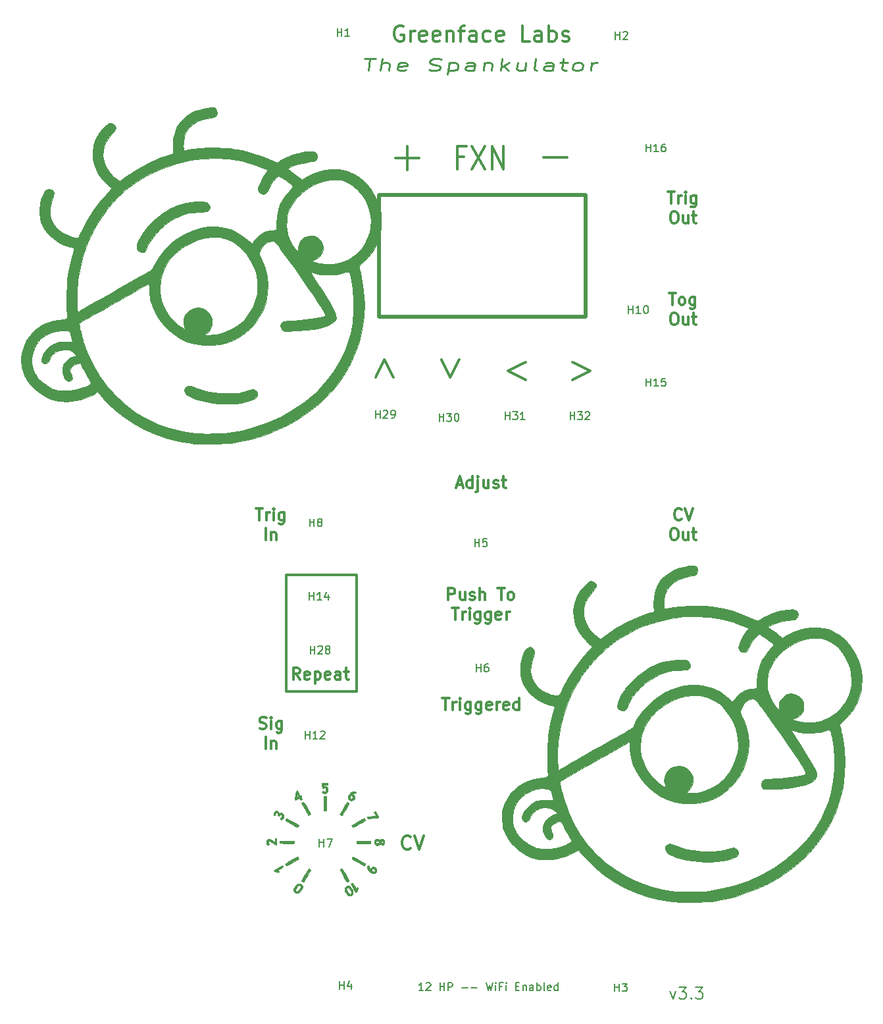
<source format=gbr>
G04 #@! TF.GenerationSoftware,KiCad,Pcbnew,(5.1.10)-1*
G04 #@! TF.CreationDate,2021-12-21T11:24:08-08:00*
G04 #@! TF.ProjectId,SpankulatorPanel,5370616e-6b75-46c6-9174-6f7250616e65,rev?*
G04 #@! TF.SameCoordinates,Original*
G04 #@! TF.FileFunction,Legend,Top*
G04 #@! TF.FilePolarity,Positive*
%FSLAX46Y46*%
G04 Gerber Fmt 4.6, Leading zero omitted, Abs format (unit mm)*
G04 Created by KiCad (PCBNEW (5.1.10)-1) date 2021-12-21 11:24:08*
%MOMM*%
%LPD*%
G01*
G04 APERTURE LIST*
%ADD10C,0.150000*%
%ADD11C,0.300000*%
%ADD12C,0.500000*%
%ADD13C,0.250000*%
%ADD14C,0.010000*%
G04 APERTURE END LIST*
D10*
X109363142Y-166048571D02*
X109720285Y-167048571D01*
X110077428Y-166048571D01*
X110506000Y-165548571D02*
X111434571Y-165548571D01*
X110934571Y-166120000D01*
X111148857Y-166120000D01*
X111291714Y-166191428D01*
X111363142Y-166262857D01*
X111434571Y-166405714D01*
X111434571Y-166762857D01*
X111363142Y-166905714D01*
X111291714Y-166977142D01*
X111148857Y-167048571D01*
X110720285Y-167048571D01*
X110577428Y-166977142D01*
X110506000Y-166905714D01*
X112077428Y-166905714D02*
X112148857Y-166977142D01*
X112077428Y-167048571D01*
X112006000Y-166977142D01*
X112077428Y-166905714D01*
X112077428Y-167048571D01*
X112648857Y-165548571D02*
X113577428Y-165548571D01*
X113077428Y-166120000D01*
X113291714Y-166120000D01*
X113434571Y-166191428D01*
X113506000Y-166262857D01*
X113577428Y-166405714D01*
X113577428Y-166762857D01*
X113506000Y-166905714D01*
X113434571Y-166977142D01*
X113291714Y-167048571D01*
X112863142Y-167048571D01*
X112720285Y-166977142D01*
X112648857Y-166905714D01*
D11*
X60000000Y-127490000D02*
X60000000Y-112500000D01*
X68990000Y-127490000D02*
X60000000Y-127490000D01*
X68990000Y-112500000D02*
X68990000Y-127490000D01*
X60000000Y-112500000D02*
X68990000Y-112500000D01*
D12*
X71900000Y-79300000D02*
X71900000Y-63700000D01*
X98500000Y-79300000D02*
X71900000Y-79300000D01*
X98500000Y-63700000D02*
X98500000Y-79300000D01*
X71900000Y-63700000D02*
X98500000Y-63700000D01*
D11*
X81917857Y-100925000D02*
X82632142Y-100925000D01*
X81775000Y-101353571D02*
X82275000Y-99853571D01*
X82775000Y-101353571D01*
X83917857Y-101353571D02*
X83917857Y-99853571D01*
X83917857Y-101282142D02*
X83775000Y-101353571D01*
X83489285Y-101353571D01*
X83346428Y-101282142D01*
X83275000Y-101210714D01*
X83203571Y-101067857D01*
X83203571Y-100639285D01*
X83275000Y-100496428D01*
X83346428Y-100425000D01*
X83489285Y-100353571D01*
X83775000Y-100353571D01*
X83917857Y-100425000D01*
X84632142Y-100353571D02*
X84632142Y-101639285D01*
X84560714Y-101782142D01*
X84417857Y-101853571D01*
X84346428Y-101853571D01*
X84632142Y-99853571D02*
X84560714Y-99925000D01*
X84632142Y-99996428D01*
X84703571Y-99925000D01*
X84632142Y-99853571D01*
X84632142Y-99996428D01*
X85989285Y-100353571D02*
X85989285Y-101353571D01*
X85346428Y-100353571D02*
X85346428Y-101139285D01*
X85417857Y-101282142D01*
X85560714Y-101353571D01*
X85775000Y-101353571D01*
X85917857Y-101282142D01*
X85989285Y-101210714D01*
X86632142Y-101282142D02*
X86775000Y-101353571D01*
X87060714Y-101353571D01*
X87203571Y-101282142D01*
X87275000Y-101139285D01*
X87275000Y-101067857D01*
X87203571Y-100925000D01*
X87060714Y-100853571D01*
X86846428Y-100853571D01*
X86703571Y-100782142D01*
X86632142Y-100639285D01*
X86632142Y-100567857D01*
X86703571Y-100425000D01*
X86846428Y-100353571D01*
X87060714Y-100353571D01*
X87203571Y-100425000D01*
X87703571Y-100353571D02*
X88275000Y-100353571D01*
X87917857Y-99853571D02*
X87917857Y-101139285D01*
X87989285Y-101282142D01*
X88132142Y-101353571D01*
X88275000Y-101353571D01*
X82782142Y-58785714D02*
X81948809Y-58785714D01*
X81948809Y-60357142D02*
X81948809Y-57357142D01*
X83139285Y-57357142D01*
X83853571Y-57357142D02*
X85520238Y-60357142D01*
X85520238Y-57357142D02*
X83853571Y-60357142D01*
X86472619Y-60357142D02*
X86472619Y-57357142D01*
X87901190Y-60357142D01*
X87901190Y-57357142D01*
X80064285Y-128378571D02*
X80921428Y-128378571D01*
X80492857Y-129878571D02*
X80492857Y-128378571D01*
X81421428Y-129878571D02*
X81421428Y-128878571D01*
X81421428Y-129164285D02*
X81492857Y-129021428D01*
X81564285Y-128950000D01*
X81707142Y-128878571D01*
X81850000Y-128878571D01*
X82350000Y-129878571D02*
X82350000Y-128878571D01*
X82350000Y-128378571D02*
X82278571Y-128450000D01*
X82350000Y-128521428D01*
X82421428Y-128450000D01*
X82350000Y-128378571D01*
X82350000Y-128521428D01*
X83707142Y-128878571D02*
X83707142Y-130092857D01*
X83635714Y-130235714D01*
X83564285Y-130307142D01*
X83421428Y-130378571D01*
X83207142Y-130378571D01*
X83064285Y-130307142D01*
X83707142Y-129807142D02*
X83564285Y-129878571D01*
X83278571Y-129878571D01*
X83135714Y-129807142D01*
X83064285Y-129735714D01*
X82992857Y-129592857D01*
X82992857Y-129164285D01*
X83064285Y-129021428D01*
X83135714Y-128950000D01*
X83278571Y-128878571D01*
X83564285Y-128878571D01*
X83707142Y-128950000D01*
X85064285Y-128878571D02*
X85064285Y-130092857D01*
X84992857Y-130235714D01*
X84921428Y-130307142D01*
X84778571Y-130378571D01*
X84564285Y-130378571D01*
X84421428Y-130307142D01*
X85064285Y-129807142D02*
X84921428Y-129878571D01*
X84635714Y-129878571D01*
X84492857Y-129807142D01*
X84421428Y-129735714D01*
X84350000Y-129592857D01*
X84350000Y-129164285D01*
X84421428Y-129021428D01*
X84492857Y-128950000D01*
X84635714Y-128878571D01*
X84921428Y-128878571D01*
X85064285Y-128950000D01*
X86350000Y-129807142D02*
X86207142Y-129878571D01*
X85921428Y-129878571D01*
X85778571Y-129807142D01*
X85707142Y-129664285D01*
X85707142Y-129092857D01*
X85778571Y-128950000D01*
X85921428Y-128878571D01*
X86207142Y-128878571D01*
X86350000Y-128950000D01*
X86421428Y-129092857D01*
X86421428Y-129235714D01*
X85707142Y-129378571D01*
X87064285Y-129878571D02*
X87064285Y-128878571D01*
X87064285Y-129164285D02*
X87135714Y-129021428D01*
X87207142Y-128950000D01*
X87350000Y-128878571D01*
X87492857Y-128878571D01*
X88564285Y-129807142D02*
X88421428Y-129878571D01*
X88135714Y-129878571D01*
X87992857Y-129807142D01*
X87921428Y-129664285D01*
X87921428Y-129092857D01*
X87992857Y-128950000D01*
X88135714Y-128878571D01*
X88421428Y-128878571D01*
X88564285Y-128950000D01*
X88635714Y-129092857D01*
X88635714Y-129235714D01*
X87921428Y-129378571D01*
X89921428Y-129878571D02*
X89921428Y-128378571D01*
X89921428Y-129807142D02*
X89778571Y-129878571D01*
X89492857Y-129878571D01*
X89350000Y-129807142D01*
X89278571Y-129735714D01*
X89207142Y-129592857D01*
X89207142Y-129164285D01*
X89278571Y-129021428D01*
X89350000Y-128950000D01*
X89492857Y-128878571D01*
X89778571Y-128878571D01*
X89921428Y-128950000D01*
X80821428Y-115703571D02*
X80821428Y-114203571D01*
X81392857Y-114203571D01*
X81535714Y-114275000D01*
X81607142Y-114346428D01*
X81678571Y-114489285D01*
X81678571Y-114703571D01*
X81607142Y-114846428D01*
X81535714Y-114917857D01*
X81392857Y-114989285D01*
X80821428Y-114989285D01*
X82964285Y-114703571D02*
X82964285Y-115703571D01*
X82321428Y-114703571D02*
X82321428Y-115489285D01*
X82392857Y-115632142D01*
X82535714Y-115703571D01*
X82750000Y-115703571D01*
X82892857Y-115632142D01*
X82964285Y-115560714D01*
X83607142Y-115632142D02*
X83750000Y-115703571D01*
X84035714Y-115703571D01*
X84178571Y-115632142D01*
X84250000Y-115489285D01*
X84250000Y-115417857D01*
X84178571Y-115275000D01*
X84035714Y-115203571D01*
X83821428Y-115203571D01*
X83678571Y-115132142D01*
X83607142Y-114989285D01*
X83607142Y-114917857D01*
X83678571Y-114775000D01*
X83821428Y-114703571D01*
X84035714Y-114703571D01*
X84178571Y-114775000D01*
X84892857Y-115703571D02*
X84892857Y-114203571D01*
X85535714Y-115703571D02*
X85535714Y-114917857D01*
X85464285Y-114775000D01*
X85321428Y-114703571D01*
X85107142Y-114703571D01*
X84964285Y-114775000D01*
X84892857Y-114846428D01*
X87178571Y-114203571D02*
X88035714Y-114203571D01*
X87607142Y-115703571D02*
X87607142Y-114203571D01*
X88750000Y-115703571D02*
X88607142Y-115632142D01*
X88535714Y-115560714D01*
X88464285Y-115417857D01*
X88464285Y-114989285D01*
X88535714Y-114846428D01*
X88607142Y-114775000D01*
X88750000Y-114703571D01*
X88964285Y-114703571D01*
X89107142Y-114775000D01*
X89178571Y-114846428D01*
X89250000Y-114989285D01*
X89250000Y-115417857D01*
X89178571Y-115560714D01*
X89107142Y-115632142D01*
X88964285Y-115703571D01*
X88750000Y-115703571D01*
X81285714Y-116753571D02*
X82142857Y-116753571D01*
X81714285Y-118253571D02*
X81714285Y-116753571D01*
X82642857Y-118253571D02*
X82642857Y-117253571D01*
X82642857Y-117539285D02*
X82714285Y-117396428D01*
X82785714Y-117325000D01*
X82928571Y-117253571D01*
X83071428Y-117253571D01*
X83571428Y-118253571D02*
X83571428Y-117253571D01*
X83571428Y-116753571D02*
X83500000Y-116825000D01*
X83571428Y-116896428D01*
X83642857Y-116825000D01*
X83571428Y-116753571D01*
X83571428Y-116896428D01*
X84928571Y-117253571D02*
X84928571Y-118467857D01*
X84857142Y-118610714D01*
X84785714Y-118682142D01*
X84642857Y-118753571D01*
X84428571Y-118753571D01*
X84285714Y-118682142D01*
X84928571Y-118182142D02*
X84785714Y-118253571D01*
X84500000Y-118253571D01*
X84357142Y-118182142D01*
X84285714Y-118110714D01*
X84214285Y-117967857D01*
X84214285Y-117539285D01*
X84285714Y-117396428D01*
X84357142Y-117325000D01*
X84500000Y-117253571D01*
X84785714Y-117253571D01*
X84928571Y-117325000D01*
X86285714Y-117253571D02*
X86285714Y-118467857D01*
X86214285Y-118610714D01*
X86142857Y-118682142D01*
X86000000Y-118753571D01*
X85785714Y-118753571D01*
X85642857Y-118682142D01*
X86285714Y-118182142D02*
X86142857Y-118253571D01*
X85857142Y-118253571D01*
X85714285Y-118182142D01*
X85642857Y-118110714D01*
X85571428Y-117967857D01*
X85571428Y-117539285D01*
X85642857Y-117396428D01*
X85714285Y-117325000D01*
X85857142Y-117253571D01*
X86142857Y-117253571D01*
X86285714Y-117325000D01*
X87571428Y-118182142D02*
X87428571Y-118253571D01*
X87142857Y-118253571D01*
X87000000Y-118182142D01*
X86928571Y-118039285D01*
X86928571Y-117467857D01*
X87000000Y-117325000D01*
X87142857Y-117253571D01*
X87428571Y-117253571D01*
X87571428Y-117325000D01*
X87642857Y-117467857D01*
X87642857Y-117610714D01*
X86928571Y-117753571D01*
X88285714Y-118253571D02*
X88285714Y-117253571D01*
X88285714Y-117539285D02*
X88357142Y-117396428D01*
X88428571Y-117325000D01*
X88571428Y-117253571D01*
X88714285Y-117253571D01*
D10*
X77595238Y-165952380D02*
X77023809Y-165952380D01*
X77309523Y-165952380D02*
X77309523Y-164952380D01*
X77214285Y-165095238D01*
X77119047Y-165190476D01*
X77023809Y-165238095D01*
X77976190Y-165047619D02*
X78023809Y-165000000D01*
X78119047Y-164952380D01*
X78357142Y-164952380D01*
X78452380Y-165000000D01*
X78500000Y-165047619D01*
X78547619Y-165142857D01*
X78547619Y-165238095D01*
X78500000Y-165380952D01*
X77928571Y-165952380D01*
X78547619Y-165952380D01*
X79738095Y-165952380D02*
X79738095Y-164952380D01*
X79738095Y-165428571D02*
X80309523Y-165428571D01*
X80309523Y-165952380D02*
X80309523Y-164952380D01*
X80785714Y-165952380D02*
X80785714Y-164952380D01*
X81166666Y-164952380D01*
X81261904Y-165000000D01*
X81309523Y-165047619D01*
X81357142Y-165142857D01*
X81357142Y-165285714D01*
X81309523Y-165380952D01*
X81261904Y-165428571D01*
X81166666Y-165476190D01*
X80785714Y-165476190D01*
X82547619Y-165571428D02*
X83309523Y-165571428D01*
X83785714Y-165571428D02*
X84547619Y-165571428D01*
X85690476Y-164952380D02*
X85928571Y-165952380D01*
X86119047Y-165238095D01*
X86309523Y-165952380D01*
X86547619Y-164952380D01*
X86928571Y-165952380D02*
X86928571Y-165285714D01*
X86928571Y-164952380D02*
X86880952Y-165000000D01*
X86928571Y-165047619D01*
X86976190Y-165000000D01*
X86928571Y-164952380D01*
X86928571Y-165047619D01*
X87738095Y-165428571D02*
X87404761Y-165428571D01*
X87404761Y-165952380D02*
X87404761Y-164952380D01*
X87880952Y-164952380D01*
X88261904Y-165952380D02*
X88261904Y-165285714D01*
X88261904Y-164952380D02*
X88214285Y-165000000D01*
X88261904Y-165047619D01*
X88309523Y-165000000D01*
X88261904Y-164952380D01*
X88261904Y-165047619D01*
X89499999Y-165428571D02*
X89833333Y-165428571D01*
X89976190Y-165952380D02*
X89499999Y-165952380D01*
X89499999Y-164952380D01*
X89976190Y-164952380D01*
X90404761Y-165285714D02*
X90404761Y-165952380D01*
X90404761Y-165380952D02*
X90452380Y-165333333D01*
X90547619Y-165285714D01*
X90690476Y-165285714D01*
X90785714Y-165333333D01*
X90833333Y-165428571D01*
X90833333Y-165952380D01*
X91738095Y-165952380D02*
X91738095Y-165428571D01*
X91690476Y-165333333D01*
X91595238Y-165285714D01*
X91404761Y-165285714D01*
X91309523Y-165333333D01*
X91738095Y-165904761D02*
X91642857Y-165952380D01*
X91404761Y-165952380D01*
X91309523Y-165904761D01*
X91261904Y-165809523D01*
X91261904Y-165714285D01*
X91309523Y-165619047D01*
X91404761Y-165571428D01*
X91642857Y-165571428D01*
X91738095Y-165523809D01*
X92214285Y-165952380D02*
X92214285Y-164952380D01*
X92214285Y-165333333D02*
X92309523Y-165285714D01*
X92499999Y-165285714D01*
X92595238Y-165333333D01*
X92642857Y-165380952D01*
X92690476Y-165476190D01*
X92690476Y-165761904D01*
X92642857Y-165857142D01*
X92595238Y-165904761D01*
X92499999Y-165952380D01*
X92309523Y-165952380D01*
X92214285Y-165904761D01*
X93261904Y-165952380D02*
X93166666Y-165904761D01*
X93119047Y-165809523D01*
X93119047Y-164952380D01*
X94023809Y-165904761D02*
X93928571Y-165952380D01*
X93738095Y-165952380D01*
X93642857Y-165904761D01*
X93595238Y-165809523D01*
X93595238Y-165428571D01*
X93642857Y-165333333D01*
X93738095Y-165285714D01*
X93928571Y-165285714D01*
X94023809Y-165333333D01*
X94071428Y-165428571D01*
X94071428Y-165523809D01*
X93595238Y-165619047D01*
X94928571Y-165952380D02*
X94928571Y-164952380D01*
X94928571Y-165904761D02*
X94833333Y-165952380D01*
X94642857Y-165952380D01*
X94547619Y-165904761D01*
X94500000Y-165857142D01*
X94452380Y-165761904D01*
X94452380Y-165476190D01*
X94500000Y-165380952D01*
X94547619Y-165333333D01*
X94642857Y-165285714D01*
X94833333Y-165285714D01*
X94928571Y-165333333D01*
D11*
X110821428Y-105335714D02*
X110750000Y-105407142D01*
X110535714Y-105478571D01*
X110392857Y-105478571D01*
X110178571Y-105407142D01*
X110035714Y-105264285D01*
X109964285Y-105121428D01*
X109892857Y-104835714D01*
X109892857Y-104621428D01*
X109964285Y-104335714D01*
X110035714Y-104192857D01*
X110178571Y-104050000D01*
X110392857Y-103978571D01*
X110535714Y-103978571D01*
X110750000Y-104050000D01*
X110821428Y-104121428D01*
X111250000Y-103978571D02*
X111750000Y-105478571D01*
X112250000Y-103978571D01*
X109750000Y-106528571D02*
X110035714Y-106528571D01*
X110178571Y-106600000D01*
X110321428Y-106742857D01*
X110392857Y-107028571D01*
X110392857Y-107528571D01*
X110321428Y-107814285D01*
X110178571Y-107957142D01*
X110035714Y-108028571D01*
X109750000Y-108028571D01*
X109607142Y-107957142D01*
X109464285Y-107814285D01*
X109392857Y-107528571D01*
X109392857Y-107028571D01*
X109464285Y-106742857D01*
X109607142Y-106600000D01*
X109750000Y-106528571D01*
X111678571Y-107028571D02*
X111678571Y-108028571D01*
X111035714Y-107028571D02*
X111035714Y-107814285D01*
X111107142Y-107957142D01*
X111250000Y-108028571D01*
X111464285Y-108028571D01*
X111607142Y-107957142D01*
X111678571Y-107885714D01*
X112178571Y-107028571D02*
X112750000Y-107028571D01*
X112392857Y-106528571D02*
X112392857Y-107814285D01*
X112464285Y-107957142D01*
X112607142Y-108028571D01*
X112750000Y-108028571D01*
X75985714Y-147642857D02*
X75900000Y-147728571D01*
X75642857Y-147814285D01*
X75471428Y-147814285D01*
X75214285Y-147728571D01*
X75042857Y-147557142D01*
X74957142Y-147385714D01*
X74871428Y-147042857D01*
X74871428Y-146785714D01*
X74957142Y-146442857D01*
X75042857Y-146271428D01*
X75214285Y-146100000D01*
X75471428Y-146014285D01*
X75642857Y-146014285D01*
X75900000Y-146100000D01*
X75985714Y-146185714D01*
X76500000Y-146014285D02*
X77100000Y-147814285D01*
X77700000Y-146014285D01*
X56535714Y-132232142D02*
X56750000Y-132303571D01*
X57107142Y-132303571D01*
X57250000Y-132232142D01*
X57321428Y-132160714D01*
X57392857Y-132017857D01*
X57392857Y-131875000D01*
X57321428Y-131732142D01*
X57250000Y-131660714D01*
X57107142Y-131589285D01*
X56821428Y-131517857D01*
X56678571Y-131446428D01*
X56607142Y-131375000D01*
X56535714Y-131232142D01*
X56535714Y-131089285D01*
X56607142Y-130946428D01*
X56678571Y-130875000D01*
X56821428Y-130803571D01*
X57178571Y-130803571D01*
X57392857Y-130875000D01*
X58035714Y-132303571D02*
X58035714Y-131303571D01*
X58035714Y-130803571D02*
X57964285Y-130875000D01*
X58035714Y-130946428D01*
X58107142Y-130875000D01*
X58035714Y-130803571D01*
X58035714Y-130946428D01*
X59392857Y-131303571D02*
X59392857Y-132517857D01*
X59321428Y-132660714D01*
X59250000Y-132732142D01*
X59107142Y-132803571D01*
X58892857Y-132803571D01*
X58750000Y-132732142D01*
X59392857Y-132232142D02*
X59250000Y-132303571D01*
X58964285Y-132303571D01*
X58821428Y-132232142D01*
X58750000Y-132160714D01*
X58678571Y-132017857D01*
X58678571Y-131589285D01*
X58750000Y-131446428D01*
X58821428Y-131375000D01*
X58964285Y-131303571D01*
X59250000Y-131303571D01*
X59392857Y-131375000D01*
X57321428Y-134853571D02*
X57321428Y-133353571D01*
X58035714Y-133853571D02*
X58035714Y-134853571D01*
X58035714Y-133996428D02*
X58107142Y-133925000D01*
X58250000Y-133853571D01*
X58464285Y-133853571D01*
X58607142Y-133925000D01*
X58678571Y-134067857D01*
X58678571Y-134853571D01*
X61722857Y-125948571D02*
X61222857Y-125234285D01*
X60865714Y-125948571D02*
X60865714Y-124448571D01*
X61437142Y-124448571D01*
X61580000Y-124520000D01*
X61651428Y-124591428D01*
X61722857Y-124734285D01*
X61722857Y-124948571D01*
X61651428Y-125091428D01*
X61580000Y-125162857D01*
X61437142Y-125234285D01*
X60865714Y-125234285D01*
X62937142Y-125877142D02*
X62794285Y-125948571D01*
X62508571Y-125948571D01*
X62365714Y-125877142D01*
X62294285Y-125734285D01*
X62294285Y-125162857D01*
X62365714Y-125020000D01*
X62508571Y-124948571D01*
X62794285Y-124948571D01*
X62937142Y-125020000D01*
X63008571Y-125162857D01*
X63008571Y-125305714D01*
X62294285Y-125448571D01*
X63651428Y-124948571D02*
X63651428Y-126448571D01*
X63651428Y-125020000D02*
X63794285Y-124948571D01*
X64080000Y-124948571D01*
X64222857Y-125020000D01*
X64294285Y-125091428D01*
X64365714Y-125234285D01*
X64365714Y-125662857D01*
X64294285Y-125805714D01*
X64222857Y-125877142D01*
X64080000Y-125948571D01*
X63794285Y-125948571D01*
X63651428Y-125877142D01*
X65580000Y-125877142D02*
X65437142Y-125948571D01*
X65151428Y-125948571D01*
X65008571Y-125877142D01*
X64937142Y-125734285D01*
X64937142Y-125162857D01*
X65008571Y-125020000D01*
X65151428Y-124948571D01*
X65437142Y-124948571D01*
X65580000Y-125020000D01*
X65651428Y-125162857D01*
X65651428Y-125305714D01*
X64937142Y-125448571D01*
X66937142Y-125948571D02*
X66937142Y-125162857D01*
X66865714Y-125020000D01*
X66722857Y-124948571D01*
X66437142Y-124948571D01*
X66294285Y-125020000D01*
X66937142Y-125877142D02*
X66794285Y-125948571D01*
X66437142Y-125948571D01*
X66294285Y-125877142D01*
X66222857Y-125734285D01*
X66222857Y-125591428D01*
X66294285Y-125448571D01*
X66437142Y-125377142D01*
X66794285Y-125377142D01*
X66937142Y-125305714D01*
X67437142Y-124948571D02*
X68008571Y-124948571D01*
X67651428Y-124448571D02*
X67651428Y-125734285D01*
X67722857Y-125877142D01*
X67865714Y-125948571D01*
X68008571Y-125948571D01*
X56071428Y-103978571D02*
X56928571Y-103978571D01*
X56500000Y-105478571D02*
X56500000Y-103978571D01*
X57428571Y-105478571D02*
X57428571Y-104478571D01*
X57428571Y-104764285D02*
X57500000Y-104621428D01*
X57571428Y-104550000D01*
X57714285Y-104478571D01*
X57857142Y-104478571D01*
X58357142Y-105478571D02*
X58357142Y-104478571D01*
X58357142Y-103978571D02*
X58285714Y-104050000D01*
X58357142Y-104121428D01*
X58428571Y-104050000D01*
X58357142Y-103978571D01*
X58357142Y-104121428D01*
X59714285Y-104478571D02*
X59714285Y-105692857D01*
X59642857Y-105835714D01*
X59571428Y-105907142D01*
X59428571Y-105978571D01*
X59214285Y-105978571D01*
X59071428Y-105907142D01*
X59714285Y-105407142D02*
X59571428Y-105478571D01*
X59285714Y-105478571D01*
X59142857Y-105407142D01*
X59071428Y-105335714D01*
X59000000Y-105192857D01*
X59000000Y-104764285D01*
X59071428Y-104621428D01*
X59142857Y-104550000D01*
X59285714Y-104478571D01*
X59571428Y-104478571D01*
X59714285Y-104550000D01*
X57321428Y-108028571D02*
X57321428Y-106528571D01*
X58035714Y-107028571D02*
X58035714Y-108028571D01*
X58035714Y-107171428D02*
X58107142Y-107100000D01*
X58250000Y-107028571D01*
X58464285Y-107028571D01*
X58607142Y-107100000D01*
X58678571Y-107242857D01*
X58678571Y-108028571D01*
D13*
X70035491Y-46178571D02*
X71464062Y-46178571D01*
X70562276Y-47678571D02*
X70749776Y-46178571D01*
X72109895Y-47678571D02*
X72297395Y-46178571D01*
X73181324Y-47678571D02*
X73279538Y-46892857D01*
X73178348Y-46750000D01*
X72949181Y-46678571D01*
X72592038Y-46678571D01*
X72345014Y-46750000D01*
X72217038Y-46821428D01*
X75333110Y-47607142D02*
X75086086Y-47678571D01*
X74609895Y-47678571D01*
X74380729Y-47607142D01*
X74279538Y-47464285D01*
X74350967Y-46892857D01*
X74487872Y-46750000D01*
X74734895Y-46678571D01*
X75211086Y-46678571D01*
X75440252Y-46750000D01*
X75541443Y-46892857D01*
X75523586Y-47035714D01*
X74315252Y-47178571D01*
X78309300Y-47607142D02*
X78657514Y-47678571D01*
X79252752Y-47678571D01*
X79499776Y-47607142D01*
X79627752Y-47535714D01*
X79764657Y-47392857D01*
X79782514Y-47250000D01*
X79681324Y-47107142D01*
X79571205Y-47035714D01*
X79342038Y-46964285D01*
X78874776Y-46892857D01*
X78645610Y-46821428D01*
X78535491Y-46750000D01*
X78434300Y-46607142D01*
X78452157Y-46464285D01*
X78589062Y-46321428D01*
X78717038Y-46250000D01*
X78964062Y-46178571D01*
X79559300Y-46178571D01*
X79907514Y-46250000D01*
X80925372Y-46678571D02*
X80737872Y-48178571D01*
X80916443Y-46750000D02*
X81163467Y-46678571D01*
X81639657Y-46678571D01*
X81868824Y-46750000D01*
X81978943Y-46821428D01*
X82080133Y-46964285D01*
X82026562Y-47392857D01*
X81889657Y-47535714D01*
X81761681Y-47607142D01*
X81514657Y-47678571D01*
X81038467Y-47678571D01*
X80809300Y-47607142D01*
X84133705Y-47678571D02*
X84231919Y-46892857D01*
X84130729Y-46750000D01*
X83901562Y-46678571D01*
X83425372Y-46678571D01*
X83178348Y-46750000D01*
X84142633Y-47607142D02*
X83895610Y-47678571D01*
X83300372Y-47678571D01*
X83071205Y-47607142D01*
X82970014Y-47464285D01*
X82987872Y-47321428D01*
X83124776Y-47178571D01*
X83371800Y-47107142D01*
X83967038Y-47107142D01*
X84214062Y-47035714D01*
X85449181Y-46678571D02*
X85324181Y-47678571D01*
X85431324Y-46821428D02*
X85559300Y-46750000D01*
X85806324Y-46678571D01*
X86163467Y-46678571D01*
X86392633Y-46750000D01*
X86493824Y-46892857D01*
X86395610Y-47678571D01*
X87586086Y-47678571D02*
X87773586Y-46178571D01*
X87895610Y-47107142D02*
X88538467Y-47678571D01*
X88663467Y-46678571D02*
X87639657Y-47250000D01*
X90806324Y-46678571D02*
X90681324Y-47678571D01*
X89734895Y-46678571D02*
X89636681Y-47464285D01*
X89737872Y-47607142D01*
X89967038Y-47678571D01*
X90324181Y-47678571D01*
X90571205Y-47607142D01*
X90699181Y-47535714D01*
X92228943Y-47678571D02*
X91999776Y-47607142D01*
X91898586Y-47464285D01*
X92059300Y-46178571D01*
X94252752Y-47678571D02*
X94350967Y-46892857D01*
X94249776Y-46750000D01*
X94020610Y-46678571D01*
X93544419Y-46678571D01*
X93297395Y-46750000D01*
X94261681Y-47607142D02*
X94014657Y-47678571D01*
X93419419Y-47678571D01*
X93190252Y-47607142D01*
X93089062Y-47464285D01*
X93106919Y-47321428D01*
X93243824Y-47178571D01*
X93490848Y-47107142D01*
X94086086Y-47107142D01*
X94333110Y-47035714D01*
X95211086Y-46678571D02*
X96163467Y-46678571D01*
X95630729Y-46178571D02*
X95470014Y-47464285D01*
X95571205Y-47607142D01*
X95800372Y-47678571D01*
X96038467Y-47678571D01*
X97228943Y-47678571D02*
X96999776Y-47607142D01*
X96889657Y-47535714D01*
X96788467Y-47392857D01*
X96842038Y-46964285D01*
X96978943Y-46821428D01*
X97106919Y-46750000D01*
X97353943Y-46678571D01*
X97711086Y-46678571D01*
X97940252Y-46750000D01*
X98050372Y-46821428D01*
X98151562Y-46964285D01*
X98097991Y-47392857D01*
X97961086Y-47535714D01*
X97833110Y-47607142D01*
X97586086Y-47678571D01*
X97228943Y-47678571D01*
X99133705Y-47678571D02*
X99258705Y-46678571D01*
X99222991Y-46964285D02*
X99359895Y-46821428D01*
X99487872Y-46750000D01*
X99734895Y-46678571D01*
X99972991Y-46678571D01*
D11*
X75004761Y-42000000D02*
X74814285Y-41904761D01*
X74528571Y-41904761D01*
X74242857Y-42000000D01*
X74052380Y-42190476D01*
X73957142Y-42380952D01*
X73861904Y-42761904D01*
X73861904Y-43047619D01*
X73957142Y-43428571D01*
X74052380Y-43619047D01*
X74242857Y-43809523D01*
X74528571Y-43904761D01*
X74719047Y-43904761D01*
X75004761Y-43809523D01*
X75099999Y-43714285D01*
X75099999Y-43047619D01*
X74719047Y-43047619D01*
X75957142Y-43904761D02*
X75957142Y-42571428D01*
X75957142Y-42952380D02*
X76052380Y-42761904D01*
X76147619Y-42666666D01*
X76338095Y-42571428D01*
X76528571Y-42571428D01*
X77957142Y-43809523D02*
X77766666Y-43904761D01*
X77385714Y-43904761D01*
X77195238Y-43809523D01*
X77099999Y-43619047D01*
X77099999Y-42857142D01*
X77195238Y-42666666D01*
X77385714Y-42571428D01*
X77766666Y-42571428D01*
X77957142Y-42666666D01*
X78052380Y-42857142D01*
X78052380Y-43047619D01*
X77099999Y-43238095D01*
X79671428Y-43809523D02*
X79480952Y-43904761D01*
X79099999Y-43904761D01*
X78909523Y-43809523D01*
X78814285Y-43619047D01*
X78814285Y-42857142D01*
X78909523Y-42666666D01*
X79099999Y-42571428D01*
X79480952Y-42571428D01*
X79671428Y-42666666D01*
X79766666Y-42857142D01*
X79766666Y-43047619D01*
X78814285Y-43238095D01*
X80623809Y-42571428D02*
X80623809Y-43904761D01*
X80623809Y-42761904D02*
X80719047Y-42666666D01*
X80909523Y-42571428D01*
X81195238Y-42571428D01*
X81385714Y-42666666D01*
X81480952Y-42857142D01*
X81480952Y-43904761D01*
X82147619Y-42571428D02*
X82909523Y-42571428D01*
X82433333Y-43904761D02*
X82433333Y-42190476D01*
X82528571Y-42000000D01*
X82719047Y-41904761D01*
X82909523Y-41904761D01*
X84433333Y-43904761D02*
X84433333Y-42857142D01*
X84338095Y-42666666D01*
X84147619Y-42571428D01*
X83766666Y-42571428D01*
X83576190Y-42666666D01*
X84433333Y-43809523D02*
X84242857Y-43904761D01*
X83766666Y-43904761D01*
X83576190Y-43809523D01*
X83480952Y-43619047D01*
X83480952Y-43428571D01*
X83576190Y-43238095D01*
X83766666Y-43142857D01*
X84242857Y-43142857D01*
X84433333Y-43047619D01*
X86242857Y-43809523D02*
X86052380Y-43904761D01*
X85671428Y-43904761D01*
X85480952Y-43809523D01*
X85385714Y-43714285D01*
X85290476Y-43523809D01*
X85290476Y-42952380D01*
X85385714Y-42761904D01*
X85480952Y-42666666D01*
X85671428Y-42571428D01*
X86052380Y-42571428D01*
X86242857Y-42666666D01*
X87861904Y-43809523D02*
X87671428Y-43904761D01*
X87290476Y-43904761D01*
X87100000Y-43809523D01*
X87004761Y-43619047D01*
X87004761Y-42857142D01*
X87100000Y-42666666D01*
X87290476Y-42571428D01*
X87671428Y-42571428D01*
X87861904Y-42666666D01*
X87957142Y-42857142D01*
X87957142Y-43047619D01*
X87004761Y-43238095D01*
X91290476Y-43904761D02*
X90338095Y-43904761D01*
X90338095Y-41904761D01*
X92814285Y-43904761D02*
X92814285Y-42857142D01*
X92719047Y-42666666D01*
X92528571Y-42571428D01*
X92147619Y-42571428D01*
X91957142Y-42666666D01*
X92814285Y-43809523D02*
X92623809Y-43904761D01*
X92147619Y-43904761D01*
X91957142Y-43809523D01*
X91861904Y-43619047D01*
X91861904Y-43428571D01*
X91957142Y-43238095D01*
X92147619Y-43142857D01*
X92623809Y-43142857D01*
X92814285Y-43047619D01*
X93766666Y-43904761D02*
X93766666Y-41904761D01*
X93766666Y-42666666D02*
X93957142Y-42571428D01*
X94338095Y-42571428D01*
X94528571Y-42666666D01*
X94623809Y-42761904D01*
X94719047Y-42952380D01*
X94719047Y-43523809D01*
X94623809Y-43714285D01*
X94528571Y-43809523D01*
X94338095Y-43904761D01*
X93957142Y-43904761D01*
X93766666Y-43809523D01*
X95480952Y-43809523D02*
X95671428Y-43904761D01*
X96052380Y-43904761D01*
X96242857Y-43809523D01*
X96338095Y-43619047D01*
X96338095Y-43523809D01*
X96242857Y-43333333D01*
X96052380Y-43238095D01*
X95766666Y-43238095D01*
X95576190Y-43142857D01*
X95480952Y-42952380D01*
X95480952Y-42857142D01*
X95576190Y-42666666D01*
X95766666Y-42571428D01*
X96052380Y-42571428D01*
X96242857Y-42666666D01*
X93066190Y-58865714D02*
X96113809Y-58865714D01*
X74056190Y-58935714D02*
X77103809Y-58935714D01*
X75580000Y-60459523D02*
X75580000Y-57411904D01*
X96757142Y-85142857D02*
X99042857Y-86285714D01*
X96757142Y-87428571D01*
X90742857Y-85142857D02*
X88457142Y-86285714D01*
X90742857Y-87428571D01*
X79942857Y-84857142D02*
X81085714Y-87142857D01*
X82228571Y-84857142D01*
X73757142Y-87142857D02*
X72614285Y-84857142D01*
X71471428Y-87142857D01*
X109214285Y-76303571D02*
X110071428Y-76303571D01*
X109642857Y-77803571D02*
X109642857Y-76303571D01*
X110785714Y-77803571D02*
X110642857Y-77732142D01*
X110571428Y-77660714D01*
X110500000Y-77517857D01*
X110500000Y-77089285D01*
X110571428Y-76946428D01*
X110642857Y-76875000D01*
X110785714Y-76803571D01*
X111000000Y-76803571D01*
X111142857Y-76875000D01*
X111214285Y-76946428D01*
X111285714Y-77089285D01*
X111285714Y-77517857D01*
X111214285Y-77660714D01*
X111142857Y-77732142D01*
X111000000Y-77803571D01*
X110785714Y-77803571D01*
X112571428Y-76803571D02*
X112571428Y-78017857D01*
X112500000Y-78160714D01*
X112428571Y-78232142D01*
X112285714Y-78303571D01*
X112071428Y-78303571D01*
X111928571Y-78232142D01*
X112571428Y-77732142D02*
X112428571Y-77803571D01*
X112142857Y-77803571D01*
X112000000Y-77732142D01*
X111928571Y-77660714D01*
X111857142Y-77517857D01*
X111857142Y-77089285D01*
X111928571Y-76946428D01*
X112000000Y-76875000D01*
X112142857Y-76803571D01*
X112428571Y-76803571D01*
X112571428Y-76875000D01*
X109750000Y-78853571D02*
X110035714Y-78853571D01*
X110178571Y-78925000D01*
X110321428Y-79067857D01*
X110392857Y-79353571D01*
X110392857Y-79853571D01*
X110321428Y-80139285D01*
X110178571Y-80282142D01*
X110035714Y-80353571D01*
X109750000Y-80353571D01*
X109607142Y-80282142D01*
X109464285Y-80139285D01*
X109392857Y-79853571D01*
X109392857Y-79353571D01*
X109464285Y-79067857D01*
X109607142Y-78925000D01*
X109750000Y-78853571D01*
X111678571Y-79353571D02*
X111678571Y-80353571D01*
X111035714Y-79353571D02*
X111035714Y-80139285D01*
X111107142Y-80282142D01*
X111250000Y-80353571D01*
X111464285Y-80353571D01*
X111607142Y-80282142D01*
X111678571Y-80210714D01*
X112178571Y-79353571D02*
X112750000Y-79353571D01*
X112392857Y-78853571D02*
X112392857Y-80139285D01*
X112464285Y-80282142D01*
X112607142Y-80353571D01*
X112750000Y-80353571D01*
X109071428Y-63228571D02*
X109928571Y-63228571D01*
X109500000Y-64728571D02*
X109500000Y-63228571D01*
X110428571Y-64728571D02*
X110428571Y-63728571D01*
X110428571Y-64014285D02*
X110500000Y-63871428D01*
X110571428Y-63800000D01*
X110714285Y-63728571D01*
X110857142Y-63728571D01*
X111357142Y-64728571D02*
X111357142Y-63728571D01*
X111357142Y-63228571D02*
X111285714Y-63300000D01*
X111357142Y-63371428D01*
X111428571Y-63300000D01*
X111357142Y-63228571D01*
X111357142Y-63371428D01*
X112714285Y-63728571D02*
X112714285Y-64942857D01*
X112642857Y-65085714D01*
X112571428Y-65157142D01*
X112428571Y-65228571D01*
X112214285Y-65228571D01*
X112071428Y-65157142D01*
X112714285Y-64657142D02*
X112571428Y-64728571D01*
X112285714Y-64728571D01*
X112142857Y-64657142D01*
X112071428Y-64585714D01*
X112000000Y-64442857D01*
X112000000Y-64014285D01*
X112071428Y-63871428D01*
X112142857Y-63800000D01*
X112285714Y-63728571D01*
X112571428Y-63728571D01*
X112714285Y-63800000D01*
X109750000Y-65778571D02*
X110035714Y-65778571D01*
X110178571Y-65850000D01*
X110321428Y-65992857D01*
X110392857Y-66278571D01*
X110392857Y-66778571D01*
X110321428Y-67064285D01*
X110178571Y-67207142D01*
X110035714Y-67278571D01*
X109750000Y-67278571D01*
X109607142Y-67207142D01*
X109464285Y-67064285D01*
X109392857Y-66778571D01*
X109392857Y-66278571D01*
X109464285Y-65992857D01*
X109607142Y-65850000D01*
X109750000Y-65778571D01*
X111678571Y-66278571D02*
X111678571Y-67278571D01*
X111035714Y-66278571D02*
X111035714Y-67064285D01*
X111107142Y-67207142D01*
X111250000Y-67278571D01*
X111464285Y-67278571D01*
X111607142Y-67207142D01*
X111678571Y-67135714D01*
X112178571Y-66278571D02*
X112750000Y-66278571D01*
X112392857Y-65778571D02*
X112392857Y-67064285D01*
X112464285Y-67207142D01*
X112607142Y-67278571D01*
X112750000Y-67278571D01*
D14*
G36*
X71305690Y-146678871D02*
G01*
X71363557Y-146565531D01*
X71452552Y-146485040D01*
X71461965Y-146479922D01*
X71571891Y-146445805D01*
X71694212Y-146442838D01*
X71813067Y-146467373D01*
X71912595Y-146515764D01*
X71976936Y-146584365D01*
X71984097Y-146599960D01*
X72001901Y-146633605D01*
X72021331Y-146615588D01*
X72029353Y-146601676D01*
X72070657Y-146563466D01*
X72143714Y-146522425D01*
X72178356Y-146507770D01*
X72260206Y-146480474D01*
X72319309Y-146476674D01*
X72384011Y-146495866D01*
X72403394Y-146503784D01*
X72507999Y-146575779D01*
X72580724Y-146682739D01*
X72617599Y-146810566D01*
X72614653Y-146945163D01*
X72567914Y-147072432D01*
X72564960Y-147077365D01*
X72511016Y-147147425D01*
X72453033Y-147197662D01*
X72448044Y-147200514D01*
X72356932Y-147223231D01*
X72295073Y-147219472D01*
X72295073Y-146973173D01*
X72359000Y-146964679D01*
X72375407Y-146954518D01*
X72394357Y-146905391D01*
X72394112Y-146834263D01*
X72377825Y-146766716D01*
X72348649Y-146728330D01*
X72347462Y-146727840D01*
X72284403Y-146729205D01*
X72209261Y-146763544D01*
X72144531Y-146819219D01*
X72128898Y-146840930D01*
X72114682Y-146887999D01*
X72146934Y-146928296D01*
X72152671Y-146932653D01*
X72217481Y-146961632D01*
X72295073Y-146973173D01*
X72295073Y-147219472D01*
X72244983Y-147216428D01*
X72136804Y-147184062D01*
X72065824Y-147139057D01*
X72016385Y-147097181D01*
X71988783Y-147093176D01*
X71968629Y-147119483D01*
X71928528Y-147163906D01*
X71861618Y-147215803D01*
X71841841Y-147228598D01*
X71716607Y-147275528D01*
X71685059Y-147275271D01*
X71685059Y-147024038D01*
X71775217Y-146980961D01*
X71807066Y-146953942D01*
X71870653Y-146874184D01*
X71880759Y-146804991D01*
X71838108Y-146741174D01*
X71836833Y-146740017D01*
X71740831Y-146683225D01*
X71643431Y-146680891D01*
X71567500Y-146719786D01*
X71504722Y-146797173D01*
X71497064Y-146885201D01*
X71535044Y-146967053D01*
X71601283Y-147019581D01*
X71685059Y-147024038D01*
X71685059Y-147275271D01*
X71583791Y-147274444D01*
X71460626Y-147227056D01*
X71406962Y-147185496D01*
X71329588Y-147078373D01*
X71287633Y-146949053D01*
X71280025Y-146811299D01*
X71305690Y-146678871D01*
G37*
X71305690Y-146678871D02*
X71363557Y-146565531D01*
X71452552Y-146485040D01*
X71461965Y-146479922D01*
X71571891Y-146445805D01*
X71694212Y-146442838D01*
X71813067Y-146467373D01*
X71912595Y-146515764D01*
X71976936Y-146584365D01*
X71984097Y-146599960D01*
X72001901Y-146633605D01*
X72021331Y-146615588D01*
X72029353Y-146601676D01*
X72070657Y-146563466D01*
X72143714Y-146522425D01*
X72178356Y-146507770D01*
X72260206Y-146480474D01*
X72319309Y-146476674D01*
X72384011Y-146495866D01*
X72403394Y-146503784D01*
X72507999Y-146575779D01*
X72580724Y-146682739D01*
X72617599Y-146810566D01*
X72614653Y-146945163D01*
X72567914Y-147072432D01*
X72564960Y-147077365D01*
X72511016Y-147147425D01*
X72453033Y-147197662D01*
X72448044Y-147200514D01*
X72356932Y-147223231D01*
X72295073Y-147219472D01*
X72295073Y-146973173D01*
X72359000Y-146964679D01*
X72375407Y-146954518D01*
X72394357Y-146905391D01*
X72394112Y-146834263D01*
X72377825Y-146766716D01*
X72348649Y-146728330D01*
X72347462Y-146727840D01*
X72284403Y-146729205D01*
X72209261Y-146763544D01*
X72144531Y-146819219D01*
X72128898Y-146840930D01*
X72114682Y-146887999D01*
X72146934Y-146928296D01*
X72152671Y-146932653D01*
X72217481Y-146961632D01*
X72295073Y-146973173D01*
X72295073Y-147219472D01*
X72244983Y-147216428D01*
X72136804Y-147184062D01*
X72065824Y-147139057D01*
X72016385Y-147097181D01*
X71988783Y-147093176D01*
X71968629Y-147119483D01*
X71928528Y-147163906D01*
X71861618Y-147215803D01*
X71841841Y-147228598D01*
X71716607Y-147275528D01*
X71685059Y-147275271D01*
X71685059Y-147024038D01*
X71775217Y-146980961D01*
X71807066Y-146953942D01*
X71870653Y-146874184D01*
X71880759Y-146804991D01*
X71838108Y-146741174D01*
X71836833Y-146740017D01*
X71740831Y-146683225D01*
X71643431Y-146680891D01*
X71567500Y-146719786D01*
X71504722Y-146797173D01*
X71497064Y-146885201D01*
X71535044Y-146967053D01*
X71601283Y-147019581D01*
X71685059Y-147024038D01*
X71685059Y-147275271D01*
X71583791Y-147274444D01*
X71460626Y-147227056D01*
X71406962Y-147185496D01*
X71329588Y-147078373D01*
X71287633Y-146949053D01*
X71280025Y-146811299D01*
X71305690Y-146678871D01*
G36*
X70367513Y-143628412D02*
G01*
X70405044Y-143615518D01*
X70488720Y-143599852D01*
X70608389Y-143582714D01*
X70753899Y-143565404D01*
X70915098Y-143549222D01*
X71081833Y-143535468D01*
X71107816Y-143533616D01*
X71243794Y-143523269D01*
X71358084Y-143512907D01*
X71439596Y-143503658D01*
X71477242Y-143496647D01*
X71478309Y-143495987D01*
X71470908Y-143467606D01*
X71440441Y-143402195D01*
X71392527Y-143311335D01*
X71364069Y-143260483D01*
X71307990Y-143159891D01*
X71264579Y-143077861D01*
X71240192Y-143026604D01*
X71237111Y-143016574D01*
X71259059Y-142992966D01*
X71310306Y-142958609D01*
X71368955Y-142926523D01*
X71413111Y-142909731D01*
X71417451Y-142909333D01*
X71434985Y-142932322D01*
X71473980Y-142994473D01*
X71528565Y-143085561D01*
X71592871Y-143195361D01*
X71661027Y-143313649D01*
X71727165Y-143430199D01*
X71785413Y-143534788D01*
X71829902Y-143617190D01*
X71854762Y-143667181D01*
X71858000Y-143676714D01*
X71835619Y-143699740D01*
X71812338Y-143711038D01*
X71769168Y-143719081D01*
X71680778Y-143729528D01*
X71558282Y-143741264D01*
X71412793Y-143753173D01*
X71339615Y-143758513D01*
X71168699Y-143772061D01*
X70997731Y-143788329D01*
X70843977Y-143805501D01*
X70724702Y-143821760D01*
X70700888Y-143825716D01*
X70592911Y-143843772D01*
X70525995Y-143850160D01*
X70485718Y-143843590D01*
X70457660Y-143822775D01*
X70440299Y-143802427D01*
X70396484Y-143736357D01*
X70368732Y-143672816D01*
X70365310Y-143631565D01*
X70367513Y-143628412D01*
G37*
X70367513Y-143628412D02*
X70405044Y-143615518D01*
X70488720Y-143599852D01*
X70608389Y-143582714D01*
X70753899Y-143565404D01*
X70915098Y-143549222D01*
X71081833Y-143535468D01*
X71107816Y-143533616D01*
X71243794Y-143523269D01*
X71358084Y-143512907D01*
X71439596Y-143503658D01*
X71477242Y-143496647D01*
X71478309Y-143495987D01*
X71470908Y-143467606D01*
X71440441Y-143402195D01*
X71392527Y-143311335D01*
X71364069Y-143260483D01*
X71307990Y-143159891D01*
X71264579Y-143077861D01*
X71240192Y-143026604D01*
X71237111Y-143016574D01*
X71259059Y-142992966D01*
X71310306Y-142958609D01*
X71368955Y-142926523D01*
X71413111Y-142909731D01*
X71417451Y-142909333D01*
X71434985Y-142932322D01*
X71473980Y-142994473D01*
X71528565Y-143085561D01*
X71592871Y-143195361D01*
X71661027Y-143313649D01*
X71727165Y-143430199D01*
X71785413Y-143534788D01*
X71829902Y-143617190D01*
X71854762Y-143667181D01*
X71858000Y-143676714D01*
X71835619Y-143699740D01*
X71812338Y-143711038D01*
X71769168Y-143719081D01*
X71680778Y-143729528D01*
X71558282Y-143741264D01*
X71412793Y-143753173D01*
X71339615Y-143758513D01*
X71168699Y-143772061D01*
X70997731Y-143788329D01*
X70843977Y-143805501D01*
X70724702Y-143821760D01*
X70700888Y-143825716D01*
X70592911Y-143843772D01*
X70525995Y-143850160D01*
X70485718Y-143843590D01*
X70457660Y-143822775D01*
X70440299Y-143802427D01*
X70396484Y-143736357D01*
X70368732Y-143672816D01*
X70365310Y-143631565D01*
X70367513Y-143628412D01*
G36*
X70417658Y-149956633D02*
G01*
X70458553Y-149900826D01*
X70535848Y-149880982D01*
X70548791Y-149880654D01*
X70586076Y-149889010D01*
X70608069Y-149923900D01*
X70622332Y-149999021D01*
X70624696Y-150018157D01*
X70645070Y-150128294D01*
X70676208Y-150236480D01*
X70687213Y-150265101D01*
X70733394Y-150374111D01*
X70788986Y-150267079D01*
X70878100Y-150150491D01*
X70995687Y-150077703D01*
X71131470Y-150051470D01*
X71275174Y-150074550D01*
X71361457Y-150113519D01*
X71491030Y-150213346D01*
X71570010Y-150332936D01*
X71596670Y-150467143D01*
X71569286Y-150610820D01*
X71545971Y-150663664D01*
X71454444Y-150795235D01*
X71339774Y-150875415D01*
X71202359Y-150904115D01*
X71186278Y-150901814D01*
X71186278Y-150669612D01*
X71270064Y-150657511D01*
X71334209Y-150614490D01*
X71366863Y-150544316D01*
X71362795Y-150472946D01*
X71348187Y-150419431D01*
X71340650Y-150400088D01*
X71316640Y-150384490D01*
X71266109Y-150350641D01*
X71186838Y-150316388D01*
X71098151Y-150304816D01*
X71022450Y-150316884D01*
X70990020Y-150338833D01*
X70942681Y-150425942D01*
X70949714Y-150507021D01*
X71007195Y-150585982D01*
X71094704Y-150647024D01*
X71186278Y-150669612D01*
X71186278Y-150901814D01*
X71042596Y-150881246D01*
X70875835Y-150814389D01*
X70707197Y-150698912D01*
X70569739Y-150543513D01*
X70470247Y-150359172D01*
X70415505Y-150156866D01*
X70407102Y-150055901D01*
X70417658Y-149956633D01*
G37*
X70417658Y-149956633D02*
X70458553Y-149900826D01*
X70535848Y-149880982D01*
X70548791Y-149880654D01*
X70586076Y-149889010D01*
X70608069Y-149923900D01*
X70622332Y-149999021D01*
X70624696Y-150018157D01*
X70645070Y-150128294D01*
X70676208Y-150236480D01*
X70687213Y-150265101D01*
X70733394Y-150374111D01*
X70788986Y-150267079D01*
X70878100Y-150150491D01*
X70995687Y-150077703D01*
X71131470Y-150051470D01*
X71275174Y-150074550D01*
X71361457Y-150113519D01*
X71491030Y-150213346D01*
X71570010Y-150332936D01*
X71596670Y-150467143D01*
X71569286Y-150610820D01*
X71545971Y-150663664D01*
X71454444Y-150795235D01*
X71339774Y-150875415D01*
X71202359Y-150904115D01*
X71186278Y-150901814D01*
X71186278Y-150669612D01*
X71270064Y-150657511D01*
X71334209Y-150614490D01*
X71366863Y-150544316D01*
X71362795Y-150472946D01*
X71348187Y-150419431D01*
X71340650Y-150400088D01*
X71316640Y-150384490D01*
X71266109Y-150350641D01*
X71186838Y-150316388D01*
X71098151Y-150304816D01*
X71022450Y-150316884D01*
X70990020Y-150338833D01*
X70942681Y-150425942D01*
X70949714Y-150507021D01*
X71007195Y-150585982D01*
X71094704Y-150647024D01*
X71186278Y-150669612D01*
X71186278Y-150901814D01*
X71042596Y-150881246D01*
X70875835Y-150814389D01*
X70707197Y-150698912D01*
X70569739Y-150543513D01*
X70470247Y-150359172D01*
X70415505Y-150156866D01*
X70407102Y-150055901D01*
X70417658Y-149956633D01*
G36*
X70842000Y-146691111D02*
G01*
X70842000Y-147029777D01*
X69007555Y-147029777D01*
X69007555Y-146691111D01*
X70842000Y-146691111D01*
G37*
X70842000Y-146691111D02*
X70842000Y-147029777D01*
X69007555Y-147029777D01*
X69007555Y-146691111D01*
X70842000Y-146691111D01*
G36*
X68408940Y-148975051D02*
G01*
X68438093Y-148910354D01*
X68467544Y-148856599D01*
X68544644Y-148724585D01*
X69220599Y-149113633D01*
X69404457Y-149219450D01*
X69578231Y-149319457D01*
X69734132Y-149409173D01*
X69864373Y-149484116D01*
X69961165Y-149539805D01*
X70016282Y-149571507D01*
X70085555Y-149613954D01*
X70128760Y-149645482D01*
X70135960Y-149654444D01*
X70122636Y-149684778D01*
X70088721Y-149746432D01*
X70064022Y-149788500D01*
X70018031Y-149857782D01*
X69980677Y-149901107D01*
X69967983Y-149908444D01*
X69937883Y-149894874D01*
X69865847Y-149856696D01*
X69758712Y-149797710D01*
X69623317Y-149721715D01*
X69466502Y-149632510D01*
X69327527Y-149552633D01*
X69149395Y-149449841D01*
X68979098Y-149351659D01*
X68825410Y-149263141D01*
X68697106Y-149189337D01*
X68602960Y-149135300D01*
X68563056Y-149112495D01*
X68482320Y-149064565D01*
X68423682Y-149026056D01*
X68402667Y-149008390D01*
X68408940Y-148975051D01*
G37*
X68408940Y-148975051D02*
X68438093Y-148910354D01*
X68467544Y-148856599D01*
X68544644Y-148724585D01*
X69220599Y-149113633D01*
X69404457Y-149219450D01*
X69578231Y-149319457D01*
X69734132Y-149409173D01*
X69864373Y-149484116D01*
X69961165Y-149539805D01*
X70016282Y-149571507D01*
X70085555Y-149613954D01*
X70128760Y-149645482D01*
X70135960Y-149654444D01*
X70122636Y-149684778D01*
X70088721Y-149746432D01*
X70064022Y-149788500D01*
X70018031Y-149857782D01*
X69980677Y-149901107D01*
X69967983Y-149908444D01*
X69937883Y-149894874D01*
X69865847Y-149856696D01*
X69758712Y-149797710D01*
X69623317Y-149721715D01*
X69466502Y-149632510D01*
X69327527Y-149552633D01*
X69149395Y-149449841D01*
X68979098Y-149351659D01*
X68825410Y-149263141D01*
X68697106Y-149189337D01*
X68602960Y-149135300D01*
X68563056Y-149112495D01*
X68482320Y-149064565D01*
X68423682Y-149026056D01*
X68402667Y-149008390D01*
X68408940Y-148975051D01*
G36*
X68409759Y-144684946D02*
G01*
X68473199Y-144646397D01*
X68568224Y-144590417D01*
X68686075Y-144522205D01*
X68732388Y-144495663D01*
X68880367Y-144410884D01*
X69059048Y-144308215D01*
X69250307Y-144198088D01*
X69436020Y-144090933D01*
X69522164Y-144041133D01*
X69664302Y-143959266D01*
X69788940Y-143888178D01*
X69888145Y-143832336D01*
X69953982Y-143796210D01*
X69978362Y-143784222D01*
X69996089Y-143806111D01*
X70030621Y-143860215D01*
X70071749Y-143929187D01*
X70109267Y-143995681D01*
X70132966Y-144042349D01*
X70136444Y-144052862D01*
X70113619Y-144069170D01*
X70051471Y-144108005D01*
X69959492Y-144163555D01*
X69847174Y-144230009D01*
X69847166Y-144230013D01*
X69552351Y-144402684D01*
X69302793Y-144548386D01*
X69095222Y-144668977D01*
X68926366Y-144766316D01*
X68792956Y-144842261D01*
X68691721Y-144898671D01*
X68619391Y-144937404D01*
X68572694Y-144960319D01*
X68548360Y-144969274D01*
X68545703Y-144969555D01*
X68527597Y-144947670D01*
X68492717Y-144893570D01*
X68451322Y-144824589D01*
X68413673Y-144758063D01*
X68390030Y-144711325D01*
X68386666Y-144700864D01*
X68409759Y-144684946D01*
G37*
X68409759Y-144684946D02*
X68473199Y-144646397D01*
X68568224Y-144590417D01*
X68686075Y-144522205D01*
X68732388Y-144495663D01*
X68880367Y-144410884D01*
X69059048Y-144308215D01*
X69250307Y-144198088D01*
X69436020Y-144090933D01*
X69522164Y-144041133D01*
X69664302Y-143959266D01*
X69788940Y-143888178D01*
X69888145Y-143832336D01*
X69953982Y-143796210D01*
X69978362Y-143784222D01*
X69996089Y-143806111D01*
X70030621Y-143860215D01*
X70071749Y-143929187D01*
X70109267Y-143995681D01*
X70132966Y-144042349D01*
X70136444Y-144052862D01*
X70113619Y-144069170D01*
X70051471Y-144108005D01*
X69959492Y-144163555D01*
X69847174Y-144230009D01*
X69847166Y-144230013D01*
X69552351Y-144402684D01*
X69302793Y-144548386D01*
X69095222Y-144668977D01*
X68926366Y-144766316D01*
X68792956Y-144842261D01*
X68691721Y-144898671D01*
X68619391Y-144937404D01*
X68572694Y-144960319D01*
X68548360Y-144969274D01*
X68545703Y-144969555D01*
X68527597Y-144947670D01*
X68492717Y-144893570D01*
X68451322Y-144824589D01*
X68413673Y-144758063D01*
X68390030Y-144711325D01*
X68386666Y-144700864D01*
X68409759Y-144684946D01*
G36*
X68325336Y-152190685D02*
G01*
X68380021Y-152156144D01*
X68443064Y-152129128D01*
X68491475Y-152121039D01*
X68499087Y-152123600D01*
X68521247Y-152152925D01*
X68564678Y-152222777D01*
X68623930Y-152323967D01*
X68693550Y-152447303D01*
X68725807Y-152505753D01*
X68819931Y-152672868D01*
X68891598Y-152789560D01*
X68941564Y-152856855D01*
X68970584Y-152875781D01*
X68979438Y-152850611D01*
X68993010Y-152815074D01*
X69026695Y-152752560D01*
X69039114Y-152731727D01*
X69098683Y-152634010D01*
X69150714Y-152731727D01*
X69187300Y-152802126D01*
X69199011Y-152845305D01*
X69185539Y-152884863D01*
X69147957Y-152942333D01*
X69106099Y-153020532D01*
X69064518Y-153122580D01*
X69048099Y-153172633D01*
X69014712Y-153256117D01*
X68974174Y-153318395D01*
X68935244Y-153349966D01*
X68906680Y-153341326D01*
X68901978Y-153331158D01*
X68886447Y-153300529D01*
X68847451Y-153228190D01*
X68789120Y-153121671D01*
X68715585Y-152988502D01*
X68630977Y-152836212D01*
X68598051Y-152777168D01*
X68510808Y-152619742D01*
X68433748Y-152478518D01*
X68370889Y-152361040D01*
X68326249Y-152274853D01*
X68303847Y-152227502D01*
X68302000Y-152221349D01*
X68325336Y-152190685D01*
G37*
X68325336Y-152190685D02*
X68380021Y-152156144D01*
X68443064Y-152129128D01*
X68491475Y-152121039D01*
X68499087Y-152123600D01*
X68521247Y-152152925D01*
X68564678Y-152222777D01*
X68623930Y-152323967D01*
X68693550Y-152447303D01*
X68725807Y-152505753D01*
X68819931Y-152672868D01*
X68891598Y-152789560D01*
X68941564Y-152856855D01*
X68970584Y-152875781D01*
X68979438Y-152850611D01*
X68993010Y-152815074D01*
X69026695Y-152752560D01*
X69039114Y-152731727D01*
X69098683Y-152634010D01*
X69150714Y-152731727D01*
X69187300Y-152802126D01*
X69199011Y-152845305D01*
X69185539Y-152884863D01*
X69147957Y-152942333D01*
X69106099Y-153020532D01*
X69064518Y-153122580D01*
X69048099Y-153172633D01*
X69014712Y-153256117D01*
X68974174Y-153318395D01*
X68935244Y-153349966D01*
X68906680Y-153341326D01*
X68901978Y-153331158D01*
X68886447Y-153300529D01*
X68847451Y-153228190D01*
X68789120Y-153121671D01*
X68715585Y-152988502D01*
X68630977Y-152836212D01*
X68598051Y-152777168D01*
X68510808Y-152619742D01*
X68433748Y-152478518D01*
X68370889Y-152361040D01*
X68326249Y-152274853D01*
X68303847Y-152227502D01*
X68302000Y-152221349D01*
X68325336Y-152190685D01*
G36*
X67933935Y-140946283D02*
G01*
X68011549Y-140774067D01*
X68134440Y-140622489D01*
X68297317Y-140497809D01*
X68494890Y-140406285D01*
X68530784Y-140394705D01*
X68690406Y-140357229D01*
X68807325Y-140355295D01*
X68883002Y-140389294D01*
X68918896Y-140459615D01*
X68922456Y-140499440D01*
X68915119Y-140535060D01*
X68883584Y-140556289D01*
X68814543Y-140569735D01*
X68770997Y-140574668D01*
X68688945Y-140588675D01*
X68604253Y-140611739D01*
X68527274Y-140639353D01*
X68468359Y-140667010D01*
X68437863Y-140690202D01*
X68446138Y-140704423D01*
X68467598Y-140706752D01*
X68528884Y-140728151D01*
X68606597Y-140783082D01*
X68643986Y-140817568D01*
X68709758Y-140889924D01*
X68742450Y-140951147D01*
X68753039Y-141025385D01*
X68753555Y-141058581D01*
X68730946Y-141221712D01*
X68668790Y-141354390D01*
X68575591Y-141452859D01*
X68459856Y-141513362D01*
X68330089Y-141532140D01*
X68304325Y-141527056D01*
X68304325Y-141300666D01*
X68378374Y-141277181D01*
X68441087Y-141217185D01*
X68485491Y-141136373D01*
X68504612Y-141050437D01*
X68491479Y-140975069D01*
X68464277Y-140940687D01*
X68377168Y-140893348D01*
X68296089Y-140900381D01*
X68217129Y-140957862D01*
X68155228Y-141047216D01*
X68135874Y-141138565D01*
X68155914Y-141219516D01*
X68212196Y-141277675D01*
X68301567Y-141300650D01*
X68304325Y-141300666D01*
X68304325Y-141527056D01*
X68194797Y-141505438D01*
X68062485Y-141429498D01*
X68013358Y-141385554D01*
X67949379Y-141315265D01*
X67917801Y-141254595D01*
X67907524Y-141177198D01*
X67906888Y-141132877D01*
X67933935Y-140946283D01*
G37*
X67933935Y-140946283D02*
X68011549Y-140774067D01*
X68134440Y-140622489D01*
X68297317Y-140497809D01*
X68494890Y-140406285D01*
X68530784Y-140394705D01*
X68690406Y-140357229D01*
X68807325Y-140355295D01*
X68883002Y-140389294D01*
X68918896Y-140459615D01*
X68922456Y-140499440D01*
X68915119Y-140535060D01*
X68883584Y-140556289D01*
X68814543Y-140569735D01*
X68770997Y-140574668D01*
X68688945Y-140588675D01*
X68604253Y-140611739D01*
X68527274Y-140639353D01*
X68468359Y-140667010D01*
X68437863Y-140690202D01*
X68446138Y-140704423D01*
X68467598Y-140706752D01*
X68528884Y-140728151D01*
X68606597Y-140783082D01*
X68643986Y-140817568D01*
X68709758Y-140889924D01*
X68742450Y-140951147D01*
X68753039Y-141025385D01*
X68753555Y-141058581D01*
X68730946Y-141221712D01*
X68668790Y-141354390D01*
X68575591Y-141452859D01*
X68459856Y-141513362D01*
X68330089Y-141532140D01*
X68304325Y-141527056D01*
X68304325Y-141300666D01*
X68378374Y-141277181D01*
X68441087Y-141217185D01*
X68485491Y-141136373D01*
X68504612Y-141050437D01*
X68491479Y-140975069D01*
X68464277Y-140940687D01*
X68377168Y-140893348D01*
X68296089Y-140900381D01*
X68217129Y-140957862D01*
X68155228Y-141047216D01*
X68135874Y-141138565D01*
X68155914Y-141219516D01*
X68212196Y-141277675D01*
X68301567Y-141300650D01*
X68304325Y-141300666D01*
X68304325Y-141527056D01*
X68194797Y-141505438D01*
X68062485Y-141429498D01*
X68013358Y-141385554D01*
X67949379Y-141315265D01*
X67917801Y-141254595D01*
X67907524Y-141177198D01*
X67906888Y-141132877D01*
X67933935Y-140946283D01*
G36*
X67500279Y-152789004D02*
G01*
X67556263Y-152656631D01*
X67627833Y-152577110D01*
X67762432Y-152493677D01*
X67899825Y-152465251D01*
X68037323Y-152490659D01*
X68172232Y-152568730D01*
X68301861Y-152698293D01*
X68423518Y-152878178D01*
X68455748Y-152937328D01*
X68511669Y-153053903D01*
X68542056Y-153146919D01*
X68553298Y-153239367D01*
X68553771Y-153290106D01*
X68549931Y-153386133D01*
X68542423Y-153462727D01*
X68536139Y-153492666D01*
X68487388Y-153569694D01*
X68404028Y-153650144D01*
X68304224Y-153717417D01*
X68273505Y-153732678D01*
X68142697Y-153764009D01*
X68142697Y-153549111D01*
X68241090Y-153528107D01*
X68302444Y-153467878D01*
X68325811Y-153372600D01*
X68310241Y-153246447D01*
X68254786Y-153093595D01*
X68249034Y-153081257D01*
X68180967Y-152958758D01*
X68100425Y-152846361D01*
X68016819Y-152754535D01*
X67939560Y-152693746D01*
X67883036Y-152674222D01*
X67804500Y-152699617D01*
X67742149Y-152764535D01*
X67710665Y-152852074D01*
X67709333Y-152874192D01*
X67725046Y-152967046D01*
X67767318Y-153079861D01*
X67828843Y-153201260D01*
X67902317Y-153319869D01*
X67980437Y-153424312D01*
X68055898Y-153503214D01*
X68121396Y-153545199D01*
X68142697Y-153549111D01*
X68142697Y-153764009D01*
X68139793Y-153764705D01*
X68006298Y-153741911D01*
X67875565Y-153665871D01*
X67750135Y-153538160D01*
X67632552Y-153360355D01*
X67612403Y-153323125D01*
X67528270Y-153126061D01*
X67490922Y-152946751D01*
X67500279Y-152789004D01*
G37*
X67500279Y-152789004D02*
X67556263Y-152656631D01*
X67627833Y-152577110D01*
X67762432Y-152493677D01*
X67899825Y-152465251D01*
X68037323Y-152490659D01*
X68172232Y-152568730D01*
X68301861Y-152698293D01*
X68423518Y-152878178D01*
X68455748Y-152937328D01*
X68511669Y-153053903D01*
X68542056Y-153146919D01*
X68553298Y-153239367D01*
X68553771Y-153290106D01*
X68549931Y-153386133D01*
X68542423Y-153462727D01*
X68536139Y-153492666D01*
X68487388Y-153569694D01*
X68404028Y-153650144D01*
X68304224Y-153717417D01*
X68273505Y-153732678D01*
X68142697Y-153764009D01*
X68142697Y-153549111D01*
X68241090Y-153528107D01*
X68302444Y-153467878D01*
X68325811Y-153372600D01*
X68310241Y-153246447D01*
X68254786Y-153093595D01*
X68249034Y-153081257D01*
X68180967Y-152958758D01*
X68100425Y-152846361D01*
X68016819Y-152754535D01*
X67939560Y-152693746D01*
X67883036Y-152674222D01*
X67804500Y-152699617D01*
X67742149Y-152764535D01*
X67710665Y-152852074D01*
X67709333Y-152874192D01*
X67725046Y-152967046D01*
X67767318Y-153079861D01*
X67828843Y-153201260D01*
X67902317Y-153319869D01*
X67980437Y-153424312D01*
X68055898Y-153503214D01*
X68121396Y-153545199D01*
X68142697Y-153549111D01*
X68142697Y-153764009D01*
X68139793Y-153764705D01*
X68006298Y-153741911D01*
X67875565Y-153665871D01*
X67750135Y-153538160D01*
X67632552Y-153360355D01*
X67612403Y-153323125D01*
X67528270Y-153126061D01*
X67490922Y-152946751D01*
X67500279Y-152789004D01*
G36*
X66888056Y-150406149D02*
G01*
X66928966Y-150373083D01*
X66997466Y-150330425D01*
X67018825Y-150318661D01*
X67085334Y-150285004D01*
X67121749Y-150278108D01*
X67147673Y-150297972D01*
X67163356Y-150318661D01*
X67183779Y-150351599D01*
X67227950Y-150426056D01*
X67291562Y-150534575D01*
X67370303Y-150669699D01*
X67459864Y-150823969D01*
X67555936Y-150989930D01*
X67654209Y-151160123D01*
X67750373Y-151327091D01*
X67840120Y-151483377D01*
X67919138Y-151621524D01*
X67983119Y-151734074D01*
X68027754Y-151813569D01*
X68037576Y-151831413D01*
X68027837Y-151861854D01*
X68012411Y-151877275D01*
X67964775Y-151908226D01*
X67893613Y-151947704D01*
X67882213Y-151953567D01*
X67814662Y-151982712D01*
X67774347Y-151982037D01*
X67751306Y-151964150D01*
X67728709Y-151930888D01*
X67681933Y-151854958D01*
X67614748Y-151742728D01*
X67530925Y-151600569D01*
X67434236Y-151434849D01*
X67328450Y-151251937D01*
X67288381Y-151182260D01*
X67149554Y-150938070D01*
X67040473Y-150740792D01*
X66960724Y-150589625D01*
X66909894Y-150483769D01*
X66887571Y-150422424D01*
X66888056Y-150406149D01*
G37*
X66888056Y-150406149D02*
X66928966Y-150373083D01*
X66997466Y-150330425D01*
X67018825Y-150318661D01*
X67085334Y-150285004D01*
X67121749Y-150278108D01*
X67147673Y-150297972D01*
X67163356Y-150318661D01*
X67183779Y-150351599D01*
X67227950Y-150426056D01*
X67291562Y-150534575D01*
X67370303Y-150669699D01*
X67459864Y-150823969D01*
X67555936Y-150989930D01*
X67654209Y-151160123D01*
X67750373Y-151327091D01*
X67840120Y-151483377D01*
X67919138Y-151621524D01*
X67983119Y-151734074D01*
X68027754Y-151813569D01*
X68037576Y-151831413D01*
X68027837Y-151861854D01*
X68012411Y-151877275D01*
X67964775Y-151908226D01*
X67893613Y-151947704D01*
X67882213Y-151953567D01*
X67814662Y-151982712D01*
X67774347Y-151982037D01*
X67751306Y-151964150D01*
X67728709Y-151930888D01*
X67681933Y-151854958D01*
X67614748Y-151742728D01*
X67530925Y-151600569D01*
X67434236Y-151434849D01*
X67328450Y-151251937D01*
X67288381Y-151182260D01*
X67149554Y-150938070D01*
X67040473Y-150740792D01*
X66960724Y-150589625D01*
X66909894Y-150483769D01*
X66887571Y-150422424D01*
X66888056Y-150406149D01*
G36*
X66876217Y-143252071D02*
G01*
X66914113Y-143182518D01*
X66972222Y-143078583D01*
X67046411Y-142947439D01*
X67132549Y-142796264D01*
X67226502Y-142632231D01*
X67324137Y-142462518D01*
X67421323Y-142294298D01*
X67513927Y-142134748D01*
X67597816Y-141991042D01*
X67668857Y-141870356D01*
X67722918Y-141779866D01*
X67755867Y-141726746D01*
X67763360Y-141716195D01*
X67795773Y-141717704D01*
X67857654Y-141740769D01*
X67931079Y-141776290D01*
X67998122Y-141815165D01*
X68040859Y-141848294D01*
X68047524Y-141860468D01*
X68033655Y-141894890D01*
X68000309Y-141954569D01*
X67994601Y-141963888D01*
X67966684Y-142010492D01*
X67914812Y-142098560D01*
X67843303Y-142220702D01*
X67756475Y-142369528D01*
X67658647Y-142537651D01*
X67557559Y-142711777D01*
X67454994Y-142888499D01*
X67360909Y-143050325D01*
X67279252Y-143190488D01*
X67213973Y-143302217D01*
X67169020Y-143378743D01*
X67148342Y-143413299D01*
X67148232Y-143413470D01*
X67124057Y-143430945D01*
X67081211Y-143422029D01*
X67007050Y-143383629D01*
X66993083Y-143375510D01*
X66920383Y-143329654D01*
X66873039Y-143293556D01*
X66862666Y-143280066D01*
X66876217Y-143252071D01*
G37*
X66876217Y-143252071D02*
X66914113Y-143182518D01*
X66972222Y-143078583D01*
X67046411Y-142947439D01*
X67132549Y-142796264D01*
X67226502Y-142632231D01*
X67324137Y-142462518D01*
X67421323Y-142294298D01*
X67513927Y-142134748D01*
X67597816Y-141991042D01*
X67668857Y-141870356D01*
X67722918Y-141779866D01*
X67755867Y-141726746D01*
X67763360Y-141716195D01*
X67795773Y-141717704D01*
X67857654Y-141740769D01*
X67931079Y-141776290D01*
X67998122Y-141815165D01*
X68040859Y-141848294D01*
X68047524Y-141860468D01*
X68033655Y-141894890D01*
X68000309Y-141954569D01*
X67994601Y-141963888D01*
X67966684Y-142010492D01*
X67914812Y-142098560D01*
X67843303Y-142220702D01*
X67756475Y-142369528D01*
X67658647Y-142537651D01*
X67557559Y-142711777D01*
X67454994Y-142888499D01*
X67360909Y-143050325D01*
X67279252Y-143190488D01*
X67213973Y-143302217D01*
X67169020Y-143378743D01*
X67148342Y-143413299D01*
X67148232Y-143413470D01*
X67124057Y-143430945D01*
X67081211Y-143422029D01*
X67007050Y-143383629D01*
X66993083Y-143375510D01*
X66920383Y-143329654D01*
X66873039Y-143293556D01*
X66862666Y-143280066D01*
X66876217Y-143252071D01*
G36*
X64589729Y-140371360D02*
G01*
X64628370Y-140307168D01*
X64663318Y-140289978D01*
X64711931Y-140314421D01*
X64730227Y-140327897D01*
X64817163Y-140363747D01*
X64917952Y-140364202D01*
X65006679Y-140330568D01*
X65028222Y-140312888D01*
X65069107Y-140238161D01*
X65084687Y-140136361D01*
X65074137Y-140031279D01*
X65040733Y-139952279D01*
X64975378Y-139903541D01*
X64884976Y-139889757D01*
X64789797Y-139912233D01*
X64751983Y-139933696D01*
X64681376Y-139961991D01*
X64632814Y-139960017D01*
X64608968Y-139948367D01*
X64593010Y-139924796D01*
X64583374Y-139879414D01*
X64578494Y-139802331D01*
X64576804Y-139683656D01*
X64576666Y-139605431D01*
X64576666Y-139268666D01*
X65282222Y-139268666D01*
X65282222Y-139494444D01*
X64802444Y-139494444D01*
X64802444Y-139591447D01*
X64806188Y-139656111D01*
X64828376Y-139679160D01*
X64885437Y-139675388D01*
X64894166Y-139674030D01*
X65026876Y-139677687D01*
X65153546Y-139723793D01*
X65254274Y-139804170D01*
X65274134Y-139830229D01*
X65316750Y-139931892D01*
X65337424Y-140063932D01*
X65335135Y-140204304D01*
X65308863Y-140330960D01*
X65298551Y-140357615D01*
X65221060Y-140469098D01*
X65106350Y-140546357D01*
X64964748Y-140585584D01*
X64806583Y-140582971D01*
X64731347Y-140566737D01*
X64627379Y-140530390D01*
X64573904Y-140489417D01*
X64565074Y-140435753D01*
X64589729Y-140371360D01*
G37*
X64589729Y-140371360D02*
X64628370Y-140307168D01*
X64663318Y-140289978D01*
X64711931Y-140314421D01*
X64730227Y-140327897D01*
X64817163Y-140363747D01*
X64917952Y-140364202D01*
X65006679Y-140330568D01*
X65028222Y-140312888D01*
X65069107Y-140238161D01*
X65084687Y-140136361D01*
X65074137Y-140031279D01*
X65040733Y-139952279D01*
X64975378Y-139903541D01*
X64884976Y-139889757D01*
X64789797Y-139912233D01*
X64751983Y-139933696D01*
X64681376Y-139961991D01*
X64632814Y-139960017D01*
X64608968Y-139948367D01*
X64593010Y-139924796D01*
X64583374Y-139879414D01*
X64578494Y-139802331D01*
X64576804Y-139683656D01*
X64576666Y-139605431D01*
X64576666Y-139268666D01*
X65282222Y-139268666D01*
X65282222Y-139494444D01*
X64802444Y-139494444D01*
X64802444Y-139591447D01*
X64806188Y-139656111D01*
X64828376Y-139679160D01*
X64885437Y-139675388D01*
X64894166Y-139674030D01*
X65026876Y-139677687D01*
X65153546Y-139723793D01*
X65254274Y-139804170D01*
X65274134Y-139830229D01*
X65316750Y-139931892D01*
X65337424Y-140063932D01*
X65335135Y-140204304D01*
X65308863Y-140330960D01*
X65298551Y-140357615D01*
X65221060Y-140469098D01*
X65106350Y-140546357D01*
X64964748Y-140585584D01*
X64806583Y-140582971D01*
X64731347Y-140566737D01*
X64627379Y-140530390D01*
X64573904Y-140489417D01*
X64565074Y-140435753D01*
X64589729Y-140371360D01*
G36*
X65141111Y-140990222D02*
G01*
X65141111Y-142824666D01*
X64802444Y-142824666D01*
X64802444Y-140990222D01*
X65141111Y-140990222D01*
G37*
X65141111Y-140990222D02*
X65141111Y-142824666D01*
X64802444Y-142824666D01*
X64802444Y-140990222D01*
X65141111Y-140990222D01*
G36*
X62354191Y-151071806D02*
G01*
X62464452Y-150881212D01*
X62565571Y-150706727D01*
X62654119Y-150554242D01*
X62726668Y-150429649D01*
X62779789Y-150338840D01*
X62810055Y-150287707D01*
X62815750Y-150278590D01*
X62847058Y-150279981D01*
X62907539Y-150303033D01*
X62978611Y-150339316D01*
X63041695Y-150380396D01*
X63043946Y-150382143D01*
X63105781Y-150430555D01*
X62655742Y-151206666D01*
X62545004Y-151396506D01*
X62442487Y-151570096D01*
X62351779Y-151721524D01*
X62276471Y-151844879D01*
X62220153Y-151934251D01*
X62186416Y-151983728D01*
X62178893Y-151991763D01*
X62141036Y-151983681D01*
X62073694Y-151953157D01*
X62027022Y-151927459D01*
X61901961Y-151854168D01*
X62354191Y-151071806D01*
G37*
X62354191Y-151071806D02*
X62464452Y-150881212D01*
X62565571Y-150706727D01*
X62654119Y-150554242D01*
X62726668Y-150429649D01*
X62779789Y-150338840D01*
X62810055Y-150287707D01*
X62815750Y-150278590D01*
X62847058Y-150279981D01*
X62907539Y-150303033D01*
X62978611Y-150339316D01*
X63041695Y-150380396D01*
X63043946Y-150382143D01*
X63105781Y-150430555D01*
X62655742Y-151206666D01*
X62545004Y-151396506D01*
X62442487Y-151570096D01*
X62351779Y-151721524D01*
X62276471Y-151844879D01*
X62220153Y-151934251D01*
X62186416Y-151983728D01*
X62178893Y-151991763D01*
X62141036Y-151983681D01*
X62073694Y-151953157D01*
X62027022Y-151927459D01*
X61901961Y-151854168D01*
X62354191Y-151071806D01*
G36*
X61945051Y-141841258D02*
G01*
X61997744Y-141800662D01*
X62065161Y-141756356D01*
X62130608Y-141718911D01*
X62177391Y-141698896D01*
X62189365Y-141699404D01*
X62206078Y-141726536D01*
X62246624Y-141795174D01*
X62306704Y-141897889D01*
X62382023Y-142027251D01*
X62468280Y-142175831D01*
X62561180Y-142336201D01*
X62656423Y-142500930D01*
X62749713Y-142662591D01*
X62836751Y-142813752D01*
X62913240Y-142946986D01*
X62974882Y-143054863D01*
X63017379Y-143129954D01*
X63028465Y-143149891D01*
X63106432Y-143291672D01*
X62961175Y-143373325D01*
X62882867Y-143412308D01*
X62826537Y-143430892D01*
X62806656Y-143427191D01*
X62796098Y-143405327D01*
X62769583Y-143356666D01*
X62725378Y-143278191D01*
X62661747Y-143166887D01*
X62576958Y-143019736D01*
X62469276Y-142833724D01*
X62336969Y-142605833D01*
X62178301Y-142333047D01*
X62132540Y-142254438D01*
X62058750Y-142125863D01*
X61996412Y-142013742D01*
X61950583Y-141927446D01*
X61926321Y-141876346D01*
X61923777Y-141867572D01*
X61945051Y-141841258D01*
G37*
X61945051Y-141841258D02*
X61997744Y-141800662D01*
X62065161Y-141756356D01*
X62130608Y-141718911D01*
X62177391Y-141698896D01*
X62189365Y-141699404D01*
X62206078Y-141726536D01*
X62246624Y-141795174D01*
X62306704Y-141897889D01*
X62382023Y-142027251D01*
X62468280Y-142175831D01*
X62561180Y-142336201D01*
X62656423Y-142500930D01*
X62749713Y-142662591D01*
X62836751Y-142813752D01*
X62913240Y-142946986D01*
X62974882Y-143054863D01*
X63017379Y-143129954D01*
X63028465Y-143149891D01*
X63106432Y-143291672D01*
X62961175Y-143373325D01*
X62882867Y-143412308D01*
X62826537Y-143430892D01*
X62806656Y-143427191D01*
X62796098Y-143405327D01*
X62769583Y-143356666D01*
X62725378Y-143278191D01*
X62661747Y-143166887D01*
X62576958Y-143019736D01*
X62469276Y-142833724D01*
X62336969Y-142605833D01*
X62178301Y-142333047D01*
X62132540Y-142254438D01*
X62058750Y-142125863D01*
X61996412Y-142013742D01*
X61950583Y-141927446D01*
X61926321Y-141876346D01*
X61923777Y-141867572D01*
X61945051Y-141841258D01*
G36*
X60922793Y-152931254D02*
G01*
X60978543Y-152766970D01*
X61037826Y-152656416D01*
X61174523Y-152459623D01*
X61315981Y-152317972D01*
X61463803Y-152230250D01*
X61619592Y-152195241D01*
X61647990Y-152194444D01*
X61783547Y-152220152D01*
X61903628Y-152289895D01*
X61997109Y-152392606D01*
X62052864Y-152517215D01*
X62063568Y-152607931D01*
X62052345Y-152683264D01*
X62025602Y-152778989D01*
X62011540Y-152817941D01*
X61906005Y-153028682D01*
X61771084Y-153202257D01*
X61612687Y-153332152D01*
X61488665Y-153394498D01*
X61338797Y-153427629D01*
X61322426Y-153425067D01*
X61322426Y-153210444D01*
X61412684Y-153184672D01*
X61513134Y-153111840D01*
X61616847Y-152998671D01*
X61716895Y-152851890D01*
X61747573Y-152797872D01*
X61807844Y-152674092D01*
X61833288Y-152583042D01*
X61824840Y-152513782D01*
X61783436Y-152455371D01*
X61777345Y-152449543D01*
X61697754Y-152401822D01*
X61612322Y-152403835D01*
X61518639Y-152456818D01*
X61414298Y-152562007D01*
X61322550Y-152683120D01*
X61222206Y-152836777D01*
X61160273Y-152955567D01*
X61134574Y-153043849D01*
X61133555Y-153061383D01*
X61158992Y-153134000D01*
X61224934Y-153187745D01*
X61315828Y-153210345D01*
X61322426Y-153210444D01*
X61322426Y-153425067D01*
X61202011Y-153406222D01*
X61074692Y-153329659D01*
X61065874Y-153322071D01*
X60966344Y-153206089D01*
X60918689Y-153076722D01*
X60922793Y-152931254D01*
G37*
X60922793Y-152931254D02*
X60978543Y-152766970D01*
X61037826Y-152656416D01*
X61174523Y-152459623D01*
X61315981Y-152317972D01*
X61463803Y-152230250D01*
X61619592Y-152195241D01*
X61647990Y-152194444D01*
X61783547Y-152220152D01*
X61903628Y-152289895D01*
X61997109Y-152392606D01*
X62052864Y-152517215D01*
X62063568Y-152607931D01*
X62052345Y-152683264D01*
X62025602Y-152778989D01*
X62011540Y-152817941D01*
X61906005Y-153028682D01*
X61771084Y-153202257D01*
X61612687Y-153332152D01*
X61488665Y-153394498D01*
X61338797Y-153427629D01*
X61322426Y-153425067D01*
X61322426Y-153210444D01*
X61412684Y-153184672D01*
X61513134Y-153111840D01*
X61616847Y-152998671D01*
X61716895Y-152851890D01*
X61747573Y-152797872D01*
X61807844Y-152674092D01*
X61833288Y-152583042D01*
X61824840Y-152513782D01*
X61783436Y-152455371D01*
X61777345Y-152449543D01*
X61697754Y-152401822D01*
X61612322Y-152403835D01*
X61518639Y-152456818D01*
X61414298Y-152562007D01*
X61322550Y-152683120D01*
X61222206Y-152836777D01*
X61160273Y-152955567D01*
X61134574Y-153043849D01*
X61133555Y-153061383D01*
X61158992Y-153134000D01*
X61224934Y-153187745D01*
X61315828Y-153210345D01*
X61322426Y-153210444D01*
X61322426Y-153425067D01*
X61202011Y-153406222D01*
X61074692Y-153329659D01*
X61065874Y-153322071D01*
X60966344Y-153206089D01*
X60918689Y-153076722D01*
X60922793Y-152931254D01*
G36*
X61056958Y-141285993D02*
G01*
X61068208Y-141207653D01*
X61088376Y-141095878D01*
X61118250Y-140942695D01*
X61147414Y-140796259D01*
X61188275Y-140598007D01*
X61222321Y-140449371D01*
X61251543Y-140344214D01*
X61277933Y-140276399D01*
X61303483Y-140239791D01*
X61330183Y-140228251D01*
X61331754Y-140228222D01*
X61353248Y-140251278D01*
X61396667Y-140314416D01*
X61456145Y-140408588D01*
X61525815Y-140524746D01*
X61542174Y-140552777D01*
X61612657Y-140672476D01*
X61673276Y-140772267D01*
X61718413Y-140843138D01*
X61742452Y-140876072D01*
X61744398Y-140877333D01*
X61777585Y-140865593D01*
X61809604Y-140849798D01*
X61849273Y-140839771D01*
X61878678Y-140869420D01*
X61896298Y-140907348D01*
X61916619Y-140970157D01*
X61906742Y-141006979D01*
X61883498Y-141027563D01*
X61857591Y-141052392D01*
X61855166Y-141083548D01*
X61878588Y-141136899D01*
X61907499Y-141188735D01*
X61948612Y-141263859D01*
X61974858Y-141317945D01*
X61979882Y-141333173D01*
X61958585Y-141358600D01*
X61905326Y-141398672D01*
X61888518Y-141409630D01*
X61796815Y-141467693D01*
X61734684Y-141363013D01*
X61689807Y-141287581D01*
X61654162Y-141227975D01*
X61647442Y-141216822D01*
X61627964Y-141202460D01*
X61591471Y-141207428D01*
X61529315Y-141235119D01*
X61432853Y-141288925D01*
X61372115Y-141324852D01*
X61285599Y-141375797D01*
X61285599Y-141123451D01*
X61315862Y-141118999D01*
X61377064Y-141092210D01*
X61412939Y-141073092D01*
X61526701Y-141009155D01*
X61450072Y-140872717D01*
X61405349Y-140797867D01*
X61370585Y-140748298D01*
X61357156Y-140736251D01*
X61344040Y-140761334D01*
X61326991Y-140825041D01*
X61309219Y-140910004D01*
X61293933Y-140998858D01*
X61284343Y-141074235D01*
X61283657Y-141118769D01*
X61285599Y-141123451D01*
X61285599Y-141375797D01*
X61259077Y-141391415D01*
X61184073Y-141431608D01*
X61137208Y-141448869D01*
X61108583Y-141446637D01*
X61088303Y-141428350D01*
X61085394Y-141424469D01*
X61068843Y-141400136D01*
X61058062Y-141374261D01*
X61053838Y-141338871D01*
X61056958Y-141285993D01*
G37*
X61056958Y-141285993D02*
X61068208Y-141207653D01*
X61088376Y-141095878D01*
X61118250Y-140942695D01*
X61147414Y-140796259D01*
X61188275Y-140598007D01*
X61222321Y-140449371D01*
X61251543Y-140344214D01*
X61277933Y-140276399D01*
X61303483Y-140239791D01*
X61330183Y-140228251D01*
X61331754Y-140228222D01*
X61353248Y-140251278D01*
X61396667Y-140314416D01*
X61456145Y-140408588D01*
X61525815Y-140524746D01*
X61542174Y-140552777D01*
X61612657Y-140672476D01*
X61673276Y-140772267D01*
X61718413Y-140843138D01*
X61742452Y-140876072D01*
X61744398Y-140877333D01*
X61777585Y-140865593D01*
X61809604Y-140849798D01*
X61849273Y-140839771D01*
X61878678Y-140869420D01*
X61896298Y-140907348D01*
X61916619Y-140970157D01*
X61906742Y-141006979D01*
X61883498Y-141027563D01*
X61857591Y-141052392D01*
X61855166Y-141083548D01*
X61878588Y-141136899D01*
X61907499Y-141188735D01*
X61948612Y-141263859D01*
X61974858Y-141317945D01*
X61979882Y-141333173D01*
X61958585Y-141358600D01*
X61905326Y-141398672D01*
X61888518Y-141409630D01*
X61796815Y-141467693D01*
X61734684Y-141363013D01*
X61689807Y-141287581D01*
X61654162Y-141227975D01*
X61647442Y-141216822D01*
X61627964Y-141202460D01*
X61591471Y-141207428D01*
X61529315Y-141235119D01*
X61432853Y-141288925D01*
X61372115Y-141324852D01*
X61285599Y-141375797D01*
X61285599Y-141123451D01*
X61315862Y-141118999D01*
X61377064Y-141092210D01*
X61412939Y-141073092D01*
X61526701Y-141009155D01*
X61450072Y-140872717D01*
X61405349Y-140797867D01*
X61370585Y-140748298D01*
X61357156Y-140736251D01*
X61344040Y-140761334D01*
X61326991Y-140825041D01*
X61309219Y-140910004D01*
X61293933Y-140998858D01*
X61284343Y-141074235D01*
X61283657Y-141118769D01*
X61285599Y-141123451D01*
X61285599Y-141375797D01*
X61259077Y-141391415D01*
X61184073Y-141431608D01*
X61137208Y-141448869D01*
X61108583Y-141446637D01*
X61088303Y-141428350D01*
X61085394Y-141424469D01*
X61068843Y-141400136D01*
X61058062Y-141374261D01*
X61053838Y-141338871D01*
X61056958Y-141285993D01*
G36*
X59858874Y-149639422D02*
G01*
X59925470Y-149595151D01*
X60029081Y-149530412D01*
X60163667Y-149448897D01*
X60323187Y-149354296D01*
X60501602Y-149250301D01*
X60562055Y-149215437D01*
X60748625Y-149107997D01*
X60921547Y-149008192D01*
X61074126Y-148919903D01*
X61199667Y-148847012D01*
X61291474Y-148793401D01*
X61342851Y-148762954D01*
X61348965Y-148759181D01*
X61386534Y-148740726D01*
X61416115Y-148749321D01*
X61450695Y-148793473D01*
X61483021Y-148847005D01*
X61524997Y-148922961D01*
X61551496Y-148979246D01*
X61556336Y-148996247D01*
X61532871Y-149017085D01*
X61468034Y-149060785D01*
X61369606Y-149122462D01*
X61245368Y-149197230D01*
X61114850Y-149273444D01*
X60941137Y-149373635D01*
X60754571Y-149481448D01*
X60572769Y-149586690D01*
X60413347Y-149679166D01*
X60346654Y-149717944D01*
X60223850Y-149788235D01*
X60117635Y-149846793D01*
X60037912Y-149888322D01*
X59994586Y-149907524D01*
X59990863Y-149908227D01*
X59962523Y-149885730D01*
X59921278Y-149830823D01*
X59878674Y-149761971D01*
X59846260Y-149697635D01*
X59835333Y-149659533D01*
X59858874Y-149639422D01*
G37*
X59858874Y-149639422D02*
X59925470Y-149595151D01*
X60029081Y-149530412D01*
X60163667Y-149448897D01*
X60323187Y-149354296D01*
X60501602Y-149250301D01*
X60562055Y-149215437D01*
X60748625Y-149107997D01*
X60921547Y-149008192D01*
X61074126Y-148919903D01*
X61199667Y-148847012D01*
X61291474Y-148793401D01*
X61342851Y-148762954D01*
X61348965Y-148759181D01*
X61386534Y-148740726D01*
X61416115Y-148749321D01*
X61450695Y-148793473D01*
X61483021Y-148847005D01*
X61524997Y-148922961D01*
X61551496Y-148979246D01*
X61556336Y-148996247D01*
X61532871Y-149017085D01*
X61468034Y-149060785D01*
X61369606Y-149122462D01*
X61245368Y-149197230D01*
X61114850Y-149273444D01*
X60941137Y-149373635D01*
X60754571Y-149481448D01*
X60572769Y-149586690D01*
X60413347Y-149679166D01*
X60346654Y-149717944D01*
X60223850Y-149788235D01*
X60117635Y-149846793D01*
X60037912Y-149888322D01*
X59994586Y-149907524D01*
X59990863Y-149908227D01*
X59962523Y-149885730D01*
X59921278Y-149830823D01*
X59878674Y-149761971D01*
X59846260Y-149697635D01*
X59835333Y-149659533D01*
X59858874Y-149639422D01*
G36*
X59851801Y-144028078D02*
G01*
X59875299Y-143962924D01*
X59909907Y-143889800D01*
X59946335Y-143828721D01*
X59970993Y-143801702D01*
X60001027Y-143811106D01*
X60072809Y-143845304D01*
X60179358Y-143900608D01*
X60313690Y-143973333D01*
X60468824Y-144059790D01*
X60585230Y-144126033D01*
X60829913Y-144266560D01*
X61029975Y-144381878D01*
X61189841Y-144474716D01*
X61313939Y-144547802D01*
X61406692Y-144603862D01*
X61472528Y-144645625D01*
X61515872Y-144675818D01*
X61541149Y-144697170D01*
X61552785Y-144712407D01*
X61555228Y-144723871D01*
X61539682Y-144766842D01*
X61502553Y-144834677D01*
X61484261Y-144863722D01*
X61440330Y-144927265D01*
X61409747Y-144965022D01*
X61403454Y-144969555D01*
X61385688Y-144961347D01*
X61338275Y-144935722D01*
X61258584Y-144891182D01*
X61143982Y-144826227D01*
X60991838Y-144739358D01*
X60799521Y-144629075D01*
X60564399Y-144493880D01*
X60283841Y-144332272D01*
X60195491Y-144281339D01*
X60072653Y-144209378D01*
X59968048Y-144145953D01*
X59891196Y-144096997D01*
X59851623Y-144068445D01*
X59848701Y-144065242D01*
X59851801Y-144028078D01*
G37*
X59851801Y-144028078D02*
X59875299Y-143962924D01*
X59909907Y-143889800D01*
X59946335Y-143828721D01*
X59970993Y-143801702D01*
X60001027Y-143811106D01*
X60072809Y-143845304D01*
X60179358Y-143900608D01*
X60313690Y-143973333D01*
X60468824Y-144059790D01*
X60585230Y-144126033D01*
X60829913Y-144266560D01*
X61029975Y-144381878D01*
X61189841Y-144474716D01*
X61313939Y-144547802D01*
X61406692Y-144603862D01*
X61472528Y-144645625D01*
X61515872Y-144675818D01*
X61541149Y-144697170D01*
X61552785Y-144712407D01*
X61555228Y-144723871D01*
X61539682Y-144766842D01*
X61502553Y-144834677D01*
X61484261Y-144863722D01*
X61440330Y-144927265D01*
X61409747Y-144965022D01*
X61403454Y-144969555D01*
X61385688Y-144961347D01*
X61338275Y-144935722D01*
X61258584Y-144891182D01*
X61143982Y-144826227D01*
X60991838Y-144739358D01*
X60799521Y-144629075D01*
X60564399Y-144493880D01*
X60283841Y-144332272D01*
X60195491Y-144281339D01*
X60072653Y-144209378D01*
X59968048Y-144145953D01*
X59891196Y-144096997D01*
X59851623Y-144068445D01*
X59848701Y-144065242D01*
X59851801Y-144028078D01*
G36*
X60964222Y-146691111D02*
G01*
X60964222Y-146847219D01*
X60957687Y-146951028D01*
X60939004Y-147008512D01*
X60928684Y-147016964D01*
X60892614Y-147020086D01*
X60807199Y-147022488D01*
X60679535Y-147024122D01*
X60516720Y-147024942D01*
X60325847Y-147024900D01*
X60114015Y-147023949D01*
X60004407Y-147023133D01*
X59115666Y-147015666D01*
X59107202Y-146853388D01*
X59098738Y-146691111D01*
X60964222Y-146691111D01*
G37*
X60964222Y-146691111D02*
X60964222Y-146847219D01*
X60957687Y-146951028D01*
X60939004Y-147008512D01*
X60928684Y-147016964D01*
X60892614Y-147020086D01*
X60807199Y-147022488D01*
X60679535Y-147024122D01*
X60516720Y-147024942D01*
X60325847Y-147024900D01*
X60114015Y-147023949D01*
X60004407Y-147023133D01*
X59115666Y-147015666D01*
X59107202Y-146853388D01*
X59098738Y-146691111D01*
X60964222Y-146691111D01*
G36*
X58360901Y-143147177D02*
G01*
X58419153Y-143022236D01*
X58505636Y-142923980D01*
X58611674Y-142860493D01*
X58728591Y-142839859D01*
X58808363Y-142853925D01*
X58893432Y-142899398D01*
X58971463Y-142969612D01*
X59027034Y-143047884D01*
X59045111Y-143110047D01*
X59053252Y-143148038D01*
X59087570Y-143142310D01*
X59099700Y-143136104D01*
X59212153Y-143105533D01*
X59335283Y-143118888D01*
X59453321Y-143170225D01*
X59550497Y-143253606D01*
X59595315Y-143322820D01*
X59630295Y-143427207D01*
X59629490Y-143533298D01*
X59596611Y-143652842D01*
X59516112Y-143800243D01*
X59395927Y-143914232D01*
X59345877Y-143944207D01*
X59289724Y-143970291D01*
X59261655Y-143977301D01*
X59261210Y-143976803D01*
X59245950Y-143948594D01*
X59213890Y-143890530D01*
X59205748Y-143875869D01*
X59174135Y-143814957D01*
X59172414Y-143784513D01*
X59202853Y-143765785D01*
X59219860Y-143759163D01*
X59307359Y-143703910D01*
X59371535Y-143622754D01*
X59402345Y-143532684D01*
X59395108Y-143462598D01*
X59349147Y-143407476D01*
X59271315Y-143363505D01*
X59186189Y-143342074D01*
X59141206Y-143344929D01*
X59076022Y-143380735D01*
X59028263Y-143431660D01*
X58994204Y-143477209D01*
X58962490Y-143484772D01*
X58909340Y-143458318D01*
X58900348Y-143453020D01*
X58841336Y-143403089D01*
X58836088Y-143361530D01*
X58865710Y-143271769D01*
X58862967Y-143209800D01*
X58832604Y-143162405D01*
X58763456Y-143118949D01*
X58680836Y-143109391D01*
X58609053Y-143134914D01*
X58592328Y-143150701D01*
X58563515Y-143207360D01*
X58541040Y-143288116D01*
X58539159Y-143298867D01*
X58521975Y-143368963D01*
X58489526Y-143400838D01*
X58430953Y-143412066D01*
X58375288Y-143414837D01*
X58348593Y-143399464D01*
X58340218Y-143351808D01*
X58339555Y-143290720D01*
X58360901Y-143147177D01*
G37*
X58360901Y-143147177D02*
X58419153Y-143022236D01*
X58505636Y-142923980D01*
X58611674Y-142860493D01*
X58728591Y-142839859D01*
X58808363Y-142853925D01*
X58893432Y-142899398D01*
X58971463Y-142969612D01*
X59027034Y-143047884D01*
X59045111Y-143110047D01*
X59053252Y-143148038D01*
X59087570Y-143142310D01*
X59099700Y-143136104D01*
X59212153Y-143105533D01*
X59335283Y-143118888D01*
X59453321Y-143170225D01*
X59550497Y-143253606D01*
X59595315Y-143322820D01*
X59630295Y-143427207D01*
X59629490Y-143533298D01*
X59596611Y-143652842D01*
X59516112Y-143800243D01*
X59395927Y-143914232D01*
X59345877Y-143944207D01*
X59289724Y-143970291D01*
X59261655Y-143977301D01*
X59261210Y-143976803D01*
X59245950Y-143948594D01*
X59213890Y-143890530D01*
X59205748Y-143875869D01*
X59174135Y-143814957D01*
X59172414Y-143784513D01*
X59202853Y-143765785D01*
X59219860Y-143759163D01*
X59307359Y-143703910D01*
X59371535Y-143622754D01*
X59402345Y-143532684D01*
X59395108Y-143462598D01*
X59349147Y-143407476D01*
X59271315Y-143363505D01*
X59186189Y-143342074D01*
X59141206Y-143344929D01*
X59076022Y-143380735D01*
X59028263Y-143431660D01*
X58994204Y-143477209D01*
X58962490Y-143484772D01*
X58909340Y-143458318D01*
X58900348Y-143453020D01*
X58841336Y-143403089D01*
X58836088Y-143361530D01*
X58865710Y-143271769D01*
X58862967Y-143209800D01*
X58832604Y-143162405D01*
X58763456Y-143118949D01*
X58680836Y-143109391D01*
X58609053Y-143134914D01*
X58592328Y-143150701D01*
X58563515Y-143207360D01*
X58541040Y-143288116D01*
X58539159Y-143298867D01*
X58521975Y-143368963D01*
X58489526Y-143400838D01*
X58430953Y-143412066D01*
X58375288Y-143414837D01*
X58348593Y-143399464D01*
X58340218Y-143351808D01*
X58339555Y-143290720D01*
X58360901Y-143147177D01*
G36*
X58395143Y-150492335D02*
G01*
X58466483Y-150437360D01*
X58586838Y-150358475D01*
X58755408Y-150256218D01*
X58853394Y-150198887D01*
X59043935Y-150088600D01*
X59191311Y-150003747D01*
X59301094Y-149941288D01*
X59378855Y-149898181D01*
X59430166Y-149871385D01*
X59460598Y-149857861D01*
X59475721Y-149854567D01*
X59480219Y-149856769D01*
X59535102Y-149937341D01*
X59571534Y-150003814D01*
X59580987Y-150034668D01*
X59557921Y-150060753D01*
X59496514Y-150105991D01*
X59407955Y-150162466D01*
X59362264Y-150189413D01*
X59236705Y-150261828D01*
X59104854Y-150338055D01*
X58992240Y-150403332D01*
X58977417Y-150411945D01*
X58810946Y-150508730D01*
X58914178Y-150571034D01*
X58993993Y-150621035D01*
X59028668Y-150653729D01*
X59021618Y-150680589D01*
X58976259Y-150713088D01*
X58959518Y-150723326D01*
X58895403Y-150757942D01*
X58852076Y-150762088D01*
X58804062Y-150737631D01*
X58800065Y-150735026D01*
X58737833Y-150702059D01*
X58644241Y-150661029D01*
X58557230Y-150627387D01*
X58466392Y-150589136D01*
X58400121Y-150551057D01*
X58373617Y-150522860D01*
X58395143Y-150492335D01*
G37*
X58395143Y-150492335D02*
X58466483Y-150437360D01*
X58586838Y-150358475D01*
X58755408Y-150256218D01*
X58853394Y-150198887D01*
X59043935Y-150088600D01*
X59191311Y-150003747D01*
X59301094Y-149941288D01*
X59378855Y-149898181D01*
X59430166Y-149871385D01*
X59460598Y-149857861D01*
X59475721Y-149854567D01*
X59480219Y-149856769D01*
X59535102Y-149937341D01*
X59571534Y-150003814D01*
X59580987Y-150034668D01*
X59557921Y-150060753D01*
X59496514Y-150105991D01*
X59407955Y-150162466D01*
X59362264Y-150189413D01*
X59236705Y-150261828D01*
X59104854Y-150338055D01*
X58992240Y-150403332D01*
X58977417Y-150411945D01*
X58810946Y-150508730D01*
X58914178Y-150571034D01*
X58993993Y-150621035D01*
X59028668Y-150653729D01*
X59021618Y-150680589D01*
X58976259Y-150713088D01*
X58959518Y-150723326D01*
X58895403Y-150757942D01*
X58852076Y-150762088D01*
X58804062Y-150737631D01*
X58800065Y-150735026D01*
X58737833Y-150702059D01*
X58644241Y-150661029D01*
X58557230Y-150627387D01*
X58466392Y-150589136D01*
X58400121Y-150551057D01*
X58373617Y-150522860D01*
X58395143Y-150492335D01*
G36*
X57443651Y-146693472D02*
G01*
X57504353Y-146586644D01*
X57591457Y-146508161D01*
X57701812Y-146468635D01*
X57743639Y-146465953D01*
X57843058Y-146479169D01*
X57958255Y-146520091D01*
X58097168Y-146592343D01*
X58267733Y-146699552D01*
X58294933Y-146717788D01*
X58508888Y-146862164D01*
X58508888Y-146380666D01*
X58734666Y-146380666D01*
X58734666Y-146818111D01*
X58733362Y-146997120D01*
X58729181Y-147124968D01*
X58721719Y-147206887D01*
X58710569Y-147248105D01*
X58700825Y-147255555D01*
X58666937Y-147240433D01*
X58595308Y-147198669D01*
X58494661Y-147135671D01*
X58373720Y-147056842D01*
X58293576Y-147003204D01*
X58109854Y-146883277D01*
X57963900Y-146798204D01*
X57850765Y-146745938D01*
X57765505Y-146724435D01*
X57703173Y-146731649D01*
X57676023Y-146747812D01*
X57641775Y-146808516D01*
X57635256Y-146894902D01*
X57655183Y-146984231D01*
X57692849Y-147046448D01*
X57731544Y-147094024D01*
X57732728Y-147132163D01*
X57703714Y-147182323D01*
X57651344Y-147241662D01*
X57599628Y-147248062D01*
X57537582Y-147202131D01*
X57527910Y-147192055D01*
X57451481Y-147077939D01*
X57414062Y-146949729D01*
X57412503Y-146818037D01*
X57443651Y-146693472D01*
G37*
X57443651Y-146693472D02*
X57504353Y-146586644D01*
X57591457Y-146508161D01*
X57701812Y-146468635D01*
X57743639Y-146465953D01*
X57843058Y-146479169D01*
X57958255Y-146520091D01*
X58097168Y-146592343D01*
X58267733Y-146699552D01*
X58294933Y-146717788D01*
X58508888Y-146862164D01*
X58508888Y-146380666D01*
X58734666Y-146380666D01*
X58734666Y-146818111D01*
X58733362Y-146997120D01*
X58729181Y-147124968D01*
X58721719Y-147206887D01*
X58710569Y-147248105D01*
X58700825Y-147255555D01*
X58666937Y-147240433D01*
X58595308Y-147198669D01*
X58494661Y-147135671D01*
X58373720Y-147056842D01*
X58293576Y-147003204D01*
X58109854Y-146883277D01*
X57963900Y-146798204D01*
X57850765Y-146745938D01*
X57765505Y-146724435D01*
X57703173Y-146731649D01*
X57676023Y-146747812D01*
X57641775Y-146808516D01*
X57635256Y-146894902D01*
X57655183Y-146984231D01*
X57692849Y-147046448D01*
X57731544Y-147094024D01*
X57732728Y-147132163D01*
X57703714Y-147182323D01*
X57651344Y-147241662D01*
X57599628Y-147248062D01*
X57537582Y-147202131D01*
X57527910Y-147192055D01*
X57451481Y-147077939D01*
X57414062Y-146949729D01*
X57412503Y-146818037D01*
X57443651Y-146693472D01*
G36*
X111173562Y-123452742D02*
G01*
X111385381Y-123476883D01*
X111533753Y-123520581D01*
X111653944Y-123588530D01*
X111688522Y-123613411D01*
X111882096Y-123842557D01*
X111962985Y-124124023D01*
X111923330Y-124400255D01*
X111817973Y-124561360D01*
X111727315Y-124629571D01*
X111593368Y-124679457D01*
X111386161Y-124715915D01*
X111075722Y-124743843D01*
X110632079Y-124768137D01*
X110521983Y-124773112D01*
X109829019Y-124818033D01*
X109254809Y-124892653D01*
X108749739Y-125008599D01*
X108264198Y-125177494D01*
X107748574Y-125410966D01*
X107702597Y-125433749D01*
X106940968Y-125870956D01*
X106209990Y-126400019D01*
X105533068Y-126996750D01*
X104933606Y-127636967D01*
X104435009Y-128296483D01*
X104060680Y-128951114D01*
X103892287Y-129371140D01*
X103721056Y-129733997D01*
X103495443Y-129936861D01*
X103216200Y-129979359D01*
X102895314Y-129867286D01*
X102669058Y-129663898D01*
X102575839Y-129370078D01*
X102616202Y-128983725D01*
X102790693Y-128502733D01*
X103099856Y-127925001D01*
X103544237Y-127248425D01*
X103591235Y-127182119D01*
X104243866Y-126387089D01*
X105025796Y-125635427D01*
X105897458Y-124957937D01*
X106819284Y-124385428D01*
X107736667Y-123954559D01*
X108386103Y-123723423D01*
X108974168Y-123570669D01*
X109571237Y-123482908D01*
X110247686Y-123446752D01*
X110418522Y-123444356D01*
X110863031Y-123443465D01*
X111173562Y-123452742D01*
G37*
X111173562Y-123452742D02*
X111385381Y-123476883D01*
X111533753Y-123520581D01*
X111653944Y-123588530D01*
X111688522Y-123613411D01*
X111882096Y-123842557D01*
X111962985Y-124124023D01*
X111923330Y-124400255D01*
X111817973Y-124561360D01*
X111727315Y-124629571D01*
X111593368Y-124679457D01*
X111386161Y-124715915D01*
X111075722Y-124743843D01*
X110632079Y-124768137D01*
X110521983Y-124773112D01*
X109829019Y-124818033D01*
X109254809Y-124892653D01*
X108749739Y-125008599D01*
X108264198Y-125177494D01*
X107748574Y-125410966D01*
X107702597Y-125433749D01*
X106940968Y-125870956D01*
X106209990Y-126400019D01*
X105533068Y-126996750D01*
X104933606Y-127636967D01*
X104435009Y-128296483D01*
X104060680Y-128951114D01*
X103892287Y-129371140D01*
X103721056Y-129733997D01*
X103495443Y-129936861D01*
X103216200Y-129979359D01*
X102895314Y-129867286D01*
X102669058Y-129663898D01*
X102575839Y-129370078D01*
X102616202Y-128983725D01*
X102790693Y-128502733D01*
X103099856Y-127925001D01*
X103544237Y-127248425D01*
X103591235Y-127182119D01*
X104243866Y-126387089D01*
X105025796Y-125635427D01*
X105897458Y-124957937D01*
X106819284Y-124385428D01*
X107736667Y-123954559D01*
X108386103Y-123723423D01*
X108974168Y-123570669D01*
X109571237Y-123482908D01*
X110247686Y-123446752D01*
X110418522Y-123444356D01*
X110863031Y-123443465D01*
X111173562Y-123452742D01*
G36*
X109523605Y-147136002D02*
G01*
X109823405Y-147230117D01*
X110122953Y-147353928D01*
X110744525Y-147591420D01*
X111502508Y-147784337D01*
X112406423Y-147934649D01*
X113451667Y-148043211D01*
X114295510Y-148090557D01*
X115022344Y-148084030D01*
X115676992Y-148019591D01*
X116304281Y-147893199D01*
X116837167Y-147738055D01*
X117193852Y-147628879D01*
X117436783Y-147576771D01*
X117609342Y-147575700D01*
X117738702Y-147612709D01*
X117971537Y-147792445D01*
X118102391Y-148064171D01*
X118105725Y-148368782D01*
X118089862Y-148425416D01*
X117931849Y-148648240D01*
X117625868Y-148851136D01*
X117192526Y-149030171D01*
X116652430Y-149181413D01*
X116026190Y-149300932D01*
X115334411Y-149384796D01*
X114597702Y-149429072D01*
X113836670Y-149429829D01*
X113071922Y-149383136D01*
X113070667Y-149383017D01*
X112294392Y-149288021D01*
X111530875Y-149154350D01*
X110807987Y-148989669D01*
X110153598Y-148801639D01*
X109595580Y-148597926D01*
X109161803Y-148386191D01*
X108968567Y-148255124D01*
X108774944Y-148013471D01*
X108709030Y-147737238D01*
X108758627Y-147468114D01*
X108911532Y-147247790D01*
X109155545Y-147117956D01*
X109306617Y-147100000D01*
X109523605Y-147136002D01*
G37*
X109523605Y-147136002D02*
X109823405Y-147230117D01*
X110122953Y-147353928D01*
X110744525Y-147591420D01*
X111502508Y-147784337D01*
X112406423Y-147934649D01*
X113451667Y-148043211D01*
X114295510Y-148090557D01*
X115022344Y-148084030D01*
X115676992Y-148019591D01*
X116304281Y-147893199D01*
X116837167Y-147738055D01*
X117193852Y-147628879D01*
X117436783Y-147576771D01*
X117609342Y-147575700D01*
X117738702Y-147612709D01*
X117971537Y-147792445D01*
X118102391Y-148064171D01*
X118105725Y-148368782D01*
X118089862Y-148425416D01*
X117931849Y-148648240D01*
X117625868Y-148851136D01*
X117192526Y-149030171D01*
X116652430Y-149181413D01*
X116026190Y-149300932D01*
X115334411Y-149384796D01*
X114597702Y-149429072D01*
X113836670Y-149429829D01*
X113071922Y-149383136D01*
X113070667Y-149383017D01*
X112294392Y-149288021D01*
X111530875Y-149154350D01*
X110807987Y-148989669D01*
X110153598Y-148801639D01*
X109595580Y-148597926D01*
X109161803Y-148386191D01*
X108968567Y-148255124D01*
X108774944Y-148013471D01*
X108709030Y-147737238D01*
X108758627Y-147468114D01*
X108911532Y-147247790D01*
X109155545Y-147117956D01*
X109306617Y-147100000D01*
X109523605Y-147136002D01*
G36*
X112519503Y-111311883D02*
G01*
X112650006Y-111379883D01*
X112721080Y-111444414D01*
X112864392Y-111695594D01*
X112895831Y-112005427D01*
X112811081Y-112301776D01*
X112775799Y-112358881D01*
X112634111Y-112479615D01*
X112381825Y-112572777D01*
X112077299Y-112636348D01*
X111169650Y-112842105D01*
X110407163Y-113125399D01*
X109782199Y-113490793D01*
X109287118Y-113942849D01*
X108914281Y-114486130D01*
X108884808Y-114542918D01*
X108688272Y-115077913D01*
X108577493Y-115714117D01*
X108560347Y-116402376D01*
X108567500Y-116523684D01*
X108590107Y-116751607D01*
X108638957Y-116850266D01*
X108751413Y-116859362D01*
X108863833Y-116838573D01*
X109775179Y-116687702D01*
X110778457Y-116578970D01*
X111823700Y-116514303D01*
X112860946Y-116495629D01*
X113840229Y-116524875D01*
X114711586Y-116603969D01*
X114764000Y-116610978D01*
X116144357Y-116856654D01*
X117523075Y-117210305D01*
X118845199Y-117656040D01*
X119860625Y-118084742D01*
X120237517Y-118256055D01*
X120492077Y-118357087D01*
X120652052Y-118395975D01*
X120745190Y-118380856D01*
X120777132Y-118353499D01*
X120900784Y-118260753D01*
X121143003Y-118119993D01*
X121466578Y-117949593D01*
X121834302Y-117767930D01*
X122208964Y-117593377D01*
X122553355Y-117444311D01*
X122830266Y-117339106D01*
X122833373Y-117338070D01*
X123304772Y-117204927D01*
X123843420Y-117089739D01*
X124381139Y-117004589D01*
X124849751Y-116961564D01*
X124973781Y-116958667D01*
X125295670Y-116979569D01*
X125505098Y-117051678D01*
X125599180Y-117125847D01*
X125791111Y-117409204D01*
X125823482Y-117702220D01*
X125709579Y-117960173D01*
X125605755Y-118077913D01*
X125476026Y-118166021D01*
X125288594Y-118234558D01*
X125011660Y-118293586D01*
X124613426Y-118353165D01*
X124365406Y-118385478D01*
X123862261Y-118474184D01*
X123330497Y-118609450D01*
X122824359Y-118774339D01*
X122398094Y-118951908D01*
X122193121Y-119063834D01*
X121939830Y-119224207D01*
X122479415Y-119587079D01*
X122815050Y-119821676D01*
X123160063Y-120076886D01*
X123418477Y-120280274D01*
X123817954Y-120610598D01*
X124311701Y-120321221D01*
X125329817Y-119814742D01*
X126379102Y-119472805D01*
X127472006Y-119291656D01*
X127803725Y-119268422D01*
X128493423Y-119263771D01*
X129089864Y-119333442D01*
X129657790Y-119490854D01*
X130261946Y-119749426D01*
X130361109Y-119798476D01*
X131209914Y-120317776D01*
X131972868Y-120974953D01*
X132639630Y-121756320D01*
X133199862Y-122648191D01*
X133643224Y-123636877D01*
X133908246Y-124494000D01*
X133985827Y-124951859D01*
X134025783Y-125520392D01*
X134029339Y-126145458D01*
X133997718Y-126772915D01*
X133932146Y-127348620D01*
X133833845Y-127818432D01*
X133833013Y-127821331D01*
X133462735Y-128831232D01*
X132956235Y-129749890D01*
X132303862Y-130592889D01*
X131797464Y-131107233D01*
X131494262Y-131396674D01*
X131302265Y-131601223D01*
X131203118Y-131745018D01*
X131178466Y-131852202D01*
X131190475Y-131905538D01*
X131231755Y-132052223D01*
X131297166Y-132326645D01*
X131377940Y-132690434D01*
X131465307Y-133105221D01*
X131471040Y-133133205D01*
X131745990Y-134858976D01*
X131856356Y-136546765D01*
X131801657Y-138200354D01*
X131581410Y-139823525D01*
X131195133Y-141420060D01*
X130642346Y-142993740D01*
X130048444Y-144301792D01*
X129259811Y-145688260D01*
X128322694Y-147006169D01*
X127246937Y-148247001D01*
X126042385Y-149402241D01*
X124718885Y-150463375D01*
X123286281Y-151421884D01*
X121754418Y-152269255D01*
X120133142Y-152996972D01*
X119881392Y-153095844D01*
X118938889Y-153445558D01*
X118087141Y-153728853D01*
X117268914Y-153961616D01*
X116426978Y-154159733D01*
X115504101Y-154339088D01*
X115229667Y-154387036D01*
X114612970Y-154470349D01*
X113872576Y-154534675D01*
X113053166Y-154578983D01*
X112199422Y-154602241D01*
X111356024Y-154603419D01*
X110567655Y-154581484D01*
X109878995Y-154535406D01*
X109684000Y-154515047D01*
X107965051Y-154235511D01*
X106285047Y-153803539D01*
X104667866Y-153226145D01*
X103509141Y-152701174D01*
X102147233Y-151951518D01*
X100884588Y-151103241D01*
X99696564Y-150136970D01*
X98558522Y-149033330D01*
X97849885Y-148251578D01*
X97652874Y-148031122D01*
X97527761Y-147922385D01*
X97439119Y-147906105D01*
X97351521Y-147963025D01*
X97339265Y-147973979D01*
X97142231Y-148107944D01*
X96825391Y-148274568D01*
X96430422Y-148455538D01*
X95998997Y-148632539D01*
X95572791Y-148787259D01*
X95284971Y-148876721D01*
X94738612Y-148996228D01*
X94115899Y-149077272D01*
X93476512Y-149116170D01*
X92880134Y-149109237D01*
X92397706Y-149054955D01*
X91468173Y-148807928D01*
X90630413Y-148431636D01*
X89861536Y-147913298D01*
X89138654Y-147240130D01*
X89128514Y-147229292D01*
X88555260Y-146524571D01*
X88136860Y-145796206D01*
X87858865Y-145017194D01*
X87793347Y-144733940D01*
X87693161Y-143831014D01*
X87718768Y-143490527D01*
X89053857Y-143490527D01*
X89058908Y-144189248D01*
X89207758Y-144888491D01*
X89510785Y-145571011D01*
X89548202Y-145634742D01*
X89933976Y-146155622D01*
X90433753Y-146648889D01*
X91006051Y-147084025D01*
X91609388Y-147430513D01*
X92202281Y-147657834D01*
X92345731Y-147692834D01*
X92780590Y-147746486D01*
X93318566Y-147755860D01*
X93900499Y-147725054D01*
X94467232Y-147658166D01*
X94959604Y-147559293D01*
X95163667Y-147497645D01*
X95762544Y-147275003D01*
X96210920Y-147084746D01*
X96503601Y-146929235D01*
X96618247Y-146836304D01*
X96650515Y-146741060D01*
X96610878Y-146589808D01*
X96488119Y-146351190D01*
X96379408Y-146168570D01*
X96180929Y-145829811D01*
X95949689Y-145414124D01*
X95727268Y-144996725D01*
X95668713Y-144882879D01*
X95494670Y-144545946D01*
X95372979Y-144335321D01*
X95280507Y-144225739D01*
X95194120Y-144191930D01*
X95090684Y-144208627D01*
X95059685Y-144217662D01*
X94659125Y-144356829D01*
X94376866Y-144505703D01*
X94217781Y-144633672D01*
X94021522Y-144883301D01*
X93975639Y-145141119D01*
X94074314Y-145449272D01*
X94098552Y-145497331D01*
X94250249Y-145888858D01*
X94257223Y-146200862D01*
X94119632Y-146429374D01*
X94059532Y-146475058D01*
X93817687Y-146561773D01*
X93589597Y-146490244D01*
X93368296Y-146256437D01*
X93207372Y-145981649D01*
X93015255Y-145440576D01*
X92987730Y-144917239D01*
X93120438Y-144428267D01*
X93409020Y-143990294D01*
X93821707Y-143637844D01*
X94050229Y-143493535D01*
X94222027Y-143397943D01*
X94283671Y-143374667D01*
X94403053Y-143347131D01*
X94578571Y-143287122D01*
X94808832Y-143199577D01*
X94562916Y-142938027D01*
X94228732Y-142661849D01*
X93837422Y-142502610D01*
X93346905Y-142444351D01*
X93258572Y-142443334D01*
X92666494Y-142521871D01*
X92144309Y-142749978D01*
X91708919Y-143116392D01*
X91377228Y-143609852D01*
X91319550Y-143735052D01*
X91125769Y-144074454D01*
X90905905Y-144250691D01*
X90663638Y-144261697D01*
X90510468Y-144189058D01*
X90343107Y-143989916D01*
X90299851Y-143713707D01*
X90367764Y-143382832D01*
X90533909Y-143019690D01*
X90785350Y-142646679D01*
X91109150Y-142286198D01*
X91492372Y-141960647D01*
X91922080Y-141692425D01*
X91964957Y-141670686D01*
X92165243Y-141581038D01*
X92363089Y-141522479D01*
X92602141Y-141488643D01*
X92926044Y-141473165D01*
X93343334Y-141469667D01*
X94317000Y-141469667D01*
X94147667Y-140776218D01*
X94063735Y-140445084D01*
X93981579Y-140223130D01*
X93867747Y-140088463D01*
X93688783Y-140019187D01*
X93411235Y-139993411D01*
X93001647Y-139989240D01*
X92945018Y-139989156D01*
X92173237Y-140062823D01*
X91462241Y-140274984D01*
X90822407Y-140608392D01*
X90264113Y-141045802D01*
X89797733Y-141569967D01*
X89433646Y-142163641D01*
X89182229Y-142809576D01*
X89053857Y-143490527D01*
X87718768Y-143490527D01*
X87759574Y-142947956D01*
X87990295Y-142092377D01*
X88383034Y-141271889D01*
X88935500Y-140494106D01*
X89138638Y-140263072D01*
X89692488Y-139761037D01*
X90348473Y-139328395D01*
X90693355Y-139162735D01*
X95170309Y-139162735D01*
X95201378Y-139404520D01*
X95269437Y-139753743D01*
X95368470Y-140183084D01*
X95492456Y-140665222D01*
X95635376Y-141172838D01*
X95686088Y-141342667D01*
X96262397Y-142966156D01*
X96974395Y-144492723D01*
X97815633Y-145916862D01*
X98779661Y-147233070D01*
X99860027Y-148435843D01*
X101050284Y-149519676D01*
X102343979Y-150479067D01*
X103734664Y-151308509D01*
X105215887Y-152002501D01*
X106781200Y-152555537D01*
X108424153Y-152962113D01*
X109514667Y-153143088D01*
X110122226Y-153204640D01*
X110848157Y-153245437D01*
X111642759Y-153265334D01*
X112456327Y-153264186D01*
X113239162Y-153241849D01*
X113941559Y-153198177D01*
X114340667Y-153157130D01*
X116122628Y-152853983D01*
X117861794Y-152400314D01*
X119544636Y-151802585D01*
X121157628Y-151067254D01*
X122687243Y-150200780D01*
X124119953Y-149209623D01*
X125442232Y-148100241D01*
X125946798Y-147615230D01*
X127008129Y-146459811D01*
X127916291Y-145264516D01*
X128686726Y-144005089D01*
X129334876Y-142657274D01*
X129697428Y-141723667D01*
X130081548Y-140418488D01*
X130342311Y-139025937D01*
X130478305Y-137576127D01*
X130488121Y-136099170D01*
X130370349Y-134625179D01*
X130123577Y-133184268D01*
X130101946Y-133087667D01*
X130030151Y-132774067D01*
X129963018Y-132570961D01*
X129868223Y-132464981D01*
X129713442Y-132442761D01*
X129466353Y-132490935D01*
X129094630Y-132596135D01*
X128988000Y-132627022D01*
X128619634Y-132717893D01*
X128235878Y-132776226D01*
X127783245Y-132808082D01*
X127294667Y-132818954D01*
X126851115Y-132819466D01*
X126502142Y-132807541D01*
X126196210Y-132775652D01*
X125881780Y-132716271D01*
X125507314Y-132621870D01*
X125035263Y-132488943D01*
X124999206Y-132506550D01*
X125026915Y-132604443D01*
X125124668Y-132793455D01*
X125298747Y-133084425D01*
X125555432Y-133488186D01*
X125901003Y-134015577D01*
X126052094Y-134243379D01*
X126633194Y-135136036D01*
X127130497Y-135939121D01*
X127540010Y-136645210D01*
X127857745Y-137246884D01*
X128079711Y-137736720D01*
X128201918Y-138107298D01*
X128226000Y-138286395D01*
X128143375Y-138621536D01*
X127898456Y-138925664D01*
X127495674Y-139197364D01*
X126939462Y-139435217D01*
X126234253Y-139637807D01*
X125384480Y-139803715D01*
X124394573Y-139931526D01*
X123268967Y-140019820D01*
X122722667Y-140046152D01*
X122238753Y-140063733D01*
X121893657Y-140070064D01*
X121657087Y-140062594D01*
X121498752Y-140038772D01*
X121388359Y-139996050D01*
X121295618Y-139931877D01*
X121287567Y-139925342D01*
X121122525Y-139691744D01*
X121075717Y-139398752D01*
X121149239Y-139110205D01*
X121255947Y-138961757D01*
X121340017Y-138893725D01*
X121455023Y-138842225D01*
X121628642Y-138802673D01*
X121888549Y-138770484D01*
X122262420Y-138741072D01*
X122775714Y-138709979D01*
X123536172Y-138657560D01*
X124264051Y-138589530D01*
X124939402Y-138509144D01*
X125542280Y-138419657D01*
X126052739Y-138324324D01*
X126450831Y-138226398D01*
X126716610Y-138129136D01*
X126823558Y-138049473D01*
X126804160Y-137933159D01*
X126687435Y-137688286D01*
X126477910Y-137321568D01*
X126180115Y-136839720D01*
X125798578Y-136249457D01*
X125337828Y-135557494D01*
X124802392Y-134770546D01*
X124196800Y-133895327D01*
X123525580Y-132938552D01*
X122793261Y-131906935D01*
X122004371Y-130807193D01*
X121163438Y-129646039D01*
X121064874Y-129510623D01*
X120774985Y-129114175D01*
X120563119Y-128834344D01*
X120407685Y-128650813D01*
X120287091Y-128543267D01*
X120179743Y-128491391D01*
X120064051Y-128474868D01*
X119962537Y-128473456D01*
X119570463Y-128553729D01*
X119185120Y-128779937D01*
X118832279Y-129129757D01*
X118537714Y-129580867D01*
X118438121Y-129793858D01*
X118382306Y-129938794D01*
X118360444Y-130063719D01*
X118380854Y-130206559D01*
X118451852Y-130405239D01*
X118581756Y-130697684D01*
X118685222Y-130920603D01*
X119104154Y-132006950D01*
X119361057Y-133107139D01*
X119458310Y-134207680D01*
X119398294Y-135295081D01*
X119183389Y-136355853D01*
X118815975Y-137376503D01*
X118298432Y-138343543D01*
X117633140Y-139243482D01*
X117120750Y-139787859D01*
X116247112Y-140524383D01*
X115307492Y-141105024D01*
X114300244Y-141530500D01*
X113223719Y-141801531D01*
X112265959Y-141910299D01*
X111104662Y-141901087D01*
X110013402Y-141738382D01*
X108986464Y-141420017D01*
X108018133Y-140943825D01*
X107102695Y-140307640D01*
X106414313Y-139691667D01*
X105650003Y-138836465D01*
X105048508Y-137939903D01*
X104606865Y-136995146D01*
X104322112Y-135995360D01*
X104191288Y-134933710D01*
X104181430Y-134543999D01*
X105536585Y-134543999D01*
X105551841Y-135127276D01*
X105608914Y-135621680D01*
X105721639Y-136085712D01*
X105903854Y-136577872D01*
X106140311Y-137096569D01*
X106369988Y-137548339D01*
X106585311Y-137902153D01*
X106829197Y-138219411D01*
X107144563Y-138561511D01*
X107213107Y-138631351D01*
X107540874Y-138945050D01*
X107882732Y-139241711D01*
X108209060Y-139498671D01*
X108490233Y-139693264D01*
X108696628Y-139802824D01*
X108764923Y-139818667D01*
X108777209Y-139750681D01*
X108728497Y-139581739D01*
X108706013Y-139525053D01*
X108591040Y-139044593D01*
X108624972Y-138555798D01*
X108792009Y-138089654D01*
X109076351Y-137677148D01*
X109462199Y-137349267D01*
X109921929Y-137140390D01*
X110473606Y-137051997D01*
X110976954Y-137124962D01*
X111441099Y-137361638D01*
X111728244Y-137606526D01*
X112075935Y-138050150D01*
X112259937Y-138529064D01*
X112284109Y-139054057D01*
X112274719Y-139133602D01*
X112164136Y-139541518D01*
X111963521Y-139938006D01*
X111707552Y-140264216D01*
X111518822Y-140416323D01*
X111250334Y-140580034D01*
X111927667Y-140578880D01*
X112357008Y-140560632D01*
X112819124Y-140514038D01*
X113195238Y-140452698D01*
X113959388Y-140223331D01*
X114737094Y-139868399D01*
X115477756Y-139417082D01*
X116130775Y-138898560D01*
X116453949Y-138573492D01*
X117009462Y-137847674D01*
X117475112Y-137023899D01*
X117830889Y-136147006D01*
X118056783Y-135261835D01*
X118112230Y-134857409D01*
X118127302Y-134274989D01*
X118078562Y-133610457D01*
X117974385Y-132934877D01*
X117823146Y-132319316D01*
X117807070Y-132267901D01*
X117512488Y-131533181D01*
X117107377Y-130792693D01*
X116623492Y-130093957D01*
X116092590Y-129484492D01*
X115719691Y-129144294D01*
X114941823Y-128615222D01*
X114108820Y-128243551D01*
X113229919Y-128030061D01*
X112314357Y-127975531D01*
X111371371Y-128080742D01*
X110410199Y-128346475D01*
X109713299Y-128637053D01*
X109019915Y-128992023D01*
X108438325Y-129350098D01*
X107914171Y-129747062D01*
X107580053Y-130041478D01*
X106857638Y-130814618D01*
X106289987Y-131651285D01*
X105879224Y-132546805D01*
X105627469Y-133496503D01*
X105536844Y-134495704D01*
X105536585Y-134543999D01*
X104181430Y-134543999D01*
X104181306Y-134539108D01*
X104175663Y-134232455D01*
X104154272Y-134063795D01*
X104109171Y-134001967D01*
X104046117Y-134010182D01*
X103950421Y-134060243D01*
X103724117Y-134185151D01*
X103382987Y-134375921D01*
X102942814Y-134623570D01*
X102419380Y-134919114D01*
X101828469Y-135253568D01*
X101185862Y-135617950D01*
X100507343Y-136003274D01*
X99808694Y-136400558D01*
X99105698Y-136800818D01*
X98414138Y-137195069D01*
X97749795Y-137574327D01*
X97128454Y-137929609D01*
X96565896Y-138251931D01*
X96077904Y-138532309D01*
X95680261Y-138761760D01*
X95388749Y-138931298D01*
X95219152Y-139031941D01*
X95182252Y-139055710D01*
X95170309Y-139162735D01*
X90693355Y-139162735D01*
X91064783Y-138984324D01*
X91799611Y-138748005D01*
X92511148Y-138638618D01*
X92691102Y-138633334D01*
X93026683Y-138609281D01*
X93322092Y-138546900D01*
X93435330Y-138502543D01*
X93598630Y-138401005D01*
X93652791Y-138284791D01*
X93627613Y-138083096D01*
X93622413Y-138058043D01*
X93590718Y-137802936D01*
X93569047Y-137409781D01*
X93556865Y-136909533D01*
X93553633Y-136333150D01*
X93555708Y-136084127D01*
X94866462Y-136084127D01*
X94875142Y-136568720D01*
X94895178Y-136985913D01*
X94926090Y-137311073D01*
X94967393Y-137519562D01*
X95018607Y-137586747D01*
X95025809Y-137583910D01*
X95107039Y-137537578D01*
X95322409Y-137414854D01*
X95658917Y-137223144D01*
X96103558Y-136969855D01*
X96643328Y-136662394D01*
X97265225Y-136308169D01*
X97956245Y-135914585D01*
X98703384Y-135489051D01*
X99439334Y-135069902D01*
X100239628Y-134614311D01*
X101005888Y-134178478D01*
X101723718Y-133770566D01*
X102378723Y-133398737D01*
X102956508Y-133071153D01*
X103442678Y-132795976D01*
X103822837Y-132581370D01*
X104082592Y-132435496D01*
X104198311Y-132371451D01*
X104471405Y-132194869D01*
X104641605Y-131992621D01*
X104741768Y-131775334D01*
X105030119Y-131169585D01*
X105440186Y-130521801D01*
X105942910Y-129867022D01*
X106509232Y-129240288D01*
X107110093Y-128676640D01*
X107672877Y-128240842D01*
X108704674Y-127614044D01*
X109750708Y-127141541D01*
X110800543Y-126823130D01*
X111843743Y-126658607D01*
X112869874Y-126647769D01*
X113868500Y-126790412D01*
X114829186Y-127086331D01*
X115741496Y-127535325D01*
X116594996Y-128137188D01*
X116918209Y-128421268D01*
X117135876Y-128618072D01*
X117304214Y-128758445D01*
X117386783Y-128812000D01*
X117386788Y-128812000D01*
X117458971Y-128746737D01*
X117569418Y-128587113D01*
X117584422Y-128562137D01*
X117968753Y-128067869D01*
X118472995Y-127654743D01*
X119057665Y-127346739D01*
X119683279Y-127167836D01*
X119928755Y-127138313D01*
X120514954Y-127096370D01*
X120515228Y-126510850D01*
X121843486Y-126510850D01*
X121876411Y-127061369D01*
X121956668Y-127528545D01*
X121998557Y-127669000D01*
X122277897Y-128356642D01*
X122606954Y-128975120D01*
X122960396Y-129477701D01*
X123011123Y-129536995D01*
X123373605Y-129948928D01*
X123366742Y-129443801D01*
X123410842Y-128970500D01*
X123571968Y-128580726D01*
X123871759Y-128229854D01*
X124015133Y-128106619D01*
X124421439Y-127879889D01*
X124875527Y-127794502D01*
X125340796Y-127844989D01*
X125780645Y-128025883D01*
X126158474Y-128331714D01*
X126249230Y-128440382D01*
X126396481Y-128675949D01*
X126478768Y-128939196D01*
X126517820Y-129285032D01*
X126526887Y-129614081D01*
X126492781Y-129852450D01*
X126399919Y-130076534D01*
X126331434Y-130198833D01*
X126001381Y-130605512D01*
X125571163Y-130877024D01*
X125262667Y-130973287D01*
X125072973Y-131017529D01*
X125034851Y-131051656D01*
X125134038Y-131099812D01*
X125178000Y-131116638D01*
X126048715Y-131371666D01*
X126945615Y-131493286D01*
X127831741Y-131480322D01*
X128670129Y-131331597D01*
X128973342Y-131237541D01*
X129875953Y-130834306D01*
X130673383Y-130301517D01*
X131356877Y-129648561D01*
X131917675Y-128884826D01*
X132347023Y-128019701D01*
X132553766Y-127399066D01*
X132676463Y-126720412D01*
X132706460Y-125965292D01*
X132646275Y-125197271D01*
X132498422Y-124479910D01*
X132429583Y-124261576D01*
X132038677Y-123348442D01*
X131544170Y-122541785D01*
X130957262Y-121855149D01*
X130289153Y-121302077D01*
X129703454Y-120964759D01*
X129360873Y-120809899D01*
X129083045Y-120711936D01*
X128804217Y-120655370D01*
X128458633Y-120624701D01*
X128211481Y-120613062D01*
X127763330Y-120604284D01*
X127403666Y-120625891D01*
X127052953Y-120687273D01*
X126631652Y-120797817D01*
X126621442Y-120800742D01*
X125633364Y-121160120D01*
X124723715Y-121642616D01*
X123907885Y-122234391D01*
X123201263Y-122921605D01*
X122619239Y-123690418D01*
X122177201Y-124526991D01*
X122023454Y-124935775D01*
X121917532Y-125390399D01*
X121857368Y-125934642D01*
X121843486Y-126510850D01*
X120515228Y-126510850D01*
X120515336Y-126282019D01*
X120588263Y-125333042D01*
X120797686Y-124402560D01*
X120992669Y-123858069D01*
X121196921Y-123451191D01*
X121488494Y-122978852D01*
X121832441Y-122492741D01*
X122193818Y-122044550D01*
X122296507Y-121929464D01*
X122483319Y-121731141D01*
X122606006Y-121588348D01*
X122653511Y-121475034D01*
X122614774Y-121365148D01*
X122478737Y-121232639D01*
X122234340Y-121051456D01*
X121870526Y-120795547D01*
X121791334Y-120739416D01*
X121403139Y-120464712D01*
X121125595Y-120279107D01*
X120930662Y-120174552D01*
X120790296Y-120142994D01*
X120676458Y-120176384D01*
X120561106Y-120266670D01*
X120465206Y-120358673D01*
X120085479Y-120802785D01*
X119749489Y-121337050D01*
X119543325Y-121784667D01*
X119351865Y-122163090D01*
X119118184Y-122385373D01*
X118831199Y-122461821D01*
X118814772Y-122462000D01*
X118559797Y-122393695D01*
X118330434Y-122221947D01*
X118180761Y-121996504D01*
X118151701Y-121852015D01*
X118195281Y-121628225D01*
X118310926Y-121304892D01*
X118478540Y-120924529D01*
X118678028Y-120529652D01*
X118889296Y-120162774D01*
X119087035Y-119873141D01*
X119260018Y-119638939D01*
X119376410Y-119461830D01*
X119412248Y-119378434D01*
X119411458Y-119377344D01*
X119292741Y-119307537D01*
X119051881Y-119196498D01*
X118726354Y-119059512D01*
X118353642Y-118911864D01*
X117971222Y-118768840D01*
X117621650Y-118647397D01*
X116013112Y-118204270D01*
X114384920Y-117928829D01*
X112739776Y-117820907D01*
X111080385Y-117880340D01*
X109409447Y-118106962D01*
X107729667Y-118500607D01*
X106043746Y-119061110D01*
X105187412Y-119409015D01*
X103798781Y-120097359D01*
X102461990Y-120938552D01*
X101190769Y-121920453D01*
X99998852Y-123030922D01*
X98899969Y-124257818D01*
X97907852Y-125589000D01*
X97517803Y-126189940D01*
X96802555Y-127480584D01*
X96183904Y-128885542D01*
X95672204Y-130373400D01*
X95277810Y-131912745D01*
X95011078Y-133472162D01*
X94954957Y-133964471D01*
X94913387Y-134472308D01*
X94885102Y-135011286D01*
X94869621Y-135556771D01*
X94866462Y-136084127D01*
X93555708Y-136084127D01*
X93558814Y-135711586D01*
X93571871Y-135075798D01*
X93592266Y-134456741D01*
X93619463Y-133885372D01*
X93652923Y-133392644D01*
X93692109Y-133009516D01*
X93712371Y-132876000D01*
X93867636Y-132059651D01*
X94032280Y-131294077D01*
X94197611Y-130616998D01*
X94354936Y-130066131D01*
X94372645Y-130010974D01*
X94451144Y-129730058D01*
X94487526Y-129513764D01*
X94474574Y-129410539D01*
X94356901Y-129359140D01*
X94129170Y-129292971D01*
X93922525Y-129244381D01*
X93198431Y-129016675D01*
X92478603Y-128656962D01*
X91804169Y-128193449D01*
X91216257Y-127654344D01*
X90761416Y-127076334D01*
X90461053Y-126551560D01*
X90260728Y-126048761D01*
X90144431Y-125511168D01*
X90096155Y-124882014D01*
X90092856Y-124705667D01*
X90094402Y-124252043D01*
X90115480Y-123903521D01*
X90165139Y-123596191D01*
X90252426Y-123266146D01*
X90332591Y-123012334D01*
X90535806Y-122478905D01*
X90748382Y-122104061D01*
X90978701Y-121877056D01*
X91235142Y-121787144D01*
X91290062Y-121784667D01*
X91561343Y-121860454D01*
X91729342Y-121990665D01*
X91838920Y-122151125D01*
X91884260Y-122351298D01*
X91863165Y-122619522D01*
X91773439Y-122984137D01*
X91614835Y-123467916D01*
X91427983Y-124222622D01*
X91401668Y-124947885D01*
X91533131Y-125631716D01*
X91819612Y-126262130D01*
X92258351Y-126827138D01*
X92425133Y-126987396D01*
X92932653Y-127375431D01*
X93498268Y-127693019D01*
X94076525Y-127920080D01*
X94621968Y-128036531D01*
X94825000Y-128047642D01*
X94942227Y-128037694D01*
X95037362Y-127990015D01*
X95131330Y-127877291D01*
X95245052Y-127672208D01*
X95399452Y-127347454D01*
X95456585Y-127223146D01*
X96168549Y-125847690D01*
X97031792Y-124502475D01*
X98053610Y-123176641D01*
X98590800Y-122557014D01*
X98902545Y-122206506D01*
X99112424Y-121959159D01*
X99233972Y-121794214D01*
X99280727Y-121690914D01*
X99266224Y-121628501D01*
X99218976Y-121593724D01*
X99018947Y-121449078D01*
X98750868Y-121202237D01*
X98446189Y-120888021D01*
X98136359Y-120541254D01*
X97852826Y-120196757D01*
X97627041Y-119889351D01*
X97517464Y-119709731D01*
X97151642Y-118847797D01*
X96947621Y-117973705D01*
X96903319Y-117102724D01*
X97016656Y-116250125D01*
X97285553Y-115431177D01*
X97707929Y-114661150D01*
X98281703Y-113955314D01*
X98304626Y-113931834D01*
X98665960Y-113590135D01*
X98956866Y-113383220D01*
X99199850Y-113304322D01*
X99417420Y-113346673D01*
X99632081Y-113503505D01*
X99654849Y-113525818D01*
X99807933Y-113720734D01*
X99856357Y-113916886D01*
X99792965Y-114140473D01*
X99610604Y-114417693D01*
X99318682Y-114756735D01*
X98795053Y-115419715D01*
X98438760Y-116089524D01*
X98247814Y-116774907D01*
X98220228Y-117484610D01*
X98354014Y-118227378D01*
X98456892Y-118548643D01*
X98726221Y-119108322D01*
X99114805Y-119663700D01*
X99579962Y-120163514D01*
X100079011Y-120556497D01*
X100179995Y-120618264D01*
X100431554Y-120764194D01*
X101057277Y-120294331D01*
X102496920Y-119317841D01*
X104033234Y-118474941D01*
X105647480Y-117775307D01*
X106545413Y-117460342D01*
X107259158Y-117230092D01*
X107240410Y-116311213D01*
X107288372Y-115355315D01*
X107474182Y-114497294D01*
X107799176Y-113734835D01*
X108264687Y-113065626D01*
X108872052Y-112487352D01*
X109622606Y-111997702D01*
X109776105Y-111917231D01*
X110143324Y-111764002D01*
X110621318Y-111611033D01*
X111152201Y-111473683D01*
X111678089Y-111367309D01*
X112040402Y-111316465D01*
X112335122Y-111294282D01*
X112519503Y-111311883D01*
G37*
X112519503Y-111311883D02*
X112650006Y-111379883D01*
X112721080Y-111444414D01*
X112864392Y-111695594D01*
X112895831Y-112005427D01*
X112811081Y-112301776D01*
X112775799Y-112358881D01*
X112634111Y-112479615D01*
X112381825Y-112572777D01*
X112077299Y-112636348D01*
X111169650Y-112842105D01*
X110407163Y-113125399D01*
X109782199Y-113490793D01*
X109287118Y-113942849D01*
X108914281Y-114486130D01*
X108884808Y-114542918D01*
X108688272Y-115077913D01*
X108577493Y-115714117D01*
X108560347Y-116402376D01*
X108567500Y-116523684D01*
X108590107Y-116751607D01*
X108638957Y-116850266D01*
X108751413Y-116859362D01*
X108863833Y-116838573D01*
X109775179Y-116687702D01*
X110778457Y-116578970D01*
X111823700Y-116514303D01*
X112860946Y-116495629D01*
X113840229Y-116524875D01*
X114711586Y-116603969D01*
X114764000Y-116610978D01*
X116144357Y-116856654D01*
X117523075Y-117210305D01*
X118845199Y-117656040D01*
X119860625Y-118084742D01*
X120237517Y-118256055D01*
X120492077Y-118357087D01*
X120652052Y-118395975D01*
X120745190Y-118380856D01*
X120777132Y-118353499D01*
X120900784Y-118260753D01*
X121143003Y-118119993D01*
X121466578Y-117949593D01*
X121834302Y-117767930D01*
X122208964Y-117593377D01*
X122553355Y-117444311D01*
X122830266Y-117339106D01*
X122833373Y-117338070D01*
X123304772Y-117204927D01*
X123843420Y-117089739D01*
X124381139Y-117004589D01*
X124849751Y-116961564D01*
X124973781Y-116958667D01*
X125295670Y-116979569D01*
X125505098Y-117051678D01*
X125599180Y-117125847D01*
X125791111Y-117409204D01*
X125823482Y-117702220D01*
X125709579Y-117960173D01*
X125605755Y-118077913D01*
X125476026Y-118166021D01*
X125288594Y-118234558D01*
X125011660Y-118293586D01*
X124613426Y-118353165D01*
X124365406Y-118385478D01*
X123862261Y-118474184D01*
X123330497Y-118609450D01*
X122824359Y-118774339D01*
X122398094Y-118951908D01*
X122193121Y-119063834D01*
X121939830Y-119224207D01*
X122479415Y-119587079D01*
X122815050Y-119821676D01*
X123160063Y-120076886D01*
X123418477Y-120280274D01*
X123817954Y-120610598D01*
X124311701Y-120321221D01*
X125329817Y-119814742D01*
X126379102Y-119472805D01*
X127472006Y-119291656D01*
X127803725Y-119268422D01*
X128493423Y-119263771D01*
X129089864Y-119333442D01*
X129657790Y-119490854D01*
X130261946Y-119749426D01*
X130361109Y-119798476D01*
X131209914Y-120317776D01*
X131972868Y-120974953D01*
X132639630Y-121756320D01*
X133199862Y-122648191D01*
X133643224Y-123636877D01*
X133908246Y-124494000D01*
X133985827Y-124951859D01*
X134025783Y-125520392D01*
X134029339Y-126145458D01*
X133997718Y-126772915D01*
X133932146Y-127348620D01*
X133833845Y-127818432D01*
X133833013Y-127821331D01*
X133462735Y-128831232D01*
X132956235Y-129749890D01*
X132303862Y-130592889D01*
X131797464Y-131107233D01*
X131494262Y-131396674D01*
X131302265Y-131601223D01*
X131203118Y-131745018D01*
X131178466Y-131852202D01*
X131190475Y-131905538D01*
X131231755Y-132052223D01*
X131297166Y-132326645D01*
X131377940Y-132690434D01*
X131465307Y-133105221D01*
X131471040Y-133133205D01*
X131745990Y-134858976D01*
X131856356Y-136546765D01*
X131801657Y-138200354D01*
X131581410Y-139823525D01*
X131195133Y-141420060D01*
X130642346Y-142993740D01*
X130048444Y-144301792D01*
X129259811Y-145688260D01*
X128322694Y-147006169D01*
X127246937Y-148247001D01*
X126042385Y-149402241D01*
X124718885Y-150463375D01*
X123286281Y-151421884D01*
X121754418Y-152269255D01*
X120133142Y-152996972D01*
X119881392Y-153095844D01*
X118938889Y-153445558D01*
X118087141Y-153728853D01*
X117268914Y-153961616D01*
X116426978Y-154159733D01*
X115504101Y-154339088D01*
X115229667Y-154387036D01*
X114612970Y-154470349D01*
X113872576Y-154534675D01*
X113053166Y-154578983D01*
X112199422Y-154602241D01*
X111356024Y-154603419D01*
X110567655Y-154581484D01*
X109878995Y-154535406D01*
X109684000Y-154515047D01*
X107965051Y-154235511D01*
X106285047Y-153803539D01*
X104667866Y-153226145D01*
X103509141Y-152701174D01*
X102147233Y-151951518D01*
X100884588Y-151103241D01*
X99696564Y-150136970D01*
X98558522Y-149033330D01*
X97849885Y-148251578D01*
X97652874Y-148031122D01*
X97527761Y-147922385D01*
X97439119Y-147906105D01*
X97351521Y-147963025D01*
X97339265Y-147973979D01*
X97142231Y-148107944D01*
X96825391Y-148274568D01*
X96430422Y-148455538D01*
X95998997Y-148632539D01*
X95572791Y-148787259D01*
X95284971Y-148876721D01*
X94738612Y-148996228D01*
X94115899Y-149077272D01*
X93476512Y-149116170D01*
X92880134Y-149109237D01*
X92397706Y-149054955D01*
X91468173Y-148807928D01*
X90630413Y-148431636D01*
X89861536Y-147913298D01*
X89138654Y-147240130D01*
X89128514Y-147229292D01*
X88555260Y-146524571D01*
X88136860Y-145796206D01*
X87858865Y-145017194D01*
X87793347Y-144733940D01*
X87693161Y-143831014D01*
X87718768Y-143490527D01*
X89053857Y-143490527D01*
X89058908Y-144189248D01*
X89207758Y-144888491D01*
X89510785Y-145571011D01*
X89548202Y-145634742D01*
X89933976Y-146155622D01*
X90433753Y-146648889D01*
X91006051Y-147084025D01*
X91609388Y-147430513D01*
X92202281Y-147657834D01*
X92345731Y-147692834D01*
X92780590Y-147746486D01*
X93318566Y-147755860D01*
X93900499Y-147725054D01*
X94467232Y-147658166D01*
X94959604Y-147559293D01*
X95163667Y-147497645D01*
X95762544Y-147275003D01*
X96210920Y-147084746D01*
X96503601Y-146929235D01*
X96618247Y-146836304D01*
X96650515Y-146741060D01*
X96610878Y-146589808D01*
X96488119Y-146351190D01*
X96379408Y-146168570D01*
X96180929Y-145829811D01*
X95949689Y-145414124D01*
X95727268Y-144996725D01*
X95668713Y-144882879D01*
X95494670Y-144545946D01*
X95372979Y-144335321D01*
X95280507Y-144225739D01*
X95194120Y-144191930D01*
X95090684Y-144208627D01*
X95059685Y-144217662D01*
X94659125Y-144356829D01*
X94376866Y-144505703D01*
X94217781Y-144633672D01*
X94021522Y-144883301D01*
X93975639Y-145141119D01*
X94074314Y-145449272D01*
X94098552Y-145497331D01*
X94250249Y-145888858D01*
X94257223Y-146200862D01*
X94119632Y-146429374D01*
X94059532Y-146475058D01*
X93817687Y-146561773D01*
X93589597Y-146490244D01*
X93368296Y-146256437D01*
X93207372Y-145981649D01*
X93015255Y-145440576D01*
X92987730Y-144917239D01*
X93120438Y-144428267D01*
X93409020Y-143990294D01*
X93821707Y-143637844D01*
X94050229Y-143493535D01*
X94222027Y-143397943D01*
X94283671Y-143374667D01*
X94403053Y-143347131D01*
X94578571Y-143287122D01*
X94808832Y-143199577D01*
X94562916Y-142938027D01*
X94228732Y-142661849D01*
X93837422Y-142502610D01*
X93346905Y-142444351D01*
X93258572Y-142443334D01*
X92666494Y-142521871D01*
X92144309Y-142749978D01*
X91708919Y-143116392D01*
X91377228Y-143609852D01*
X91319550Y-143735052D01*
X91125769Y-144074454D01*
X90905905Y-144250691D01*
X90663638Y-144261697D01*
X90510468Y-144189058D01*
X90343107Y-143989916D01*
X90299851Y-143713707D01*
X90367764Y-143382832D01*
X90533909Y-143019690D01*
X90785350Y-142646679D01*
X91109150Y-142286198D01*
X91492372Y-141960647D01*
X91922080Y-141692425D01*
X91964957Y-141670686D01*
X92165243Y-141581038D01*
X92363089Y-141522479D01*
X92602141Y-141488643D01*
X92926044Y-141473165D01*
X93343334Y-141469667D01*
X94317000Y-141469667D01*
X94147667Y-140776218D01*
X94063735Y-140445084D01*
X93981579Y-140223130D01*
X93867747Y-140088463D01*
X93688783Y-140019187D01*
X93411235Y-139993411D01*
X93001647Y-139989240D01*
X92945018Y-139989156D01*
X92173237Y-140062823D01*
X91462241Y-140274984D01*
X90822407Y-140608392D01*
X90264113Y-141045802D01*
X89797733Y-141569967D01*
X89433646Y-142163641D01*
X89182229Y-142809576D01*
X89053857Y-143490527D01*
X87718768Y-143490527D01*
X87759574Y-142947956D01*
X87990295Y-142092377D01*
X88383034Y-141271889D01*
X88935500Y-140494106D01*
X89138638Y-140263072D01*
X89692488Y-139761037D01*
X90348473Y-139328395D01*
X90693355Y-139162735D01*
X95170309Y-139162735D01*
X95201378Y-139404520D01*
X95269437Y-139753743D01*
X95368470Y-140183084D01*
X95492456Y-140665222D01*
X95635376Y-141172838D01*
X95686088Y-141342667D01*
X96262397Y-142966156D01*
X96974395Y-144492723D01*
X97815633Y-145916862D01*
X98779661Y-147233070D01*
X99860027Y-148435843D01*
X101050284Y-149519676D01*
X102343979Y-150479067D01*
X103734664Y-151308509D01*
X105215887Y-152002501D01*
X106781200Y-152555537D01*
X108424153Y-152962113D01*
X109514667Y-153143088D01*
X110122226Y-153204640D01*
X110848157Y-153245437D01*
X111642759Y-153265334D01*
X112456327Y-153264186D01*
X113239162Y-153241849D01*
X113941559Y-153198177D01*
X114340667Y-153157130D01*
X116122628Y-152853983D01*
X117861794Y-152400314D01*
X119544636Y-151802585D01*
X121157628Y-151067254D01*
X122687243Y-150200780D01*
X124119953Y-149209623D01*
X125442232Y-148100241D01*
X125946798Y-147615230D01*
X127008129Y-146459811D01*
X127916291Y-145264516D01*
X128686726Y-144005089D01*
X129334876Y-142657274D01*
X129697428Y-141723667D01*
X130081548Y-140418488D01*
X130342311Y-139025937D01*
X130478305Y-137576127D01*
X130488121Y-136099170D01*
X130370349Y-134625179D01*
X130123577Y-133184268D01*
X130101946Y-133087667D01*
X130030151Y-132774067D01*
X129963018Y-132570961D01*
X129868223Y-132464981D01*
X129713442Y-132442761D01*
X129466353Y-132490935D01*
X129094630Y-132596135D01*
X128988000Y-132627022D01*
X128619634Y-132717893D01*
X128235878Y-132776226D01*
X127783245Y-132808082D01*
X127294667Y-132818954D01*
X126851115Y-132819466D01*
X126502142Y-132807541D01*
X126196210Y-132775652D01*
X125881780Y-132716271D01*
X125507314Y-132621870D01*
X125035263Y-132488943D01*
X124999206Y-132506550D01*
X125026915Y-132604443D01*
X125124668Y-132793455D01*
X125298747Y-133084425D01*
X125555432Y-133488186D01*
X125901003Y-134015577D01*
X126052094Y-134243379D01*
X126633194Y-135136036D01*
X127130497Y-135939121D01*
X127540010Y-136645210D01*
X127857745Y-137246884D01*
X128079711Y-137736720D01*
X128201918Y-138107298D01*
X128226000Y-138286395D01*
X128143375Y-138621536D01*
X127898456Y-138925664D01*
X127495674Y-139197364D01*
X126939462Y-139435217D01*
X126234253Y-139637807D01*
X125384480Y-139803715D01*
X124394573Y-139931526D01*
X123268967Y-140019820D01*
X122722667Y-140046152D01*
X122238753Y-140063733D01*
X121893657Y-140070064D01*
X121657087Y-140062594D01*
X121498752Y-140038772D01*
X121388359Y-139996050D01*
X121295618Y-139931877D01*
X121287567Y-139925342D01*
X121122525Y-139691744D01*
X121075717Y-139398752D01*
X121149239Y-139110205D01*
X121255947Y-138961757D01*
X121340017Y-138893725D01*
X121455023Y-138842225D01*
X121628642Y-138802673D01*
X121888549Y-138770484D01*
X122262420Y-138741072D01*
X122775714Y-138709979D01*
X123536172Y-138657560D01*
X124264051Y-138589530D01*
X124939402Y-138509144D01*
X125542280Y-138419657D01*
X126052739Y-138324324D01*
X126450831Y-138226398D01*
X126716610Y-138129136D01*
X126823558Y-138049473D01*
X126804160Y-137933159D01*
X126687435Y-137688286D01*
X126477910Y-137321568D01*
X126180115Y-136839720D01*
X125798578Y-136249457D01*
X125337828Y-135557494D01*
X124802392Y-134770546D01*
X124196800Y-133895327D01*
X123525580Y-132938552D01*
X122793261Y-131906935D01*
X122004371Y-130807193D01*
X121163438Y-129646039D01*
X121064874Y-129510623D01*
X120774985Y-129114175D01*
X120563119Y-128834344D01*
X120407685Y-128650813D01*
X120287091Y-128543267D01*
X120179743Y-128491391D01*
X120064051Y-128474868D01*
X119962537Y-128473456D01*
X119570463Y-128553729D01*
X119185120Y-128779937D01*
X118832279Y-129129757D01*
X118537714Y-129580867D01*
X118438121Y-129793858D01*
X118382306Y-129938794D01*
X118360444Y-130063719D01*
X118380854Y-130206559D01*
X118451852Y-130405239D01*
X118581756Y-130697684D01*
X118685222Y-130920603D01*
X119104154Y-132006950D01*
X119361057Y-133107139D01*
X119458310Y-134207680D01*
X119398294Y-135295081D01*
X119183389Y-136355853D01*
X118815975Y-137376503D01*
X118298432Y-138343543D01*
X117633140Y-139243482D01*
X117120750Y-139787859D01*
X116247112Y-140524383D01*
X115307492Y-141105024D01*
X114300244Y-141530500D01*
X113223719Y-141801531D01*
X112265959Y-141910299D01*
X111104662Y-141901087D01*
X110013402Y-141738382D01*
X108986464Y-141420017D01*
X108018133Y-140943825D01*
X107102695Y-140307640D01*
X106414313Y-139691667D01*
X105650003Y-138836465D01*
X105048508Y-137939903D01*
X104606865Y-136995146D01*
X104322112Y-135995360D01*
X104191288Y-134933710D01*
X104181430Y-134543999D01*
X105536585Y-134543999D01*
X105551841Y-135127276D01*
X105608914Y-135621680D01*
X105721639Y-136085712D01*
X105903854Y-136577872D01*
X106140311Y-137096569D01*
X106369988Y-137548339D01*
X106585311Y-137902153D01*
X106829197Y-138219411D01*
X107144563Y-138561511D01*
X107213107Y-138631351D01*
X107540874Y-138945050D01*
X107882732Y-139241711D01*
X108209060Y-139498671D01*
X108490233Y-139693264D01*
X108696628Y-139802824D01*
X108764923Y-139818667D01*
X108777209Y-139750681D01*
X108728497Y-139581739D01*
X108706013Y-139525053D01*
X108591040Y-139044593D01*
X108624972Y-138555798D01*
X108792009Y-138089654D01*
X109076351Y-137677148D01*
X109462199Y-137349267D01*
X109921929Y-137140390D01*
X110473606Y-137051997D01*
X110976954Y-137124962D01*
X111441099Y-137361638D01*
X111728244Y-137606526D01*
X112075935Y-138050150D01*
X112259937Y-138529064D01*
X112284109Y-139054057D01*
X112274719Y-139133602D01*
X112164136Y-139541518D01*
X111963521Y-139938006D01*
X111707552Y-140264216D01*
X111518822Y-140416323D01*
X111250334Y-140580034D01*
X111927667Y-140578880D01*
X112357008Y-140560632D01*
X112819124Y-140514038D01*
X113195238Y-140452698D01*
X113959388Y-140223331D01*
X114737094Y-139868399D01*
X115477756Y-139417082D01*
X116130775Y-138898560D01*
X116453949Y-138573492D01*
X117009462Y-137847674D01*
X117475112Y-137023899D01*
X117830889Y-136147006D01*
X118056783Y-135261835D01*
X118112230Y-134857409D01*
X118127302Y-134274989D01*
X118078562Y-133610457D01*
X117974385Y-132934877D01*
X117823146Y-132319316D01*
X117807070Y-132267901D01*
X117512488Y-131533181D01*
X117107377Y-130792693D01*
X116623492Y-130093957D01*
X116092590Y-129484492D01*
X115719691Y-129144294D01*
X114941823Y-128615222D01*
X114108820Y-128243551D01*
X113229919Y-128030061D01*
X112314357Y-127975531D01*
X111371371Y-128080742D01*
X110410199Y-128346475D01*
X109713299Y-128637053D01*
X109019915Y-128992023D01*
X108438325Y-129350098D01*
X107914171Y-129747062D01*
X107580053Y-130041478D01*
X106857638Y-130814618D01*
X106289987Y-131651285D01*
X105879224Y-132546805D01*
X105627469Y-133496503D01*
X105536844Y-134495704D01*
X105536585Y-134543999D01*
X104181430Y-134543999D01*
X104181306Y-134539108D01*
X104175663Y-134232455D01*
X104154272Y-134063795D01*
X104109171Y-134001967D01*
X104046117Y-134010182D01*
X103950421Y-134060243D01*
X103724117Y-134185151D01*
X103382987Y-134375921D01*
X102942814Y-134623570D01*
X102419380Y-134919114D01*
X101828469Y-135253568D01*
X101185862Y-135617950D01*
X100507343Y-136003274D01*
X99808694Y-136400558D01*
X99105698Y-136800818D01*
X98414138Y-137195069D01*
X97749795Y-137574327D01*
X97128454Y-137929609D01*
X96565896Y-138251931D01*
X96077904Y-138532309D01*
X95680261Y-138761760D01*
X95388749Y-138931298D01*
X95219152Y-139031941D01*
X95182252Y-139055710D01*
X95170309Y-139162735D01*
X90693355Y-139162735D01*
X91064783Y-138984324D01*
X91799611Y-138748005D01*
X92511148Y-138638618D01*
X92691102Y-138633334D01*
X93026683Y-138609281D01*
X93322092Y-138546900D01*
X93435330Y-138502543D01*
X93598630Y-138401005D01*
X93652791Y-138284791D01*
X93627613Y-138083096D01*
X93622413Y-138058043D01*
X93590718Y-137802936D01*
X93569047Y-137409781D01*
X93556865Y-136909533D01*
X93553633Y-136333150D01*
X93555708Y-136084127D01*
X94866462Y-136084127D01*
X94875142Y-136568720D01*
X94895178Y-136985913D01*
X94926090Y-137311073D01*
X94967393Y-137519562D01*
X95018607Y-137586747D01*
X95025809Y-137583910D01*
X95107039Y-137537578D01*
X95322409Y-137414854D01*
X95658917Y-137223144D01*
X96103558Y-136969855D01*
X96643328Y-136662394D01*
X97265225Y-136308169D01*
X97956245Y-135914585D01*
X98703384Y-135489051D01*
X99439334Y-135069902D01*
X100239628Y-134614311D01*
X101005888Y-134178478D01*
X101723718Y-133770566D01*
X102378723Y-133398737D01*
X102956508Y-133071153D01*
X103442678Y-132795976D01*
X103822837Y-132581370D01*
X104082592Y-132435496D01*
X104198311Y-132371451D01*
X104471405Y-132194869D01*
X104641605Y-131992621D01*
X104741768Y-131775334D01*
X105030119Y-131169585D01*
X105440186Y-130521801D01*
X105942910Y-129867022D01*
X106509232Y-129240288D01*
X107110093Y-128676640D01*
X107672877Y-128240842D01*
X108704674Y-127614044D01*
X109750708Y-127141541D01*
X110800543Y-126823130D01*
X111843743Y-126658607D01*
X112869874Y-126647769D01*
X113868500Y-126790412D01*
X114829186Y-127086331D01*
X115741496Y-127535325D01*
X116594996Y-128137188D01*
X116918209Y-128421268D01*
X117135876Y-128618072D01*
X117304214Y-128758445D01*
X117386783Y-128812000D01*
X117386788Y-128812000D01*
X117458971Y-128746737D01*
X117569418Y-128587113D01*
X117584422Y-128562137D01*
X117968753Y-128067869D01*
X118472995Y-127654743D01*
X119057665Y-127346739D01*
X119683279Y-127167836D01*
X119928755Y-127138313D01*
X120514954Y-127096370D01*
X120515228Y-126510850D01*
X121843486Y-126510850D01*
X121876411Y-127061369D01*
X121956668Y-127528545D01*
X121998557Y-127669000D01*
X122277897Y-128356642D01*
X122606954Y-128975120D01*
X122960396Y-129477701D01*
X123011123Y-129536995D01*
X123373605Y-129948928D01*
X123366742Y-129443801D01*
X123410842Y-128970500D01*
X123571968Y-128580726D01*
X123871759Y-128229854D01*
X124015133Y-128106619D01*
X124421439Y-127879889D01*
X124875527Y-127794502D01*
X125340796Y-127844989D01*
X125780645Y-128025883D01*
X126158474Y-128331714D01*
X126249230Y-128440382D01*
X126396481Y-128675949D01*
X126478768Y-128939196D01*
X126517820Y-129285032D01*
X126526887Y-129614081D01*
X126492781Y-129852450D01*
X126399919Y-130076534D01*
X126331434Y-130198833D01*
X126001381Y-130605512D01*
X125571163Y-130877024D01*
X125262667Y-130973287D01*
X125072973Y-131017529D01*
X125034851Y-131051656D01*
X125134038Y-131099812D01*
X125178000Y-131116638D01*
X126048715Y-131371666D01*
X126945615Y-131493286D01*
X127831741Y-131480322D01*
X128670129Y-131331597D01*
X128973342Y-131237541D01*
X129875953Y-130834306D01*
X130673383Y-130301517D01*
X131356877Y-129648561D01*
X131917675Y-128884826D01*
X132347023Y-128019701D01*
X132553766Y-127399066D01*
X132676463Y-126720412D01*
X132706460Y-125965292D01*
X132646275Y-125197271D01*
X132498422Y-124479910D01*
X132429583Y-124261576D01*
X132038677Y-123348442D01*
X131544170Y-122541785D01*
X130957262Y-121855149D01*
X130289153Y-121302077D01*
X129703454Y-120964759D01*
X129360873Y-120809899D01*
X129083045Y-120711936D01*
X128804217Y-120655370D01*
X128458633Y-120624701D01*
X128211481Y-120613062D01*
X127763330Y-120604284D01*
X127403666Y-120625891D01*
X127052953Y-120687273D01*
X126631652Y-120797817D01*
X126621442Y-120800742D01*
X125633364Y-121160120D01*
X124723715Y-121642616D01*
X123907885Y-122234391D01*
X123201263Y-122921605D01*
X122619239Y-123690418D01*
X122177201Y-124526991D01*
X122023454Y-124935775D01*
X121917532Y-125390399D01*
X121857368Y-125934642D01*
X121843486Y-126510850D01*
X120515228Y-126510850D01*
X120515336Y-126282019D01*
X120588263Y-125333042D01*
X120797686Y-124402560D01*
X120992669Y-123858069D01*
X121196921Y-123451191D01*
X121488494Y-122978852D01*
X121832441Y-122492741D01*
X122193818Y-122044550D01*
X122296507Y-121929464D01*
X122483319Y-121731141D01*
X122606006Y-121588348D01*
X122653511Y-121475034D01*
X122614774Y-121365148D01*
X122478737Y-121232639D01*
X122234340Y-121051456D01*
X121870526Y-120795547D01*
X121791334Y-120739416D01*
X121403139Y-120464712D01*
X121125595Y-120279107D01*
X120930662Y-120174552D01*
X120790296Y-120142994D01*
X120676458Y-120176384D01*
X120561106Y-120266670D01*
X120465206Y-120358673D01*
X120085479Y-120802785D01*
X119749489Y-121337050D01*
X119543325Y-121784667D01*
X119351865Y-122163090D01*
X119118184Y-122385373D01*
X118831199Y-122461821D01*
X118814772Y-122462000D01*
X118559797Y-122393695D01*
X118330434Y-122221947D01*
X118180761Y-121996504D01*
X118151701Y-121852015D01*
X118195281Y-121628225D01*
X118310926Y-121304892D01*
X118478540Y-120924529D01*
X118678028Y-120529652D01*
X118889296Y-120162774D01*
X119087035Y-119873141D01*
X119260018Y-119638939D01*
X119376410Y-119461830D01*
X119412248Y-119378434D01*
X119411458Y-119377344D01*
X119292741Y-119307537D01*
X119051881Y-119196498D01*
X118726354Y-119059512D01*
X118353642Y-118911864D01*
X117971222Y-118768840D01*
X117621650Y-118647397D01*
X116013112Y-118204270D01*
X114384920Y-117928829D01*
X112739776Y-117820907D01*
X111080385Y-117880340D01*
X109409447Y-118106962D01*
X107729667Y-118500607D01*
X106043746Y-119061110D01*
X105187412Y-119409015D01*
X103798781Y-120097359D01*
X102461990Y-120938552D01*
X101190769Y-121920453D01*
X99998852Y-123030922D01*
X98899969Y-124257818D01*
X97907852Y-125589000D01*
X97517803Y-126189940D01*
X96802555Y-127480584D01*
X96183904Y-128885542D01*
X95672204Y-130373400D01*
X95277810Y-131912745D01*
X95011078Y-133472162D01*
X94954957Y-133964471D01*
X94913387Y-134472308D01*
X94885102Y-135011286D01*
X94869621Y-135556771D01*
X94866462Y-136084127D01*
X93555708Y-136084127D01*
X93558814Y-135711586D01*
X93571871Y-135075798D01*
X93592266Y-134456741D01*
X93619463Y-133885372D01*
X93652923Y-133392644D01*
X93692109Y-133009516D01*
X93712371Y-132876000D01*
X93867636Y-132059651D01*
X94032280Y-131294077D01*
X94197611Y-130616998D01*
X94354936Y-130066131D01*
X94372645Y-130010974D01*
X94451144Y-129730058D01*
X94487526Y-129513764D01*
X94474574Y-129410539D01*
X94356901Y-129359140D01*
X94129170Y-129292971D01*
X93922525Y-129244381D01*
X93198431Y-129016675D01*
X92478603Y-128656962D01*
X91804169Y-128193449D01*
X91216257Y-127654344D01*
X90761416Y-127076334D01*
X90461053Y-126551560D01*
X90260728Y-126048761D01*
X90144431Y-125511168D01*
X90096155Y-124882014D01*
X90092856Y-124705667D01*
X90094402Y-124252043D01*
X90115480Y-123903521D01*
X90165139Y-123596191D01*
X90252426Y-123266146D01*
X90332591Y-123012334D01*
X90535806Y-122478905D01*
X90748382Y-122104061D01*
X90978701Y-121877056D01*
X91235142Y-121787144D01*
X91290062Y-121784667D01*
X91561343Y-121860454D01*
X91729342Y-121990665D01*
X91838920Y-122151125D01*
X91884260Y-122351298D01*
X91863165Y-122619522D01*
X91773439Y-122984137D01*
X91614835Y-123467916D01*
X91427983Y-124222622D01*
X91401668Y-124947885D01*
X91533131Y-125631716D01*
X91819612Y-126262130D01*
X92258351Y-126827138D01*
X92425133Y-126987396D01*
X92932653Y-127375431D01*
X93498268Y-127693019D01*
X94076525Y-127920080D01*
X94621968Y-128036531D01*
X94825000Y-128047642D01*
X94942227Y-128037694D01*
X95037362Y-127990015D01*
X95131330Y-127877291D01*
X95245052Y-127672208D01*
X95399452Y-127347454D01*
X95456585Y-127223146D01*
X96168549Y-125847690D01*
X97031792Y-124502475D01*
X98053610Y-123176641D01*
X98590800Y-122557014D01*
X98902545Y-122206506D01*
X99112424Y-121959159D01*
X99233972Y-121794214D01*
X99280727Y-121690914D01*
X99266224Y-121628501D01*
X99218976Y-121593724D01*
X99018947Y-121449078D01*
X98750868Y-121202237D01*
X98446189Y-120888021D01*
X98136359Y-120541254D01*
X97852826Y-120196757D01*
X97627041Y-119889351D01*
X97517464Y-119709731D01*
X97151642Y-118847797D01*
X96947621Y-117973705D01*
X96903319Y-117102724D01*
X97016656Y-116250125D01*
X97285553Y-115431177D01*
X97707929Y-114661150D01*
X98281703Y-113955314D01*
X98304626Y-113931834D01*
X98665960Y-113590135D01*
X98956866Y-113383220D01*
X99199850Y-113304322D01*
X99417420Y-113346673D01*
X99632081Y-113503505D01*
X99654849Y-113525818D01*
X99807933Y-113720734D01*
X99856357Y-113916886D01*
X99792965Y-114140473D01*
X99610604Y-114417693D01*
X99318682Y-114756735D01*
X98795053Y-115419715D01*
X98438760Y-116089524D01*
X98247814Y-116774907D01*
X98220228Y-117484610D01*
X98354014Y-118227378D01*
X98456892Y-118548643D01*
X98726221Y-119108322D01*
X99114805Y-119663700D01*
X99579962Y-120163514D01*
X100079011Y-120556497D01*
X100179995Y-120618264D01*
X100431554Y-120764194D01*
X101057277Y-120294331D01*
X102496920Y-119317841D01*
X104033234Y-118474941D01*
X105647480Y-117775307D01*
X106545413Y-117460342D01*
X107259158Y-117230092D01*
X107240410Y-116311213D01*
X107288372Y-115355315D01*
X107474182Y-114497294D01*
X107799176Y-113734835D01*
X108264687Y-113065626D01*
X108872052Y-112487352D01*
X109622606Y-111997702D01*
X109776105Y-111917231D01*
X110143324Y-111764002D01*
X110621318Y-111611033D01*
X111152201Y-111473683D01*
X111678089Y-111367309D01*
X112040402Y-111316465D01*
X112335122Y-111294282D01*
X112519503Y-111311883D01*
G36*
X50669503Y-52401883D02*
G01*
X50800006Y-52469883D01*
X50871080Y-52534414D01*
X51014392Y-52785594D01*
X51045831Y-53095427D01*
X50961081Y-53391776D01*
X50925799Y-53448881D01*
X50784111Y-53569615D01*
X50531825Y-53662777D01*
X50227299Y-53726348D01*
X49319650Y-53932105D01*
X48557163Y-54215399D01*
X47932199Y-54580793D01*
X47437118Y-55032849D01*
X47064281Y-55576130D01*
X47034808Y-55632918D01*
X46838272Y-56167913D01*
X46727493Y-56804117D01*
X46710347Y-57492376D01*
X46717500Y-57613684D01*
X46740107Y-57841607D01*
X46788957Y-57940266D01*
X46901413Y-57949362D01*
X47013833Y-57928573D01*
X47925179Y-57777702D01*
X48928457Y-57668970D01*
X49973700Y-57604303D01*
X51010946Y-57585629D01*
X51990229Y-57614875D01*
X52861586Y-57693969D01*
X52914000Y-57700978D01*
X54294357Y-57946654D01*
X55673075Y-58300305D01*
X56995199Y-58746040D01*
X58010625Y-59174742D01*
X58387517Y-59346055D01*
X58642077Y-59447087D01*
X58802052Y-59485975D01*
X58895190Y-59470856D01*
X58927132Y-59443499D01*
X59050784Y-59350753D01*
X59293003Y-59209993D01*
X59616578Y-59039593D01*
X59984302Y-58857930D01*
X60358964Y-58683377D01*
X60703355Y-58534311D01*
X60980266Y-58429106D01*
X60983373Y-58428070D01*
X61454772Y-58294927D01*
X61993420Y-58179739D01*
X62531139Y-58094589D01*
X62999751Y-58051564D01*
X63123781Y-58048667D01*
X63445670Y-58069569D01*
X63655098Y-58141678D01*
X63749180Y-58215847D01*
X63941111Y-58499204D01*
X63973482Y-58792220D01*
X63859579Y-59050173D01*
X63755755Y-59167913D01*
X63626026Y-59256021D01*
X63438594Y-59324558D01*
X63161660Y-59383586D01*
X62763426Y-59443165D01*
X62515406Y-59475478D01*
X62012261Y-59564184D01*
X61480497Y-59699450D01*
X60974359Y-59864339D01*
X60548094Y-60041908D01*
X60343121Y-60153834D01*
X60089830Y-60314207D01*
X60629415Y-60677079D01*
X60965050Y-60911676D01*
X61310063Y-61166886D01*
X61568477Y-61370274D01*
X61967954Y-61700598D01*
X62461701Y-61411221D01*
X63479817Y-60904742D01*
X64529102Y-60562805D01*
X65622006Y-60381656D01*
X65953725Y-60358422D01*
X66643423Y-60353771D01*
X67239864Y-60423442D01*
X67807790Y-60580854D01*
X68411946Y-60839426D01*
X68511109Y-60888476D01*
X69359914Y-61407776D01*
X70122868Y-62064953D01*
X70789630Y-62846320D01*
X71349862Y-63738191D01*
X71793224Y-64726877D01*
X72058246Y-65584000D01*
X72135827Y-66041859D01*
X72175783Y-66610392D01*
X72179339Y-67235458D01*
X72147718Y-67862915D01*
X72082146Y-68438620D01*
X71983845Y-68908432D01*
X71983013Y-68911331D01*
X71612735Y-69921232D01*
X71106235Y-70839890D01*
X70453862Y-71682889D01*
X69947464Y-72197233D01*
X69644262Y-72486674D01*
X69452265Y-72691223D01*
X69353118Y-72835018D01*
X69328466Y-72942202D01*
X69340475Y-72995538D01*
X69381755Y-73142223D01*
X69447166Y-73416645D01*
X69527940Y-73780434D01*
X69615307Y-74195221D01*
X69621040Y-74223205D01*
X69895990Y-75948976D01*
X70006356Y-77636765D01*
X69951657Y-79290354D01*
X69731410Y-80913525D01*
X69345133Y-82510060D01*
X68792346Y-84083740D01*
X68198444Y-85391792D01*
X67409811Y-86778260D01*
X66472694Y-88096169D01*
X65396937Y-89337001D01*
X64192385Y-90492241D01*
X62868885Y-91553375D01*
X61436281Y-92511884D01*
X59904418Y-93359255D01*
X58283142Y-94086972D01*
X58031392Y-94185844D01*
X57088889Y-94535558D01*
X56237141Y-94818853D01*
X55418914Y-95051616D01*
X54576978Y-95249733D01*
X53654101Y-95429088D01*
X53379667Y-95477036D01*
X52762970Y-95560349D01*
X52022576Y-95624675D01*
X51203166Y-95668983D01*
X50349422Y-95692241D01*
X49506024Y-95693419D01*
X48717655Y-95671484D01*
X48028995Y-95625406D01*
X47834000Y-95605047D01*
X46115051Y-95325511D01*
X44435047Y-94893539D01*
X42817866Y-94316145D01*
X41659141Y-93791174D01*
X40297233Y-93041518D01*
X39034588Y-92193241D01*
X37846564Y-91226970D01*
X36708522Y-90123330D01*
X35999885Y-89341578D01*
X35802874Y-89121122D01*
X35677761Y-89012385D01*
X35589119Y-88996105D01*
X35501521Y-89053025D01*
X35489265Y-89063979D01*
X35292231Y-89197944D01*
X34975391Y-89364568D01*
X34580422Y-89545538D01*
X34148997Y-89722539D01*
X33722791Y-89877259D01*
X33434971Y-89966721D01*
X32888612Y-90086228D01*
X32265899Y-90167272D01*
X31626512Y-90206170D01*
X31030134Y-90199237D01*
X30547706Y-90144955D01*
X29618173Y-89897928D01*
X28780413Y-89521636D01*
X28011536Y-89003298D01*
X27288654Y-88330130D01*
X27278514Y-88319292D01*
X26705260Y-87614571D01*
X26286860Y-86886206D01*
X26008865Y-86107194D01*
X25943347Y-85823940D01*
X25843161Y-84921014D01*
X25868768Y-84580527D01*
X27203857Y-84580527D01*
X27208908Y-85279248D01*
X27357758Y-85978491D01*
X27660785Y-86661011D01*
X27698202Y-86724742D01*
X28083976Y-87245622D01*
X28583753Y-87738889D01*
X29156051Y-88174025D01*
X29759388Y-88520513D01*
X30352281Y-88747834D01*
X30495731Y-88782834D01*
X30930590Y-88836486D01*
X31468566Y-88845860D01*
X32050499Y-88815054D01*
X32617232Y-88748166D01*
X33109604Y-88649293D01*
X33313667Y-88587645D01*
X33912544Y-88365003D01*
X34360920Y-88174746D01*
X34653601Y-88019235D01*
X34768247Y-87926304D01*
X34800515Y-87831060D01*
X34760878Y-87679808D01*
X34638119Y-87441190D01*
X34529408Y-87258570D01*
X34330929Y-86919811D01*
X34099689Y-86504124D01*
X33877268Y-86086725D01*
X33818713Y-85972879D01*
X33644670Y-85635946D01*
X33522979Y-85425321D01*
X33430507Y-85315739D01*
X33344120Y-85281930D01*
X33240684Y-85298627D01*
X33209685Y-85307662D01*
X32809125Y-85446829D01*
X32526866Y-85595703D01*
X32367781Y-85723672D01*
X32171522Y-85973301D01*
X32125639Y-86231119D01*
X32224314Y-86539272D01*
X32248552Y-86587331D01*
X32400249Y-86978858D01*
X32407223Y-87290862D01*
X32269632Y-87519374D01*
X32209532Y-87565058D01*
X31967687Y-87651773D01*
X31739597Y-87580244D01*
X31518296Y-87346437D01*
X31357372Y-87071649D01*
X31165255Y-86530576D01*
X31137730Y-86007239D01*
X31270438Y-85518267D01*
X31559020Y-85080294D01*
X31971707Y-84727844D01*
X32200229Y-84583535D01*
X32372027Y-84487943D01*
X32433671Y-84464667D01*
X32553053Y-84437131D01*
X32728571Y-84377122D01*
X32958832Y-84289577D01*
X32712916Y-84028027D01*
X32378732Y-83751849D01*
X31987422Y-83592610D01*
X31496905Y-83534351D01*
X31408572Y-83533334D01*
X30816494Y-83611871D01*
X30294309Y-83839978D01*
X29858919Y-84206392D01*
X29527228Y-84699852D01*
X29469550Y-84825052D01*
X29275769Y-85164454D01*
X29055905Y-85340691D01*
X28813638Y-85351697D01*
X28660468Y-85279058D01*
X28493107Y-85079916D01*
X28449851Y-84803707D01*
X28517764Y-84472832D01*
X28683909Y-84109690D01*
X28935350Y-83736679D01*
X29259150Y-83376198D01*
X29642372Y-83050647D01*
X30072080Y-82782425D01*
X30114957Y-82760686D01*
X30315243Y-82671038D01*
X30513089Y-82612479D01*
X30752141Y-82578643D01*
X31076044Y-82563165D01*
X31493334Y-82559667D01*
X32467000Y-82559667D01*
X32297667Y-81866218D01*
X32213735Y-81535084D01*
X32131579Y-81313130D01*
X32017747Y-81178463D01*
X31838783Y-81109187D01*
X31561235Y-81083411D01*
X31151647Y-81079240D01*
X31095018Y-81079156D01*
X30323237Y-81152823D01*
X29612241Y-81364984D01*
X28972407Y-81698392D01*
X28414113Y-82135802D01*
X27947733Y-82659967D01*
X27583646Y-83253641D01*
X27332229Y-83899576D01*
X27203857Y-84580527D01*
X25868768Y-84580527D01*
X25909574Y-84037956D01*
X26140295Y-83182377D01*
X26533034Y-82361889D01*
X27085500Y-81584106D01*
X27288638Y-81353072D01*
X27842488Y-80851037D01*
X28498473Y-80418395D01*
X28843355Y-80252735D01*
X33320309Y-80252735D01*
X33351378Y-80494520D01*
X33419437Y-80843743D01*
X33518470Y-81273084D01*
X33642456Y-81755222D01*
X33785376Y-82262838D01*
X33836088Y-82432667D01*
X34412397Y-84056156D01*
X35124395Y-85582723D01*
X35965633Y-87006862D01*
X36929661Y-88323070D01*
X38010027Y-89525843D01*
X39200284Y-90609676D01*
X40493979Y-91569067D01*
X41884664Y-92398509D01*
X43365887Y-93092501D01*
X44931200Y-93645537D01*
X46574153Y-94052113D01*
X47664667Y-94233088D01*
X48272226Y-94294640D01*
X48998157Y-94335437D01*
X49792759Y-94355334D01*
X50606327Y-94354186D01*
X51389162Y-94331849D01*
X52091559Y-94288177D01*
X52490667Y-94247130D01*
X54272628Y-93943983D01*
X56011794Y-93490314D01*
X57694636Y-92892585D01*
X59307628Y-92157254D01*
X60837243Y-91290780D01*
X62269953Y-90299623D01*
X63592232Y-89190241D01*
X64096798Y-88705230D01*
X65158129Y-87549811D01*
X66066291Y-86354516D01*
X66836726Y-85095089D01*
X67484876Y-83747274D01*
X67847428Y-82813667D01*
X68231548Y-81508488D01*
X68492311Y-80115937D01*
X68628305Y-78666127D01*
X68638121Y-77189170D01*
X68520349Y-75715179D01*
X68273577Y-74274268D01*
X68251946Y-74177667D01*
X68180151Y-73864067D01*
X68113018Y-73660961D01*
X68018223Y-73554981D01*
X67863442Y-73532761D01*
X67616353Y-73580935D01*
X67244630Y-73686135D01*
X67138000Y-73717022D01*
X66769634Y-73807893D01*
X66385878Y-73866226D01*
X65933245Y-73898082D01*
X65444667Y-73908954D01*
X65001115Y-73909466D01*
X64652142Y-73897541D01*
X64346210Y-73865652D01*
X64031780Y-73806271D01*
X63657314Y-73711870D01*
X63185263Y-73578943D01*
X63149206Y-73596550D01*
X63176915Y-73694443D01*
X63274668Y-73883455D01*
X63448747Y-74174425D01*
X63705432Y-74578186D01*
X64051003Y-75105577D01*
X64202094Y-75333379D01*
X64783194Y-76226036D01*
X65280497Y-77029121D01*
X65690010Y-77735210D01*
X66007745Y-78336884D01*
X66229711Y-78826720D01*
X66351918Y-79197298D01*
X66376000Y-79376395D01*
X66293375Y-79711536D01*
X66048456Y-80015664D01*
X65645674Y-80287364D01*
X65089462Y-80525217D01*
X64384253Y-80727807D01*
X63534480Y-80893715D01*
X62544573Y-81021526D01*
X61418967Y-81109820D01*
X60872667Y-81136152D01*
X60388753Y-81153733D01*
X60043657Y-81160064D01*
X59807087Y-81152594D01*
X59648752Y-81128772D01*
X59538359Y-81086050D01*
X59445618Y-81021877D01*
X59437567Y-81015342D01*
X59272525Y-80781744D01*
X59225717Y-80488752D01*
X59299239Y-80200205D01*
X59405947Y-80051757D01*
X59490017Y-79983725D01*
X59605023Y-79932225D01*
X59778642Y-79892673D01*
X60038549Y-79860484D01*
X60412420Y-79831072D01*
X60925714Y-79799979D01*
X61686172Y-79747560D01*
X62414051Y-79679530D01*
X63089402Y-79599144D01*
X63692280Y-79509657D01*
X64202739Y-79414324D01*
X64600831Y-79316398D01*
X64866610Y-79219136D01*
X64973558Y-79139473D01*
X64954160Y-79023159D01*
X64837435Y-78778286D01*
X64627910Y-78411568D01*
X64330115Y-77929720D01*
X63948578Y-77339457D01*
X63487828Y-76647494D01*
X62952392Y-75860546D01*
X62346800Y-74985327D01*
X61675580Y-74028552D01*
X60943261Y-72996935D01*
X60154371Y-71897193D01*
X59313438Y-70736039D01*
X59214874Y-70600623D01*
X58924985Y-70204175D01*
X58713119Y-69924344D01*
X58557685Y-69740813D01*
X58437091Y-69633267D01*
X58329743Y-69581391D01*
X58214051Y-69564868D01*
X58112537Y-69563456D01*
X57720463Y-69643729D01*
X57335120Y-69869937D01*
X56982279Y-70219757D01*
X56687714Y-70670867D01*
X56588121Y-70883858D01*
X56532306Y-71028794D01*
X56510444Y-71153719D01*
X56530854Y-71296559D01*
X56601852Y-71495239D01*
X56731756Y-71787684D01*
X56835222Y-72010603D01*
X57254154Y-73096950D01*
X57511057Y-74197139D01*
X57608310Y-75297680D01*
X57548294Y-76385081D01*
X57333389Y-77445853D01*
X56965975Y-78466503D01*
X56448432Y-79433543D01*
X55783140Y-80333482D01*
X55270750Y-80877859D01*
X54397112Y-81614383D01*
X53457492Y-82195024D01*
X52450244Y-82620500D01*
X51373719Y-82891531D01*
X50415959Y-83000299D01*
X49254662Y-82991087D01*
X48163402Y-82828382D01*
X47136464Y-82510017D01*
X46168133Y-82033825D01*
X45252695Y-81397640D01*
X44564313Y-80781667D01*
X43800003Y-79926465D01*
X43198508Y-79029903D01*
X42756865Y-78085146D01*
X42472112Y-77085360D01*
X42341288Y-76023710D01*
X42331430Y-75633999D01*
X43686585Y-75633999D01*
X43701841Y-76217276D01*
X43758914Y-76711680D01*
X43871639Y-77175712D01*
X44053854Y-77667872D01*
X44290311Y-78186569D01*
X44519988Y-78638339D01*
X44735311Y-78992153D01*
X44979197Y-79309411D01*
X45294563Y-79651511D01*
X45363107Y-79721351D01*
X45690874Y-80035050D01*
X46032732Y-80331711D01*
X46359060Y-80588671D01*
X46640233Y-80783264D01*
X46846628Y-80892824D01*
X46914923Y-80908667D01*
X46927209Y-80840681D01*
X46878497Y-80671739D01*
X46856013Y-80615053D01*
X46741040Y-80134593D01*
X46774972Y-79645798D01*
X46942009Y-79179654D01*
X47226351Y-78767148D01*
X47612199Y-78439267D01*
X48071929Y-78230390D01*
X48623606Y-78141997D01*
X49126954Y-78214962D01*
X49591099Y-78451638D01*
X49878244Y-78696526D01*
X50225935Y-79140150D01*
X50409937Y-79619064D01*
X50434109Y-80144057D01*
X50424719Y-80223602D01*
X50314136Y-80631518D01*
X50113521Y-81028006D01*
X49857552Y-81354216D01*
X49668822Y-81506323D01*
X49400334Y-81670034D01*
X50077667Y-81668880D01*
X50507008Y-81650632D01*
X50969124Y-81604038D01*
X51345238Y-81542698D01*
X52109388Y-81313331D01*
X52887094Y-80958399D01*
X53627756Y-80507082D01*
X54280775Y-79988560D01*
X54603949Y-79663492D01*
X55159462Y-78937674D01*
X55625112Y-78113899D01*
X55980889Y-77237006D01*
X56206783Y-76351835D01*
X56262230Y-75947409D01*
X56277302Y-75364989D01*
X56228562Y-74700457D01*
X56124385Y-74024877D01*
X55973146Y-73409316D01*
X55957070Y-73357901D01*
X55662488Y-72623181D01*
X55257377Y-71882693D01*
X54773492Y-71183957D01*
X54242590Y-70574492D01*
X53869691Y-70234294D01*
X53091823Y-69705222D01*
X52258820Y-69333551D01*
X51379919Y-69120061D01*
X50464357Y-69065531D01*
X49521371Y-69170742D01*
X48560199Y-69436475D01*
X47863299Y-69727053D01*
X47169915Y-70082023D01*
X46588325Y-70440098D01*
X46064171Y-70837062D01*
X45730053Y-71131478D01*
X45007638Y-71904618D01*
X44439987Y-72741285D01*
X44029224Y-73636805D01*
X43777469Y-74586503D01*
X43686844Y-75585704D01*
X43686585Y-75633999D01*
X42331430Y-75633999D01*
X42331306Y-75629108D01*
X42325663Y-75322455D01*
X42304272Y-75153795D01*
X42259171Y-75091967D01*
X42196117Y-75100182D01*
X42100421Y-75150243D01*
X41874117Y-75275151D01*
X41532987Y-75465921D01*
X41092814Y-75713570D01*
X40569380Y-76009114D01*
X39978469Y-76343568D01*
X39335862Y-76707950D01*
X38657343Y-77093274D01*
X37958694Y-77490558D01*
X37255698Y-77890818D01*
X36564138Y-78285069D01*
X35899795Y-78664327D01*
X35278454Y-79019609D01*
X34715896Y-79341931D01*
X34227904Y-79622309D01*
X33830261Y-79851760D01*
X33538749Y-80021298D01*
X33369152Y-80121941D01*
X33332252Y-80145710D01*
X33320309Y-80252735D01*
X28843355Y-80252735D01*
X29214783Y-80074324D01*
X29949611Y-79838005D01*
X30661148Y-79728618D01*
X30841102Y-79723334D01*
X31176683Y-79699281D01*
X31472092Y-79636900D01*
X31585330Y-79592543D01*
X31748630Y-79491005D01*
X31802791Y-79374791D01*
X31777613Y-79173096D01*
X31772413Y-79148043D01*
X31740718Y-78892936D01*
X31719047Y-78499781D01*
X31706865Y-77999533D01*
X31703633Y-77423150D01*
X31705708Y-77174127D01*
X33016462Y-77174127D01*
X33025142Y-77658720D01*
X33045178Y-78075913D01*
X33076090Y-78401073D01*
X33117393Y-78609562D01*
X33168607Y-78676747D01*
X33175809Y-78673910D01*
X33257039Y-78627578D01*
X33472409Y-78504854D01*
X33808917Y-78313144D01*
X34253558Y-78059855D01*
X34793328Y-77752394D01*
X35415225Y-77398169D01*
X36106245Y-77004585D01*
X36853384Y-76579051D01*
X37589334Y-76159902D01*
X38389628Y-75704311D01*
X39155888Y-75268478D01*
X39873718Y-74860566D01*
X40528723Y-74488737D01*
X41106508Y-74161153D01*
X41592678Y-73885976D01*
X41972837Y-73671370D01*
X42232592Y-73525496D01*
X42348311Y-73461451D01*
X42621405Y-73284869D01*
X42791605Y-73082621D01*
X42891768Y-72865334D01*
X43180119Y-72259585D01*
X43590186Y-71611801D01*
X44092910Y-70957022D01*
X44659232Y-70330288D01*
X45260093Y-69766640D01*
X45822877Y-69330842D01*
X46854674Y-68704044D01*
X47900708Y-68231541D01*
X48950543Y-67913130D01*
X49993743Y-67748607D01*
X51019874Y-67737769D01*
X52018500Y-67880412D01*
X52979186Y-68176331D01*
X53891496Y-68625325D01*
X54744996Y-69227188D01*
X55068209Y-69511268D01*
X55285876Y-69708072D01*
X55454214Y-69848445D01*
X55536783Y-69902000D01*
X55536788Y-69902000D01*
X55608971Y-69836737D01*
X55719418Y-69677113D01*
X55734422Y-69652137D01*
X56118753Y-69157869D01*
X56622995Y-68744743D01*
X57207665Y-68436739D01*
X57833279Y-68257836D01*
X58078755Y-68228313D01*
X58664954Y-68186370D01*
X58665228Y-67600850D01*
X59993486Y-67600850D01*
X60026411Y-68151369D01*
X60106668Y-68618545D01*
X60148557Y-68759000D01*
X60427897Y-69446642D01*
X60756954Y-70065120D01*
X61110396Y-70567701D01*
X61161123Y-70626995D01*
X61523605Y-71038928D01*
X61516742Y-70533801D01*
X61560842Y-70060500D01*
X61721968Y-69670726D01*
X62021759Y-69319854D01*
X62165133Y-69196619D01*
X62571439Y-68969889D01*
X63025527Y-68884502D01*
X63490796Y-68934989D01*
X63930645Y-69115883D01*
X64308474Y-69421714D01*
X64399230Y-69530382D01*
X64546481Y-69765949D01*
X64628768Y-70029196D01*
X64667820Y-70375032D01*
X64676887Y-70704081D01*
X64642781Y-70942450D01*
X64549919Y-71166534D01*
X64481434Y-71288833D01*
X64151381Y-71695512D01*
X63721163Y-71967024D01*
X63412667Y-72063287D01*
X63222973Y-72107529D01*
X63184851Y-72141656D01*
X63284038Y-72189812D01*
X63328000Y-72206638D01*
X64198715Y-72461666D01*
X65095615Y-72583286D01*
X65981741Y-72570322D01*
X66820129Y-72421597D01*
X67123342Y-72327541D01*
X68025953Y-71924306D01*
X68823383Y-71391517D01*
X69506877Y-70738561D01*
X70067675Y-69974826D01*
X70497023Y-69109701D01*
X70703766Y-68489066D01*
X70826463Y-67810412D01*
X70856460Y-67055292D01*
X70796275Y-66287271D01*
X70648422Y-65569910D01*
X70579583Y-65351576D01*
X70188677Y-64438442D01*
X69694170Y-63631785D01*
X69107262Y-62945149D01*
X68439153Y-62392077D01*
X67853454Y-62054759D01*
X67510873Y-61899899D01*
X67233045Y-61801936D01*
X66954217Y-61745370D01*
X66608633Y-61714701D01*
X66361481Y-61703062D01*
X65913330Y-61694284D01*
X65553666Y-61715891D01*
X65202953Y-61777273D01*
X64781652Y-61887817D01*
X64771442Y-61890742D01*
X63783364Y-62250120D01*
X62873715Y-62732616D01*
X62057885Y-63324391D01*
X61351263Y-64011605D01*
X60769239Y-64780418D01*
X60327201Y-65616991D01*
X60173454Y-66025775D01*
X60067532Y-66480399D01*
X60007368Y-67024642D01*
X59993486Y-67600850D01*
X58665228Y-67600850D01*
X58665336Y-67372019D01*
X58738263Y-66423042D01*
X58947686Y-65492560D01*
X59142669Y-64948069D01*
X59346921Y-64541191D01*
X59638494Y-64068852D01*
X59982441Y-63582741D01*
X60343818Y-63134550D01*
X60446507Y-63019464D01*
X60633319Y-62821141D01*
X60756006Y-62678348D01*
X60803511Y-62565034D01*
X60764774Y-62455148D01*
X60628737Y-62322639D01*
X60384340Y-62141456D01*
X60020526Y-61885547D01*
X59941334Y-61829416D01*
X59553139Y-61554712D01*
X59275595Y-61369107D01*
X59080662Y-61264552D01*
X58940296Y-61232994D01*
X58826458Y-61266384D01*
X58711106Y-61356670D01*
X58615206Y-61448673D01*
X58235479Y-61892785D01*
X57899489Y-62427050D01*
X57693325Y-62874667D01*
X57501865Y-63253090D01*
X57268184Y-63475373D01*
X56981199Y-63551821D01*
X56964772Y-63552000D01*
X56709797Y-63483695D01*
X56480434Y-63311947D01*
X56330761Y-63086504D01*
X56301701Y-62942015D01*
X56345281Y-62718225D01*
X56460926Y-62394892D01*
X56628540Y-62014529D01*
X56828028Y-61619652D01*
X57039296Y-61252774D01*
X57237035Y-60963141D01*
X57410018Y-60728939D01*
X57526410Y-60551830D01*
X57562248Y-60468434D01*
X57561458Y-60467344D01*
X57442741Y-60397537D01*
X57201881Y-60286498D01*
X56876354Y-60149512D01*
X56503642Y-60001864D01*
X56121222Y-59858840D01*
X55771650Y-59737397D01*
X54163112Y-59294270D01*
X52534920Y-59018829D01*
X50889776Y-58910907D01*
X49230385Y-58970340D01*
X47559447Y-59196962D01*
X45879667Y-59590607D01*
X44193746Y-60151110D01*
X43337412Y-60499015D01*
X41948781Y-61187359D01*
X40611990Y-62028552D01*
X39340769Y-63010453D01*
X38148852Y-64120922D01*
X37049969Y-65347818D01*
X36057852Y-66679000D01*
X35667803Y-67279940D01*
X34952555Y-68570584D01*
X34333904Y-69975542D01*
X33822204Y-71463400D01*
X33427810Y-73002745D01*
X33161078Y-74562162D01*
X33104957Y-75054471D01*
X33063387Y-75562308D01*
X33035102Y-76101286D01*
X33019621Y-76646771D01*
X33016462Y-77174127D01*
X31705708Y-77174127D01*
X31708814Y-76801586D01*
X31721871Y-76165798D01*
X31742266Y-75546741D01*
X31769463Y-74975372D01*
X31802923Y-74482644D01*
X31842109Y-74099516D01*
X31862371Y-73966000D01*
X32017636Y-73149651D01*
X32182280Y-72384077D01*
X32347611Y-71706998D01*
X32504936Y-71156131D01*
X32522645Y-71100974D01*
X32601144Y-70820058D01*
X32637526Y-70603764D01*
X32624574Y-70500539D01*
X32506901Y-70449140D01*
X32279170Y-70382971D01*
X32072525Y-70334381D01*
X31348431Y-70106675D01*
X30628603Y-69746962D01*
X29954169Y-69283449D01*
X29366257Y-68744344D01*
X28911416Y-68166334D01*
X28611053Y-67641560D01*
X28410728Y-67138761D01*
X28294431Y-66601168D01*
X28246155Y-65972014D01*
X28242856Y-65795667D01*
X28244402Y-65342043D01*
X28265480Y-64993521D01*
X28315139Y-64686191D01*
X28402426Y-64356146D01*
X28482591Y-64102334D01*
X28685806Y-63568905D01*
X28898382Y-63194061D01*
X29128701Y-62967056D01*
X29385142Y-62877144D01*
X29440062Y-62874667D01*
X29711343Y-62950454D01*
X29879342Y-63080665D01*
X29988920Y-63241125D01*
X30034260Y-63441298D01*
X30013165Y-63709522D01*
X29923439Y-64074137D01*
X29764835Y-64557916D01*
X29577983Y-65312622D01*
X29551668Y-66037885D01*
X29683131Y-66721716D01*
X29969612Y-67352130D01*
X30408351Y-67917138D01*
X30575133Y-68077396D01*
X31082653Y-68465431D01*
X31648268Y-68783019D01*
X32226525Y-69010080D01*
X32771968Y-69126531D01*
X32975000Y-69137642D01*
X33092227Y-69127694D01*
X33187362Y-69080015D01*
X33281330Y-68967291D01*
X33395052Y-68762208D01*
X33549452Y-68437454D01*
X33606585Y-68313146D01*
X34318549Y-66937690D01*
X35181792Y-65592475D01*
X36203610Y-64266641D01*
X36740800Y-63647014D01*
X37052545Y-63296506D01*
X37262424Y-63049159D01*
X37383972Y-62884214D01*
X37430727Y-62780914D01*
X37416224Y-62718501D01*
X37368976Y-62683724D01*
X37168947Y-62539078D01*
X36900868Y-62292237D01*
X36596189Y-61978021D01*
X36286359Y-61631254D01*
X36002826Y-61286757D01*
X35777041Y-60979351D01*
X35667464Y-60799731D01*
X35301642Y-59937797D01*
X35097621Y-59063705D01*
X35053319Y-58192724D01*
X35166656Y-57340125D01*
X35435553Y-56521177D01*
X35857929Y-55751150D01*
X36431703Y-55045314D01*
X36454626Y-55021834D01*
X36815960Y-54680135D01*
X37106866Y-54473220D01*
X37349850Y-54394322D01*
X37567420Y-54436673D01*
X37782081Y-54593505D01*
X37804849Y-54615818D01*
X37957933Y-54810734D01*
X38006357Y-55006886D01*
X37942965Y-55230473D01*
X37760604Y-55507693D01*
X37468682Y-55846735D01*
X36945053Y-56509715D01*
X36588760Y-57179524D01*
X36397814Y-57864907D01*
X36370228Y-58574610D01*
X36504014Y-59317378D01*
X36606892Y-59638643D01*
X36876221Y-60198322D01*
X37264805Y-60753700D01*
X37729962Y-61253514D01*
X38229011Y-61646497D01*
X38329995Y-61708264D01*
X38581554Y-61854194D01*
X39207277Y-61384331D01*
X40646920Y-60407841D01*
X42183234Y-59564941D01*
X43797480Y-58865307D01*
X44695413Y-58550342D01*
X45409158Y-58320092D01*
X45390410Y-57401213D01*
X45438372Y-56445315D01*
X45624182Y-55587294D01*
X45949176Y-54824835D01*
X46414687Y-54155626D01*
X47022052Y-53577352D01*
X47772606Y-53087702D01*
X47926105Y-53007231D01*
X48293324Y-52854002D01*
X48771318Y-52701033D01*
X49302201Y-52563683D01*
X49828089Y-52457309D01*
X50190402Y-52406465D01*
X50485122Y-52384282D01*
X50669503Y-52401883D01*
G37*
X50669503Y-52401883D02*
X50800006Y-52469883D01*
X50871080Y-52534414D01*
X51014392Y-52785594D01*
X51045831Y-53095427D01*
X50961081Y-53391776D01*
X50925799Y-53448881D01*
X50784111Y-53569615D01*
X50531825Y-53662777D01*
X50227299Y-53726348D01*
X49319650Y-53932105D01*
X48557163Y-54215399D01*
X47932199Y-54580793D01*
X47437118Y-55032849D01*
X47064281Y-55576130D01*
X47034808Y-55632918D01*
X46838272Y-56167913D01*
X46727493Y-56804117D01*
X46710347Y-57492376D01*
X46717500Y-57613684D01*
X46740107Y-57841607D01*
X46788957Y-57940266D01*
X46901413Y-57949362D01*
X47013833Y-57928573D01*
X47925179Y-57777702D01*
X48928457Y-57668970D01*
X49973700Y-57604303D01*
X51010946Y-57585629D01*
X51990229Y-57614875D01*
X52861586Y-57693969D01*
X52914000Y-57700978D01*
X54294357Y-57946654D01*
X55673075Y-58300305D01*
X56995199Y-58746040D01*
X58010625Y-59174742D01*
X58387517Y-59346055D01*
X58642077Y-59447087D01*
X58802052Y-59485975D01*
X58895190Y-59470856D01*
X58927132Y-59443499D01*
X59050784Y-59350753D01*
X59293003Y-59209993D01*
X59616578Y-59039593D01*
X59984302Y-58857930D01*
X60358964Y-58683377D01*
X60703355Y-58534311D01*
X60980266Y-58429106D01*
X60983373Y-58428070D01*
X61454772Y-58294927D01*
X61993420Y-58179739D01*
X62531139Y-58094589D01*
X62999751Y-58051564D01*
X63123781Y-58048667D01*
X63445670Y-58069569D01*
X63655098Y-58141678D01*
X63749180Y-58215847D01*
X63941111Y-58499204D01*
X63973482Y-58792220D01*
X63859579Y-59050173D01*
X63755755Y-59167913D01*
X63626026Y-59256021D01*
X63438594Y-59324558D01*
X63161660Y-59383586D01*
X62763426Y-59443165D01*
X62515406Y-59475478D01*
X62012261Y-59564184D01*
X61480497Y-59699450D01*
X60974359Y-59864339D01*
X60548094Y-60041908D01*
X60343121Y-60153834D01*
X60089830Y-60314207D01*
X60629415Y-60677079D01*
X60965050Y-60911676D01*
X61310063Y-61166886D01*
X61568477Y-61370274D01*
X61967954Y-61700598D01*
X62461701Y-61411221D01*
X63479817Y-60904742D01*
X64529102Y-60562805D01*
X65622006Y-60381656D01*
X65953725Y-60358422D01*
X66643423Y-60353771D01*
X67239864Y-60423442D01*
X67807790Y-60580854D01*
X68411946Y-60839426D01*
X68511109Y-60888476D01*
X69359914Y-61407776D01*
X70122868Y-62064953D01*
X70789630Y-62846320D01*
X71349862Y-63738191D01*
X71793224Y-64726877D01*
X72058246Y-65584000D01*
X72135827Y-66041859D01*
X72175783Y-66610392D01*
X72179339Y-67235458D01*
X72147718Y-67862915D01*
X72082146Y-68438620D01*
X71983845Y-68908432D01*
X71983013Y-68911331D01*
X71612735Y-69921232D01*
X71106235Y-70839890D01*
X70453862Y-71682889D01*
X69947464Y-72197233D01*
X69644262Y-72486674D01*
X69452265Y-72691223D01*
X69353118Y-72835018D01*
X69328466Y-72942202D01*
X69340475Y-72995538D01*
X69381755Y-73142223D01*
X69447166Y-73416645D01*
X69527940Y-73780434D01*
X69615307Y-74195221D01*
X69621040Y-74223205D01*
X69895990Y-75948976D01*
X70006356Y-77636765D01*
X69951657Y-79290354D01*
X69731410Y-80913525D01*
X69345133Y-82510060D01*
X68792346Y-84083740D01*
X68198444Y-85391792D01*
X67409811Y-86778260D01*
X66472694Y-88096169D01*
X65396937Y-89337001D01*
X64192385Y-90492241D01*
X62868885Y-91553375D01*
X61436281Y-92511884D01*
X59904418Y-93359255D01*
X58283142Y-94086972D01*
X58031392Y-94185844D01*
X57088889Y-94535558D01*
X56237141Y-94818853D01*
X55418914Y-95051616D01*
X54576978Y-95249733D01*
X53654101Y-95429088D01*
X53379667Y-95477036D01*
X52762970Y-95560349D01*
X52022576Y-95624675D01*
X51203166Y-95668983D01*
X50349422Y-95692241D01*
X49506024Y-95693419D01*
X48717655Y-95671484D01*
X48028995Y-95625406D01*
X47834000Y-95605047D01*
X46115051Y-95325511D01*
X44435047Y-94893539D01*
X42817866Y-94316145D01*
X41659141Y-93791174D01*
X40297233Y-93041518D01*
X39034588Y-92193241D01*
X37846564Y-91226970D01*
X36708522Y-90123330D01*
X35999885Y-89341578D01*
X35802874Y-89121122D01*
X35677761Y-89012385D01*
X35589119Y-88996105D01*
X35501521Y-89053025D01*
X35489265Y-89063979D01*
X35292231Y-89197944D01*
X34975391Y-89364568D01*
X34580422Y-89545538D01*
X34148997Y-89722539D01*
X33722791Y-89877259D01*
X33434971Y-89966721D01*
X32888612Y-90086228D01*
X32265899Y-90167272D01*
X31626512Y-90206170D01*
X31030134Y-90199237D01*
X30547706Y-90144955D01*
X29618173Y-89897928D01*
X28780413Y-89521636D01*
X28011536Y-89003298D01*
X27288654Y-88330130D01*
X27278514Y-88319292D01*
X26705260Y-87614571D01*
X26286860Y-86886206D01*
X26008865Y-86107194D01*
X25943347Y-85823940D01*
X25843161Y-84921014D01*
X25868768Y-84580527D01*
X27203857Y-84580527D01*
X27208908Y-85279248D01*
X27357758Y-85978491D01*
X27660785Y-86661011D01*
X27698202Y-86724742D01*
X28083976Y-87245622D01*
X28583753Y-87738889D01*
X29156051Y-88174025D01*
X29759388Y-88520513D01*
X30352281Y-88747834D01*
X30495731Y-88782834D01*
X30930590Y-88836486D01*
X31468566Y-88845860D01*
X32050499Y-88815054D01*
X32617232Y-88748166D01*
X33109604Y-88649293D01*
X33313667Y-88587645D01*
X33912544Y-88365003D01*
X34360920Y-88174746D01*
X34653601Y-88019235D01*
X34768247Y-87926304D01*
X34800515Y-87831060D01*
X34760878Y-87679808D01*
X34638119Y-87441190D01*
X34529408Y-87258570D01*
X34330929Y-86919811D01*
X34099689Y-86504124D01*
X33877268Y-86086725D01*
X33818713Y-85972879D01*
X33644670Y-85635946D01*
X33522979Y-85425321D01*
X33430507Y-85315739D01*
X33344120Y-85281930D01*
X33240684Y-85298627D01*
X33209685Y-85307662D01*
X32809125Y-85446829D01*
X32526866Y-85595703D01*
X32367781Y-85723672D01*
X32171522Y-85973301D01*
X32125639Y-86231119D01*
X32224314Y-86539272D01*
X32248552Y-86587331D01*
X32400249Y-86978858D01*
X32407223Y-87290862D01*
X32269632Y-87519374D01*
X32209532Y-87565058D01*
X31967687Y-87651773D01*
X31739597Y-87580244D01*
X31518296Y-87346437D01*
X31357372Y-87071649D01*
X31165255Y-86530576D01*
X31137730Y-86007239D01*
X31270438Y-85518267D01*
X31559020Y-85080294D01*
X31971707Y-84727844D01*
X32200229Y-84583535D01*
X32372027Y-84487943D01*
X32433671Y-84464667D01*
X32553053Y-84437131D01*
X32728571Y-84377122D01*
X32958832Y-84289577D01*
X32712916Y-84028027D01*
X32378732Y-83751849D01*
X31987422Y-83592610D01*
X31496905Y-83534351D01*
X31408572Y-83533334D01*
X30816494Y-83611871D01*
X30294309Y-83839978D01*
X29858919Y-84206392D01*
X29527228Y-84699852D01*
X29469550Y-84825052D01*
X29275769Y-85164454D01*
X29055905Y-85340691D01*
X28813638Y-85351697D01*
X28660468Y-85279058D01*
X28493107Y-85079916D01*
X28449851Y-84803707D01*
X28517764Y-84472832D01*
X28683909Y-84109690D01*
X28935350Y-83736679D01*
X29259150Y-83376198D01*
X29642372Y-83050647D01*
X30072080Y-82782425D01*
X30114957Y-82760686D01*
X30315243Y-82671038D01*
X30513089Y-82612479D01*
X30752141Y-82578643D01*
X31076044Y-82563165D01*
X31493334Y-82559667D01*
X32467000Y-82559667D01*
X32297667Y-81866218D01*
X32213735Y-81535084D01*
X32131579Y-81313130D01*
X32017747Y-81178463D01*
X31838783Y-81109187D01*
X31561235Y-81083411D01*
X31151647Y-81079240D01*
X31095018Y-81079156D01*
X30323237Y-81152823D01*
X29612241Y-81364984D01*
X28972407Y-81698392D01*
X28414113Y-82135802D01*
X27947733Y-82659967D01*
X27583646Y-83253641D01*
X27332229Y-83899576D01*
X27203857Y-84580527D01*
X25868768Y-84580527D01*
X25909574Y-84037956D01*
X26140295Y-83182377D01*
X26533034Y-82361889D01*
X27085500Y-81584106D01*
X27288638Y-81353072D01*
X27842488Y-80851037D01*
X28498473Y-80418395D01*
X28843355Y-80252735D01*
X33320309Y-80252735D01*
X33351378Y-80494520D01*
X33419437Y-80843743D01*
X33518470Y-81273084D01*
X33642456Y-81755222D01*
X33785376Y-82262838D01*
X33836088Y-82432667D01*
X34412397Y-84056156D01*
X35124395Y-85582723D01*
X35965633Y-87006862D01*
X36929661Y-88323070D01*
X38010027Y-89525843D01*
X39200284Y-90609676D01*
X40493979Y-91569067D01*
X41884664Y-92398509D01*
X43365887Y-93092501D01*
X44931200Y-93645537D01*
X46574153Y-94052113D01*
X47664667Y-94233088D01*
X48272226Y-94294640D01*
X48998157Y-94335437D01*
X49792759Y-94355334D01*
X50606327Y-94354186D01*
X51389162Y-94331849D01*
X52091559Y-94288177D01*
X52490667Y-94247130D01*
X54272628Y-93943983D01*
X56011794Y-93490314D01*
X57694636Y-92892585D01*
X59307628Y-92157254D01*
X60837243Y-91290780D01*
X62269953Y-90299623D01*
X63592232Y-89190241D01*
X64096798Y-88705230D01*
X65158129Y-87549811D01*
X66066291Y-86354516D01*
X66836726Y-85095089D01*
X67484876Y-83747274D01*
X67847428Y-82813667D01*
X68231548Y-81508488D01*
X68492311Y-80115937D01*
X68628305Y-78666127D01*
X68638121Y-77189170D01*
X68520349Y-75715179D01*
X68273577Y-74274268D01*
X68251946Y-74177667D01*
X68180151Y-73864067D01*
X68113018Y-73660961D01*
X68018223Y-73554981D01*
X67863442Y-73532761D01*
X67616353Y-73580935D01*
X67244630Y-73686135D01*
X67138000Y-73717022D01*
X66769634Y-73807893D01*
X66385878Y-73866226D01*
X65933245Y-73898082D01*
X65444667Y-73908954D01*
X65001115Y-73909466D01*
X64652142Y-73897541D01*
X64346210Y-73865652D01*
X64031780Y-73806271D01*
X63657314Y-73711870D01*
X63185263Y-73578943D01*
X63149206Y-73596550D01*
X63176915Y-73694443D01*
X63274668Y-73883455D01*
X63448747Y-74174425D01*
X63705432Y-74578186D01*
X64051003Y-75105577D01*
X64202094Y-75333379D01*
X64783194Y-76226036D01*
X65280497Y-77029121D01*
X65690010Y-77735210D01*
X66007745Y-78336884D01*
X66229711Y-78826720D01*
X66351918Y-79197298D01*
X66376000Y-79376395D01*
X66293375Y-79711536D01*
X66048456Y-80015664D01*
X65645674Y-80287364D01*
X65089462Y-80525217D01*
X64384253Y-80727807D01*
X63534480Y-80893715D01*
X62544573Y-81021526D01*
X61418967Y-81109820D01*
X60872667Y-81136152D01*
X60388753Y-81153733D01*
X60043657Y-81160064D01*
X59807087Y-81152594D01*
X59648752Y-81128772D01*
X59538359Y-81086050D01*
X59445618Y-81021877D01*
X59437567Y-81015342D01*
X59272525Y-80781744D01*
X59225717Y-80488752D01*
X59299239Y-80200205D01*
X59405947Y-80051757D01*
X59490017Y-79983725D01*
X59605023Y-79932225D01*
X59778642Y-79892673D01*
X60038549Y-79860484D01*
X60412420Y-79831072D01*
X60925714Y-79799979D01*
X61686172Y-79747560D01*
X62414051Y-79679530D01*
X63089402Y-79599144D01*
X63692280Y-79509657D01*
X64202739Y-79414324D01*
X64600831Y-79316398D01*
X64866610Y-79219136D01*
X64973558Y-79139473D01*
X64954160Y-79023159D01*
X64837435Y-78778286D01*
X64627910Y-78411568D01*
X64330115Y-77929720D01*
X63948578Y-77339457D01*
X63487828Y-76647494D01*
X62952392Y-75860546D01*
X62346800Y-74985327D01*
X61675580Y-74028552D01*
X60943261Y-72996935D01*
X60154371Y-71897193D01*
X59313438Y-70736039D01*
X59214874Y-70600623D01*
X58924985Y-70204175D01*
X58713119Y-69924344D01*
X58557685Y-69740813D01*
X58437091Y-69633267D01*
X58329743Y-69581391D01*
X58214051Y-69564868D01*
X58112537Y-69563456D01*
X57720463Y-69643729D01*
X57335120Y-69869937D01*
X56982279Y-70219757D01*
X56687714Y-70670867D01*
X56588121Y-70883858D01*
X56532306Y-71028794D01*
X56510444Y-71153719D01*
X56530854Y-71296559D01*
X56601852Y-71495239D01*
X56731756Y-71787684D01*
X56835222Y-72010603D01*
X57254154Y-73096950D01*
X57511057Y-74197139D01*
X57608310Y-75297680D01*
X57548294Y-76385081D01*
X57333389Y-77445853D01*
X56965975Y-78466503D01*
X56448432Y-79433543D01*
X55783140Y-80333482D01*
X55270750Y-80877859D01*
X54397112Y-81614383D01*
X53457492Y-82195024D01*
X52450244Y-82620500D01*
X51373719Y-82891531D01*
X50415959Y-83000299D01*
X49254662Y-82991087D01*
X48163402Y-82828382D01*
X47136464Y-82510017D01*
X46168133Y-82033825D01*
X45252695Y-81397640D01*
X44564313Y-80781667D01*
X43800003Y-79926465D01*
X43198508Y-79029903D01*
X42756865Y-78085146D01*
X42472112Y-77085360D01*
X42341288Y-76023710D01*
X42331430Y-75633999D01*
X43686585Y-75633999D01*
X43701841Y-76217276D01*
X43758914Y-76711680D01*
X43871639Y-77175712D01*
X44053854Y-77667872D01*
X44290311Y-78186569D01*
X44519988Y-78638339D01*
X44735311Y-78992153D01*
X44979197Y-79309411D01*
X45294563Y-79651511D01*
X45363107Y-79721351D01*
X45690874Y-80035050D01*
X46032732Y-80331711D01*
X46359060Y-80588671D01*
X46640233Y-80783264D01*
X46846628Y-80892824D01*
X46914923Y-80908667D01*
X46927209Y-80840681D01*
X46878497Y-80671739D01*
X46856013Y-80615053D01*
X46741040Y-80134593D01*
X46774972Y-79645798D01*
X46942009Y-79179654D01*
X47226351Y-78767148D01*
X47612199Y-78439267D01*
X48071929Y-78230390D01*
X48623606Y-78141997D01*
X49126954Y-78214962D01*
X49591099Y-78451638D01*
X49878244Y-78696526D01*
X50225935Y-79140150D01*
X50409937Y-79619064D01*
X50434109Y-80144057D01*
X50424719Y-80223602D01*
X50314136Y-80631518D01*
X50113521Y-81028006D01*
X49857552Y-81354216D01*
X49668822Y-81506323D01*
X49400334Y-81670034D01*
X50077667Y-81668880D01*
X50507008Y-81650632D01*
X50969124Y-81604038D01*
X51345238Y-81542698D01*
X52109388Y-81313331D01*
X52887094Y-80958399D01*
X53627756Y-80507082D01*
X54280775Y-79988560D01*
X54603949Y-79663492D01*
X55159462Y-78937674D01*
X55625112Y-78113899D01*
X55980889Y-77237006D01*
X56206783Y-76351835D01*
X56262230Y-75947409D01*
X56277302Y-75364989D01*
X56228562Y-74700457D01*
X56124385Y-74024877D01*
X55973146Y-73409316D01*
X55957070Y-73357901D01*
X55662488Y-72623181D01*
X55257377Y-71882693D01*
X54773492Y-71183957D01*
X54242590Y-70574492D01*
X53869691Y-70234294D01*
X53091823Y-69705222D01*
X52258820Y-69333551D01*
X51379919Y-69120061D01*
X50464357Y-69065531D01*
X49521371Y-69170742D01*
X48560199Y-69436475D01*
X47863299Y-69727053D01*
X47169915Y-70082023D01*
X46588325Y-70440098D01*
X46064171Y-70837062D01*
X45730053Y-71131478D01*
X45007638Y-71904618D01*
X44439987Y-72741285D01*
X44029224Y-73636805D01*
X43777469Y-74586503D01*
X43686844Y-75585704D01*
X43686585Y-75633999D01*
X42331430Y-75633999D01*
X42331306Y-75629108D01*
X42325663Y-75322455D01*
X42304272Y-75153795D01*
X42259171Y-75091967D01*
X42196117Y-75100182D01*
X42100421Y-75150243D01*
X41874117Y-75275151D01*
X41532987Y-75465921D01*
X41092814Y-75713570D01*
X40569380Y-76009114D01*
X39978469Y-76343568D01*
X39335862Y-76707950D01*
X38657343Y-77093274D01*
X37958694Y-77490558D01*
X37255698Y-77890818D01*
X36564138Y-78285069D01*
X35899795Y-78664327D01*
X35278454Y-79019609D01*
X34715896Y-79341931D01*
X34227904Y-79622309D01*
X33830261Y-79851760D01*
X33538749Y-80021298D01*
X33369152Y-80121941D01*
X33332252Y-80145710D01*
X33320309Y-80252735D01*
X28843355Y-80252735D01*
X29214783Y-80074324D01*
X29949611Y-79838005D01*
X30661148Y-79728618D01*
X30841102Y-79723334D01*
X31176683Y-79699281D01*
X31472092Y-79636900D01*
X31585330Y-79592543D01*
X31748630Y-79491005D01*
X31802791Y-79374791D01*
X31777613Y-79173096D01*
X31772413Y-79148043D01*
X31740718Y-78892936D01*
X31719047Y-78499781D01*
X31706865Y-77999533D01*
X31703633Y-77423150D01*
X31705708Y-77174127D01*
X33016462Y-77174127D01*
X33025142Y-77658720D01*
X33045178Y-78075913D01*
X33076090Y-78401073D01*
X33117393Y-78609562D01*
X33168607Y-78676747D01*
X33175809Y-78673910D01*
X33257039Y-78627578D01*
X33472409Y-78504854D01*
X33808917Y-78313144D01*
X34253558Y-78059855D01*
X34793328Y-77752394D01*
X35415225Y-77398169D01*
X36106245Y-77004585D01*
X36853384Y-76579051D01*
X37589334Y-76159902D01*
X38389628Y-75704311D01*
X39155888Y-75268478D01*
X39873718Y-74860566D01*
X40528723Y-74488737D01*
X41106508Y-74161153D01*
X41592678Y-73885976D01*
X41972837Y-73671370D01*
X42232592Y-73525496D01*
X42348311Y-73461451D01*
X42621405Y-73284869D01*
X42791605Y-73082621D01*
X42891768Y-72865334D01*
X43180119Y-72259585D01*
X43590186Y-71611801D01*
X44092910Y-70957022D01*
X44659232Y-70330288D01*
X45260093Y-69766640D01*
X45822877Y-69330842D01*
X46854674Y-68704044D01*
X47900708Y-68231541D01*
X48950543Y-67913130D01*
X49993743Y-67748607D01*
X51019874Y-67737769D01*
X52018500Y-67880412D01*
X52979186Y-68176331D01*
X53891496Y-68625325D01*
X54744996Y-69227188D01*
X55068209Y-69511268D01*
X55285876Y-69708072D01*
X55454214Y-69848445D01*
X55536783Y-69902000D01*
X55536788Y-69902000D01*
X55608971Y-69836737D01*
X55719418Y-69677113D01*
X55734422Y-69652137D01*
X56118753Y-69157869D01*
X56622995Y-68744743D01*
X57207665Y-68436739D01*
X57833279Y-68257836D01*
X58078755Y-68228313D01*
X58664954Y-68186370D01*
X58665228Y-67600850D01*
X59993486Y-67600850D01*
X60026411Y-68151369D01*
X60106668Y-68618545D01*
X60148557Y-68759000D01*
X60427897Y-69446642D01*
X60756954Y-70065120D01*
X61110396Y-70567701D01*
X61161123Y-70626995D01*
X61523605Y-71038928D01*
X61516742Y-70533801D01*
X61560842Y-70060500D01*
X61721968Y-69670726D01*
X62021759Y-69319854D01*
X62165133Y-69196619D01*
X62571439Y-68969889D01*
X63025527Y-68884502D01*
X63490796Y-68934989D01*
X63930645Y-69115883D01*
X64308474Y-69421714D01*
X64399230Y-69530382D01*
X64546481Y-69765949D01*
X64628768Y-70029196D01*
X64667820Y-70375032D01*
X64676887Y-70704081D01*
X64642781Y-70942450D01*
X64549919Y-71166534D01*
X64481434Y-71288833D01*
X64151381Y-71695512D01*
X63721163Y-71967024D01*
X63412667Y-72063287D01*
X63222973Y-72107529D01*
X63184851Y-72141656D01*
X63284038Y-72189812D01*
X63328000Y-72206638D01*
X64198715Y-72461666D01*
X65095615Y-72583286D01*
X65981741Y-72570322D01*
X66820129Y-72421597D01*
X67123342Y-72327541D01*
X68025953Y-71924306D01*
X68823383Y-71391517D01*
X69506877Y-70738561D01*
X70067675Y-69974826D01*
X70497023Y-69109701D01*
X70703766Y-68489066D01*
X70826463Y-67810412D01*
X70856460Y-67055292D01*
X70796275Y-66287271D01*
X70648422Y-65569910D01*
X70579583Y-65351576D01*
X70188677Y-64438442D01*
X69694170Y-63631785D01*
X69107262Y-62945149D01*
X68439153Y-62392077D01*
X67853454Y-62054759D01*
X67510873Y-61899899D01*
X67233045Y-61801936D01*
X66954217Y-61745370D01*
X66608633Y-61714701D01*
X66361481Y-61703062D01*
X65913330Y-61694284D01*
X65553666Y-61715891D01*
X65202953Y-61777273D01*
X64781652Y-61887817D01*
X64771442Y-61890742D01*
X63783364Y-62250120D01*
X62873715Y-62732616D01*
X62057885Y-63324391D01*
X61351263Y-64011605D01*
X60769239Y-64780418D01*
X60327201Y-65616991D01*
X60173454Y-66025775D01*
X60067532Y-66480399D01*
X60007368Y-67024642D01*
X59993486Y-67600850D01*
X58665228Y-67600850D01*
X58665336Y-67372019D01*
X58738263Y-66423042D01*
X58947686Y-65492560D01*
X59142669Y-64948069D01*
X59346921Y-64541191D01*
X59638494Y-64068852D01*
X59982441Y-63582741D01*
X60343818Y-63134550D01*
X60446507Y-63019464D01*
X60633319Y-62821141D01*
X60756006Y-62678348D01*
X60803511Y-62565034D01*
X60764774Y-62455148D01*
X60628737Y-62322639D01*
X60384340Y-62141456D01*
X60020526Y-61885547D01*
X59941334Y-61829416D01*
X59553139Y-61554712D01*
X59275595Y-61369107D01*
X59080662Y-61264552D01*
X58940296Y-61232994D01*
X58826458Y-61266384D01*
X58711106Y-61356670D01*
X58615206Y-61448673D01*
X58235479Y-61892785D01*
X57899489Y-62427050D01*
X57693325Y-62874667D01*
X57501865Y-63253090D01*
X57268184Y-63475373D01*
X56981199Y-63551821D01*
X56964772Y-63552000D01*
X56709797Y-63483695D01*
X56480434Y-63311947D01*
X56330761Y-63086504D01*
X56301701Y-62942015D01*
X56345281Y-62718225D01*
X56460926Y-62394892D01*
X56628540Y-62014529D01*
X56828028Y-61619652D01*
X57039296Y-61252774D01*
X57237035Y-60963141D01*
X57410018Y-60728939D01*
X57526410Y-60551830D01*
X57562248Y-60468434D01*
X57561458Y-60467344D01*
X57442741Y-60397537D01*
X57201881Y-60286498D01*
X56876354Y-60149512D01*
X56503642Y-60001864D01*
X56121222Y-59858840D01*
X55771650Y-59737397D01*
X54163112Y-59294270D01*
X52534920Y-59018829D01*
X50889776Y-58910907D01*
X49230385Y-58970340D01*
X47559447Y-59196962D01*
X45879667Y-59590607D01*
X44193746Y-60151110D01*
X43337412Y-60499015D01*
X41948781Y-61187359D01*
X40611990Y-62028552D01*
X39340769Y-63010453D01*
X38148852Y-64120922D01*
X37049969Y-65347818D01*
X36057852Y-66679000D01*
X35667803Y-67279940D01*
X34952555Y-68570584D01*
X34333904Y-69975542D01*
X33822204Y-71463400D01*
X33427810Y-73002745D01*
X33161078Y-74562162D01*
X33104957Y-75054471D01*
X33063387Y-75562308D01*
X33035102Y-76101286D01*
X33019621Y-76646771D01*
X33016462Y-77174127D01*
X31705708Y-77174127D01*
X31708814Y-76801586D01*
X31721871Y-76165798D01*
X31742266Y-75546741D01*
X31769463Y-74975372D01*
X31802923Y-74482644D01*
X31842109Y-74099516D01*
X31862371Y-73966000D01*
X32017636Y-73149651D01*
X32182280Y-72384077D01*
X32347611Y-71706998D01*
X32504936Y-71156131D01*
X32522645Y-71100974D01*
X32601144Y-70820058D01*
X32637526Y-70603764D01*
X32624574Y-70500539D01*
X32506901Y-70449140D01*
X32279170Y-70382971D01*
X32072525Y-70334381D01*
X31348431Y-70106675D01*
X30628603Y-69746962D01*
X29954169Y-69283449D01*
X29366257Y-68744344D01*
X28911416Y-68166334D01*
X28611053Y-67641560D01*
X28410728Y-67138761D01*
X28294431Y-66601168D01*
X28246155Y-65972014D01*
X28242856Y-65795667D01*
X28244402Y-65342043D01*
X28265480Y-64993521D01*
X28315139Y-64686191D01*
X28402426Y-64356146D01*
X28482591Y-64102334D01*
X28685806Y-63568905D01*
X28898382Y-63194061D01*
X29128701Y-62967056D01*
X29385142Y-62877144D01*
X29440062Y-62874667D01*
X29711343Y-62950454D01*
X29879342Y-63080665D01*
X29988920Y-63241125D01*
X30034260Y-63441298D01*
X30013165Y-63709522D01*
X29923439Y-64074137D01*
X29764835Y-64557916D01*
X29577983Y-65312622D01*
X29551668Y-66037885D01*
X29683131Y-66721716D01*
X29969612Y-67352130D01*
X30408351Y-67917138D01*
X30575133Y-68077396D01*
X31082653Y-68465431D01*
X31648268Y-68783019D01*
X32226525Y-69010080D01*
X32771968Y-69126531D01*
X32975000Y-69137642D01*
X33092227Y-69127694D01*
X33187362Y-69080015D01*
X33281330Y-68967291D01*
X33395052Y-68762208D01*
X33549452Y-68437454D01*
X33606585Y-68313146D01*
X34318549Y-66937690D01*
X35181792Y-65592475D01*
X36203610Y-64266641D01*
X36740800Y-63647014D01*
X37052545Y-63296506D01*
X37262424Y-63049159D01*
X37383972Y-62884214D01*
X37430727Y-62780914D01*
X37416224Y-62718501D01*
X37368976Y-62683724D01*
X37168947Y-62539078D01*
X36900868Y-62292237D01*
X36596189Y-61978021D01*
X36286359Y-61631254D01*
X36002826Y-61286757D01*
X35777041Y-60979351D01*
X35667464Y-60799731D01*
X35301642Y-59937797D01*
X35097621Y-59063705D01*
X35053319Y-58192724D01*
X35166656Y-57340125D01*
X35435553Y-56521177D01*
X35857929Y-55751150D01*
X36431703Y-55045314D01*
X36454626Y-55021834D01*
X36815960Y-54680135D01*
X37106866Y-54473220D01*
X37349850Y-54394322D01*
X37567420Y-54436673D01*
X37782081Y-54593505D01*
X37804849Y-54615818D01*
X37957933Y-54810734D01*
X38006357Y-55006886D01*
X37942965Y-55230473D01*
X37760604Y-55507693D01*
X37468682Y-55846735D01*
X36945053Y-56509715D01*
X36588760Y-57179524D01*
X36397814Y-57864907D01*
X36370228Y-58574610D01*
X36504014Y-59317378D01*
X36606892Y-59638643D01*
X36876221Y-60198322D01*
X37264805Y-60753700D01*
X37729962Y-61253514D01*
X38229011Y-61646497D01*
X38329995Y-61708264D01*
X38581554Y-61854194D01*
X39207277Y-61384331D01*
X40646920Y-60407841D01*
X42183234Y-59564941D01*
X43797480Y-58865307D01*
X44695413Y-58550342D01*
X45409158Y-58320092D01*
X45390410Y-57401213D01*
X45438372Y-56445315D01*
X45624182Y-55587294D01*
X45949176Y-54824835D01*
X46414687Y-54155626D01*
X47022052Y-53577352D01*
X47772606Y-53087702D01*
X47926105Y-53007231D01*
X48293324Y-52854002D01*
X48771318Y-52701033D01*
X49302201Y-52563683D01*
X49828089Y-52457309D01*
X50190402Y-52406465D01*
X50485122Y-52384282D01*
X50669503Y-52401883D01*
G36*
X47673605Y-88226002D02*
G01*
X47973405Y-88320117D01*
X48272953Y-88443928D01*
X48894525Y-88681420D01*
X49652508Y-88874337D01*
X50556423Y-89024649D01*
X51601667Y-89133211D01*
X52445510Y-89180557D01*
X53172344Y-89174030D01*
X53826992Y-89109591D01*
X54454281Y-88983199D01*
X54987167Y-88828055D01*
X55343852Y-88718879D01*
X55586783Y-88666771D01*
X55759342Y-88665700D01*
X55888702Y-88702709D01*
X56121537Y-88882445D01*
X56252391Y-89154171D01*
X56255725Y-89458782D01*
X56239862Y-89515416D01*
X56081849Y-89738240D01*
X55775868Y-89941136D01*
X55342526Y-90120171D01*
X54802430Y-90271413D01*
X54176190Y-90390932D01*
X53484411Y-90474796D01*
X52747702Y-90519072D01*
X51986670Y-90519829D01*
X51221922Y-90473136D01*
X51220667Y-90473017D01*
X50444392Y-90378021D01*
X49680875Y-90244350D01*
X48957987Y-90079669D01*
X48303598Y-89891639D01*
X47745580Y-89687926D01*
X47311803Y-89476191D01*
X47118567Y-89345124D01*
X46924944Y-89103471D01*
X46859030Y-88827238D01*
X46908627Y-88558114D01*
X47061532Y-88337790D01*
X47305545Y-88207956D01*
X47456617Y-88190000D01*
X47673605Y-88226002D01*
G37*
X47673605Y-88226002D02*
X47973405Y-88320117D01*
X48272953Y-88443928D01*
X48894525Y-88681420D01*
X49652508Y-88874337D01*
X50556423Y-89024649D01*
X51601667Y-89133211D01*
X52445510Y-89180557D01*
X53172344Y-89174030D01*
X53826992Y-89109591D01*
X54454281Y-88983199D01*
X54987167Y-88828055D01*
X55343852Y-88718879D01*
X55586783Y-88666771D01*
X55759342Y-88665700D01*
X55888702Y-88702709D01*
X56121537Y-88882445D01*
X56252391Y-89154171D01*
X56255725Y-89458782D01*
X56239862Y-89515416D01*
X56081849Y-89738240D01*
X55775868Y-89941136D01*
X55342526Y-90120171D01*
X54802430Y-90271413D01*
X54176190Y-90390932D01*
X53484411Y-90474796D01*
X52747702Y-90519072D01*
X51986670Y-90519829D01*
X51221922Y-90473136D01*
X51220667Y-90473017D01*
X50444392Y-90378021D01*
X49680875Y-90244350D01*
X48957987Y-90079669D01*
X48303598Y-89891639D01*
X47745580Y-89687926D01*
X47311803Y-89476191D01*
X47118567Y-89345124D01*
X46924944Y-89103471D01*
X46859030Y-88827238D01*
X46908627Y-88558114D01*
X47061532Y-88337790D01*
X47305545Y-88207956D01*
X47456617Y-88190000D01*
X47673605Y-88226002D01*
G36*
X49323562Y-64542742D02*
G01*
X49535381Y-64566883D01*
X49683753Y-64610581D01*
X49803944Y-64678530D01*
X49838522Y-64703411D01*
X50032096Y-64932557D01*
X50112985Y-65214023D01*
X50073330Y-65490255D01*
X49967973Y-65651360D01*
X49877315Y-65719571D01*
X49743368Y-65769457D01*
X49536161Y-65805915D01*
X49225722Y-65833843D01*
X48782079Y-65858137D01*
X48671983Y-65863112D01*
X47979019Y-65908033D01*
X47404809Y-65982653D01*
X46899739Y-66098599D01*
X46414198Y-66267494D01*
X45898574Y-66500966D01*
X45852597Y-66523749D01*
X45090968Y-66960956D01*
X44359990Y-67490019D01*
X43683068Y-68086750D01*
X43083606Y-68726967D01*
X42585009Y-69386483D01*
X42210680Y-70041114D01*
X42042287Y-70461140D01*
X41871056Y-70823997D01*
X41645443Y-71026861D01*
X41366200Y-71069359D01*
X41045314Y-70957286D01*
X40819058Y-70753898D01*
X40725839Y-70460078D01*
X40766202Y-70073725D01*
X40940693Y-69592733D01*
X41249856Y-69015001D01*
X41694237Y-68338425D01*
X41741235Y-68272119D01*
X42393866Y-67477089D01*
X43175796Y-66725427D01*
X44047458Y-66047937D01*
X44969284Y-65475428D01*
X45886667Y-65044559D01*
X46536103Y-64813423D01*
X47124168Y-64660669D01*
X47721237Y-64572908D01*
X48397686Y-64536752D01*
X48568522Y-64534356D01*
X49013031Y-64533465D01*
X49323562Y-64542742D01*
G37*
X49323562Y-64542742D02*
X49535381Y-64566883D01*
X49683753Y-64610581D01*
X49803944Y-64678530D01*
X49838522Y-64703411D01*
X50032096Y-64932557D01*
X50112985Y-65214023D01*
X50073330Y-65490255D01*
X49967973Y-65651360D01*
X49877315Y-65719571D01*
X49743368Y-65769457D01*
X49536161Y-65805915D01*
X49225722Y-65833843D01*
X48782079Y-65858137D01*
X48671983Y-65863112D01*
X47979019Y-65908033D01*
X47404809Y-65982653D01*
X46899739Y-66098599D01*
X46414198Y-66267494D01*
X45898574Y-66500966D01*
X45852597Y-66523749D01*
X45090968Y-66960956D01*
X44359990Y-67490019D01*
X43683068Y-68086750D01*
X43083606Y-68726967D01*
X42585009Y-69386483D01*
X42210680Y-70041114D01*
X42042287Y-70461140D01*
X41871056Y-70823997D01*
X41645443Y-71026861D01*
X41366200Y-71069359D01*
X41045314Y-70957286D01*
X40819058Y-70753898D01*
X40725839Y-70460078D01*
X40766202Y-70073725D01*
X40940693Y-69592733D01*
X41249856Y-69015001D01*
X41694237Y-68338425D01*
X41741235Y-68272119D01*
X42393866Y-67477089D01*
X43175796Y-66725427D01*
X44047458Y-66047937D01*
X44969284Y-65475428D01*
X45886667Y-65044559D01*
X46536103Y-64813423D01*
X47124168Y-64660669D01*
X47721237Y-64572908D01*
X48397686Y-64536752D01*
X48568522Y-64534356D01*
X49013031Y-64533465D01*
X49323562Y-64542742D01*
D10*
X66838095Y-165752380D02*
X66838095Y-164752380D01*
X66838095Y-165228571D02*
X67409523Y-165228571D01*
X67409523Y-165752380D02*
X67409523Y-164752380D01*
X68314285Y-165085714D02*
X68314285Y-165752380D01*
X68076190Y-164704761D02*
X67838095Y-165419047D01*
X68457142Y-165419047D01*
X102238095Y-166052380D02*
X102238095Y-165052380D01*
X102238095Y-165528571D02*
X102809523Y-165528571D01*
X102809523Y-166052380D02*
X102809523Y-165052380D01*
X103190476Y-165052380D02*
X103809523Y-165052380D01*
X103476190Y-165433333D01*
X103619047Y-165433333D01*
X103714285Y-165480952D01*
X103761904Y-165528571D01*
X103809523Y-165623809D01*
X103809523Y-165861904D01*
X103761904Y-165957142D01*
X103714285Y-166004761D01*
X103619047Y-166052380D01*
X103333333Y-166052380D01*
X103238095Y-166004761D01*
X103190476Y-165957142D01*
X102338095Y-43652380D02*
X102338095Y-42652380D01*
X102338095Y-43128571D02*
X102909523Y-43128571D01*
X102909523Y-43652380D02*
X102909523Y-42652380D01*
X103338095Y-42747619D02*
X103385714Y-42700000D01*
X103480952Y-42652380D01*
X103719047Y-42652380D01*
X103814285Y-42700000D01*
X103861904Y-42747619D01*
X103909523Y-42842857D01*
X103909523Y-42938095D01*
X103861904Y-43080952D01*
X103290476Y-43652380D01*
X103909523Y-43652380D01*
X66538095Y-43252380D02*
X66538095Y-42252380D01*
X66538095Y-42728571D02*
X67109523Y-42728571D01*
X67109523Y-43252380D02*
X67109523Y-42252380D01*
X68109523Y-43252380D02*
X67538095Y-43252380D01*
X67823809Y-43252380D02*
X67823809Y-42252380D01*
X67728571Y-42395238D01*
X67633333Y-42490476D01*
X67538095Y-42538095D01*
X84238095Y-108852380D02*
X84238095Y-107852380D01*
X84238095Y-108328571D02*
X84809523Y-108328571D01*
X84809523Y-108852380D02*
X84809523Y-107852380D01*
X85761904Y-107852380D02*
X85285714Y-107852380D01*
X85238095Y-108328571D01*
X85285714Y-108280952D01*
X85380952Y-108233333D01*
X85619047Y-108233333D01*
X85714285Y-108280952D01*
X85761904Y-108328571D01*
X85809523Y-108423809D01*
X85809523Y-108661904D01*
X85761904Y-108757142D01*
X85714285Y-108804761D01*
X85619047Y-108852380D01*
X85380952Y-108852380D01*
X85285714Y-108804761D01*
X85238095Y-108757142D01*
X64238095Y-147452380D02*
X64238095Y-146452380D01*
X64238095Y-146928571D02*
X64809523Y-146928571D01*
X64809523Y-147452380D02*
X64809523Y-146452380D01*
X65190476Y-146452380D02*
X65857142Y-146452380D01*
X65428571Y-147452380D01*
X62961904Y-115752380D02*
X62961904Y-114752380D01*
X62961904Y-115228571D02*
X63533333Y-115228571D01*
X63533333Y-115752380D02*
X63533333Y-114752380D01*
X64533333Y-115752380D02*
X63961904Y-115752380D01*
X64247619Y-115752380D02*
X64247619Y-114752380D01*
X64152380Y-114895238D01*
X64057142Y-114990476D01*
X63961904Y-115038095D01*
X65390476Y-115085714D02*
X65390476Y-115752380D01*
X65152380Y-114704761D02*
X64914285Y-115419047D01*
X65533333Y-115419047D01*
X106291904Y-88252380D02*
X106291904Y-87252380D01*
X106291904Y-87728571D02*
X106863333Y-87728571D01*
X106863333Y-88252380D02*
X106863333Y-87252380D01*
X107863333Y-88252380D02*
X107291904Y-88252380D01*
X107577619Y-88252380D02*
X107577619Y-87252380D01*
X107482380Y-87395238D01*
X107387142Y-87490476D01*
X107291904Y-87538095D01*
X108768095Y-87252380D02*
X108291904Y-87252380D01*
X108244285Y-87728571D01*
X108291904Y-87680952D01*
X108387142Y-87633333D01*
X108625238Y-87633333D01*
X108720476Y-87680952D01*
X108768095Y-87728571D01*
X108815714Y-87823809D01*
X108815714Y-88061904D01*
X108768095Y-88157142D01*
X108720476Y-88204761D01*
X108625238Y-88252380D01*
X108387142Y-88252380D01*
X108291904Y-88204761D01*
X108244285Y-88157142D01*
X106291904Y-58102380D02*
X106291904Y-57102380D01*
X106291904Y-57578571D02*
X106863333Y-57578571D01*
X106863333Y-58102380D02*
X106863333Y-57102380D01*
X107863333Y-58102380D02*
X107291904Y-58102380D01*
X107577619Y-58102380D02*
X107577619Y-57102380D01*
X107482380Y-57245238D01*
X107387142Y-57340476D01*
X107291904Y-57388095D01*
X108720476Y-57102380D02*
X108530000Y-57102380D01*
X108434761Y-57150000D01*
X108387142Y-57197619D01*
X108291904Y-57340476D01*
X108244285Y-57530952D01*
X108244285Y-57911904D01*
X108291904Y-58007142D01*
X108339523Y-58054761D01*
X108434761Y-58102380D01*
X108625238Y-58102380D01*
X108720476Y-58054761D01*
X108768095Y-58007142D01*
X108815714Y-57911904D01*
X108815714Y-57673809D01*
X108768095Y-57578571D01*
X108720476Y-57530952D01*
X108625238Y-57483333D01*
X108434761Y-57483333D01*
X108339523Y-57530952D01*
X108291904Y-57578571D01*
X108244285Y-57673809D01*
X63061904Y-122652380D02*
X63061904Y-121652380D01*
X63061904Y-122128571D02*
X63633333Y-122128571D01*
X63633333Y-122652380D02*
X63633333Y-121652380D01*
X64061904Y-121747619D02*
X64109523Y-121700000D01*
X64204761Y-121652380D01*
X64442857Y-121652380D01*
X64538095Y-121700000D01*
X64585714Y-121747619D01*
X64633333Y-121842857D01*
X64633333Y-121938095D01*
X64585714Y-122080952D01*
X64014285Y-122652380D01*
X64633333Y-122652380D01*
X65204761Y-122080952D02*
X65109523Y-122033333D01*
X65061904Y-121985714D01*
X65014285Y-121890476D01*
X65014285Y-121842857D01*
X65061904Y-121747619D01*
X65109523Y-121700000D01*
X65204761Y-121652380D01*
X65395238Y-121652380D01*
X65490476Y-121700000D01*
X65538095Y-121747619D01*
X65585714Y-121842857D01*
X65585714Y-121890476D01*
X65538095Y-121985714D01*
X65490476Y-122033333D01*
X65395238Y-122080952D01*
X65204761Y-122080952D01*
X65109523Y-122128571D01*
X65061904Y-122176190D01*
X65014285Y-122271428D01*
X65014285Y-122461904D01*
X65061904Y-122557142D01*
X65109523Y-122604761D01*
X65204761Y-122652380D01*
X65395238Y-122652380D01*
X65490476Y-122604761D01*
X65538095Y-122557142D01*
X65585714Y-122461904D01*
X65585714Y-122271428D01*
X65538095Y-122176190D01*
X65490476Y-122128571D01*
X65395238Y-122080952D01*
X71461904Y-92352380D02*
X71461904Y-91352380D01*
X71461904Y-91828571D02*
X72033333Y-91828571D01*
X72033333Y-92352380D02*
X72033333Y-91352380D01*
X72461904Y-91447619D02*
X72509523Y-91400000D01*
X72604761Y-91352380D01*
X72842857Y-91352380D01*
X72938095Y-91400000D01*
X72985714Y-91447619D01*
X73033333Y-91542857D01*
X73033333Y-91638095D01*
X72985714Y-91780952D01*
X72414285Y-92352380D01*
X73033333Y-92352380D01*
X73509523Y-92352380D02*
X73700000Y-92352380D01*
X73795238Y-92304761D01*
X73842857Y-92257142D01*
X73938095Y-92114285D01*
X73985714Y-91923809D01*
X73985714Y-91542857D01*
X73938095Y-91447619D01*
X73890476Y-91400000D01*
X73795238Y-91352380D01*
X73604761Y-91352380D01*
X73509523Y-91400000D01*
X73461904Y-91447619D01*
X73414285Y-91542857D01*
X73414285Y-91780952D01*
X73461904Y-91876190D01*
X73509523Y-91923809D01*
X73604761Y-91971428D01*
X73795238Y-91971428D01*
X73890476Y-91923809D01*
X73938095Y-91876190D01*
X73985714Y-91780952D01*
X79661904Y-92752380D02*
X79661904Y-91752380D01*
X79661904Y-92228571D02*
X80233333Y-92228571D01*
X80233333Y-92752380D02*
X80233333Y-91752380D01*
X80614285Y-91752380D02*
X81233333Y-91752380D01*
X80900000Y-92133333D01*
X81042857Y-92133333D01*
X81138095Y-92180952D01*
X81185714Y-92228571D01*
X81233333Y-92323809D01*
X81233333Y-92561904D01*
X81185714Y-92657142D01*
X81138095Y-92704761D01*
X81042857Y-92752380D01*
X80757142Y-92752380D01*
X80661904Y-92704761D01*
X80614285Y-92657142D01*
X81852380Y-91752380D02*
X81947619Y-91752380D01*
X82042857Y-91800000D01*
X82090476Y-91847619D01*
X82138095Y-91942857D01*
X82185714Y-92133333D01*
X82185714Y-92371428D01*
X82138095Y-92561904D01*
X82090476Y-92657142D01*
X82042857Y-92704761D01*
X81947619Y-92752380D01*
X81852380Y-92752380D01*
X81757142Y-92704761D01*
X81709523Y-92657142D01*
X81661904Y-92561904D01*
X81614285Y-92371428D01*
X81614285Y-92133333D01*
X81661904Y-91942857D01*
X81709523Y-91847619D01*
X81757142Y-91800000D01*
X81852380Y-91752380D01*
X88161904Y-92552380D02*
X88161904Y-91552380D01*
X88161904Y-92028571D02*
X88733333Y-92028571D01*
X88733333Y-92552380D02*
X88733333Y-91552380D01*
X89114285Y-91552380D02*
X89733333Y-91552380D01*
X89400000Y-91933333D01*
X89542857Y-91933333D01*
X89638095Y-91980952D01*
X89685714Y-92028571D01*
X89733333Y-92123809D01*
X89733333Y-92361904D01*
X89685714Y-92457142D01*
X89638095Y-92504761D01*
X89542857Y-92552380D01*
X89257142Y-92552380D01*
X89161904Y-92504761D01*
X89114285Y-92457142D01*
X90685714Y-92552380D02*
X90114285Y-92552380D01*
X90400000Y-92552380D02*
X90400000Y-91552380D01*
X90304761Y-91695238D01*
X90209523Y-91790476D01*
X90114285Y-91838095D01*
X96511904Y-92552380D02*
X96511904Y-91552380D01*
X96511904Y-92028571D02*
X97083333Y-92028571D01*
X97083333Y-92552380D02*
X97083333Y-91552380D01*
X97464285Y-91552380D02*
X98083333Y-91552380D01*
X97750000Y-91933333D01*
X97892857Y-91933333D01*
X97988095Y-91980952D01*
X98035714Y-92028571D01*
X98083333Y-92123809D01*
X98083333Y-92361904D01*
X98035714Y-92457142D01*
X97988095Y-92504761D01*
X97892857Y-92552380D01*
X97607142Y-92552380D01*
X97511904Y-92504761D01*
X97464285Y-92457142D01*
X98464285Y-91647619D02*
X98511904Y-91600000D01*
X98607142Y-91552380D01*
X98845238Y-91552380D01*
X98940476Y-91600000D01*
X98988095Y-91647619D01*
X99035714Y-91742857D01*
X99035714Y-91838095D01*
X98988095Y-91980952D01*
X98416666Y-92552380D01*
X99035714Y-92552380D01*
X62988095Y-106282380D02*
X62988095Y-105282380D01*
X62988095Y-105758571D02*
X63559523Y-105758571D01*
X63559523Y-106282380D02*
X63559523Y-105282380D01*
X64178571Y-105710952D02*
X64083333Y-105663333D01*
X64035714Y-105615714D01*
X63988095Y-105520476D01*
X63988095Y-105472857D01*
X64035714Y-105377619D01*
X64083333Y-105330000D01*
X64178571Y-105282380D01*
X64369047Y-105282380D01*
X64464285Y-105330000D01*
X64511904Y-105377619D01*
X64559523Y-105472857D01*
X64559523Y-105520476D01*
X64511904Y-105615714D01*
X64464285Y-105663333D01*
X64369047Y-105710952D01*
X64178571Y-105710952D01*
X64083333Y-105758571D01*
X64035714Y-105806190D01*
X63988095Y-105901428D01*
X63988095Y-106091904D01*
X64035714Y-106187142D01*
X64083333Y-106234761D01*
X64178571Y-106282380D01*
X64369047Y-106282380D01*
X64464285Y-106234761D01*
X64511904Y-106187142D01*
X64559523Y-106091904D01*
X64559523Y-105901428D01*
X64511904Y-105806190D01*
X64464285Y-105758571D01*
X64369047Y-105710952D01*
X104011904Y-78882380D02*
X104011904Y-77882380D01*
X104011904Y-78358571D02*
X104583333Y-78358571D01*
X104583333Y-78882380D02*
X104583333Y-77882380D01*
X105583333Y-78882380D02*
X105011904Y-78882380D01*
X105297619Y-78882380D02*
X105297619Y-77882380D01*
X105202380Y-78025238D01*
X105107142Y-78120476D01*
X105011904Y-78168095D01*
X106202380Y-77882380D02*
X106297619Y-77882380D01*
X106392857Y-77930000D01*
X106440476Y-77977619D01*
X106488095Y-78072857D01*
X106535714Y-78263333D01*
X106535714Y-78501428D01*
X106488095Y-78691904D01*
X106440476Y-78787142D01*
X106392857Y-78834761D01*
X106297619Y-78882380D01*
X106202380Y-78882380D01*
X106107142Y-78834761D01*
X106059523Y-78787142D01*
X106011904Y-78691904D01*
X105964285Y-78501428D01*
X105964285Y-78263333D01*
X106011904Y-78072857D01*
X106059523Y-77977619D01*
X106107142Y-77930000D01*
X106202380Y-77882380D01*
X62411904Y-133582380D02*
X62411904Y-132582380D01*
X62411904Y-133058571D02*
X62983333Y-133058571D01*
X62983333Y-133582380D02*
X62983333Y-132582380D01*
X63983333Y-133582380D02*
X63411904Y-133582380D01*
X63697619Y-133582380D02*
X63697619Y-132582380D01*
X63602380Y-132725238D01*
X63507142Y-132820476D01*
X63411904Y-132868095D01*
X64364285Y-132677619D02*
X64411904Y-132630000D01*
X64507142Y-132582380D01*
X64745238Y-132582380D01*
X64840476Y-132630000D01*
X64888095Y-132677619D01*
X64935714Y-132772857D01*
X64935714Y-132868095D01*
X64888095Y-133010952D01*
X64316666Y-133582380D01*
X64935714Y-133582380D01*
X84438095Y-124952380D02*
X84438095Y-123952380D01*
X84438095Y-124428571D02*
X85009523Y-124428571D01*
X85009523Y-124952380D02*
X85009523Y-123952380D01*
X85914285Y-123952380D02*
X85723809Y-123952380D01*
X85628571Y-124000000D01*
X85580952Y-124047619D01*
X85485714Y-124190476D01*
X85438095Y-124380952D01*
X85438095Y-124761904D01*
X85485714Y-124857142D01*
X85533333Y-124904761D01*
X85628571Y-124952380D01*
X85819047Y-124952380D01*
X85914285Y-124904761D01*
X85961904Y-124857142D01*
X86009523Y-124761904D01*
X86009523Y-124523809D01*
X85961904Y-124428571D01*
X85914285Y-124380952D01*
X85819047Y-124333333D01*
X85628571Y-124333333D01*
X85533333Y-124380952D01*
X85485714Y-124428571D01*
X85438095Y-124523809D01*
M02*

</source>
